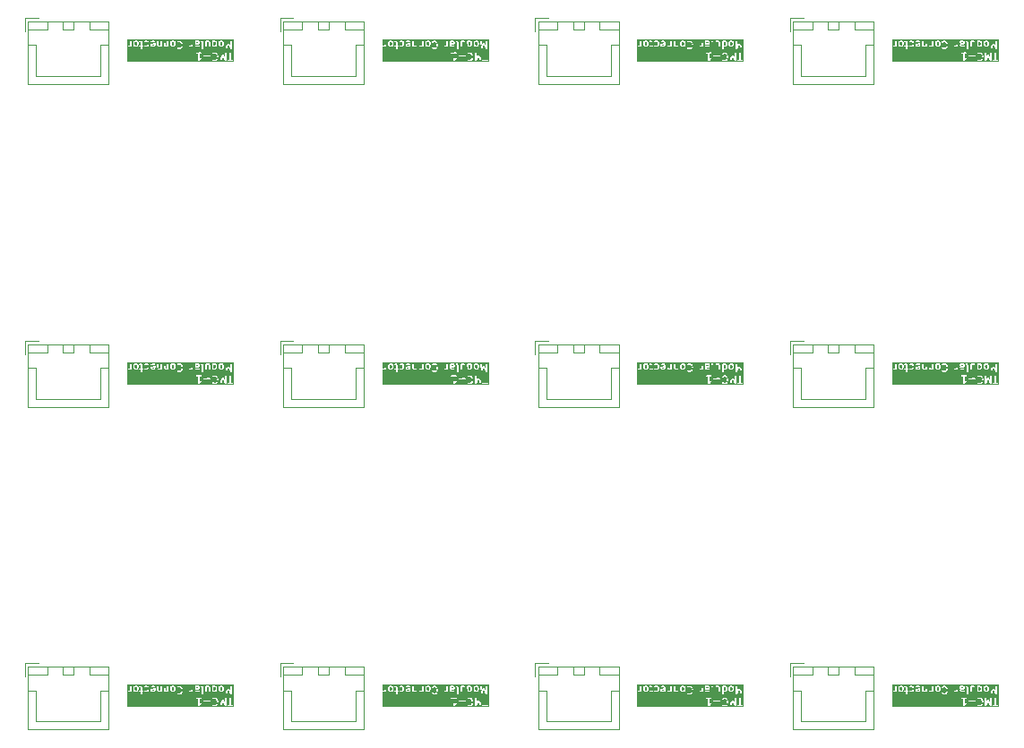
<source format=gbr>
%TF.GenerationSoftware,KiCad,Pcbnew,8.0.3*%
%TF.CreationDate,2025-04-01T21:14:06+03:00*%
%TF.ProjectId,TMC-1,544d432d-312e-46b6-9963-61645f706362,rev?*%
%TF.SameCoordinates,Original*%
%TF.FileFunction,Legend,Top*%
%TF.FilePolarity,Positive*%
%FSLAX46Y46*%
G04 Gerber Fmt 4.6, Leading zero omitted, Abs format (unit mm)*
G04 Created by KiCad (PCBNEW 8.0.3) date 2025-04-01 21:14:06*
%MOMM*%
%LPD*%
G01*
G04 APERTURE LIST*
%ADD10C,0.140000*%
%ADD11C,0.120000*%
G04 APERTURE END LIST*
D10*
G36*
X133827187Y-119004734D02*
G01*
X133847918Y-119022677D01*
X133871481Y-119064200D01*
X133875366Y-119229553D01*
X133856561Y-119272689D01*
X133838614Y-119293424D01*
X133796897Y-119317098D01*
X133697352Y-119320411D01*
X133675628Y-119310940D01*
X133673324Y-118996643D01*
X133685559Y-118989700D01*
X133785103Y-118986387D01*
X133827187Y-119004734D01*
G37*
G36*
X126393856Y-119004734D02*
G01*
X126414587Y-119022677D01*
X126438150Y-119064200D01*
X126442035Y-119229553D01*
X126423230Y-119272689D01*
X126405283Y-119293424D01*
X126363383Y-119317202D01*
X126296447Y-119320015D01*
X126255272Y-119302065D01*
X126234540Y-119284120D01*
X126210977Y-119242600D01*
X126207092Y-119077246D01*
X126225899Y-119034106D01*
X126243842Y-119013376D01*
X126285744Y-118989596D01*
X126352680Y-118986783D01*
X126393856Y-119004734D01*
G37*
G36*
X128042294Y-119262291D02*
G01*
X128025470Y-119300885D01*
X127996899Y-119317098D01*
X127897354Y-119320411D01*
X127860411Y-119304306D01*
X127844674Y-119276576D01*
X128041784Y-119234167D01*
X128042294Y-119262291D01*
G37*
G36*
X129893855Y-119004734D02*
G01*
X129914586Y-119022677D01*
X129938149Y-119064200D01*
X129942034Y-119229553D01*
X129923229Y-119272689D01*
X129905282Y-119293424D01*
X129863382Y-119317202D01*
X129796446Y-119320015D01*
X129755271Y-119302065D01*
X129734539Y-119284120D01*
X129710976Y-119242600D01*
X129707091Y-119077246D01*
X129725898Y-119034106D01*
X129743841Y-119013376D01*
X129785743Y-118989596D01*
X129852679Y-118986783D01*
X129893855Y-119004734D01*
G37*
G36*
X132222047Y-119002493D02*
G01*
X132238551Y-119031574D01*
X132240532Y-119066329D01*
X132225468Y-119100885D01*
X132197014Y-119117032D01*
X132048877Y-119121112D01*
X132042289Y-119118916D01*
X132040628Y-118996282D01*
X132052109Y-118989766D01*
X132184490Y-118986120D01*
X132222047Y-119002493D01*
G37*
G36*
X134460520Y-119004734D02*
G01*
X134481251Y-119022677D01*
X134504814Y-119064200D01*
X134508699Y-119229553D01*
X134489894Y-119272689D01*
X134471947Y-119293424D01*
X134430047Y-119317202D01*
X134363111Y-119320015D01*
X134321936Y-119302065D01*
X134301204Y-119284120D01*
X134277641Y-119242600D01*
X134273756Y-119077246D01*
X134292563Y-119034106D01*
X134310506Y-119013376D01*
X134352408Y-118989596D01*
X134419344Y-118986783D01*
X134460520Y-119004734D01*
G37*
G36*
X135583678Y-120894804D02*
G01*
X125498781Y-120894804D01*
X125498781Y-120020238D01*
X132009889Y-120020238D01*
X132009889Y-120073814D01*
X132047773Y-120111698D01*
X132074561Y-120117026D01*
X132205062Y-120115396D01*
X132209549Y-120727497D01*
X132205891Y-120733441D01*
X132209733Y-120752655D01*
X132209889Y-120773814D01*
X132214984Y-120778909D01*
X132216398Y-120785977D01*
X132233360Y-120797285D01*
X132247773Y-120811698D01*
X132254979Y-120811698D01*
X132260976Y-120815696D01*
X132280966Y-120811698D01*
X132301349Y-120811698D01*
X132306444Y-120806602D01*
X132313512Y-120805189D01*
X132332804Y-120785855D01*
X132385742Y-120699853D01*
X132390725Y-120696524D01*
X132440374Y-120642304D01*
X132527443Y-120592890D01*
X132544385Y-120542063D01*
X132520425Y-120494143D01*
X132469598Y-120477202D01*
X132443255Y-120484417D01*
X132388153Y-120515688D01*
X132381108Y-120515688D01*
X132358398Y-120530862D01*
X132355133Y-120534427D01*
X132355012Y-120534496D01*
X132354978Y-120534596D01*
X132343098Y-120547569D01*
X132341187Y-120286905D01*
X132709890Y-120286905D01*
X132709890Y-120340481D01*
X132747774Y-120378365D01*
X132774562Y-120383693D01*
X133334683Y-120378365D01*
X133372567Y-120340481D01*
X133372567Y-120286905D01*
X133334683Y-120249021D01*
X133307895Y-120243693D01*
X132747774Y-120249021D01*
X132709890Y-120286905D01*
X132341187Y-120286905D01*
X132339918Y-120113713D01*
X132501349Y-120111698D01*
X132526142Y-120086905D01*
X133543223Y-120086905D01*
X133543223Y-120140481D01*
X133581107Y-120178365D01*
X133634683Y-120178365D01*
X133657392Y-120163190D01*
X133675626Y-120142123D01*
X133742012Y-120116981D01*
X133788801Y-120114313D01*
X133865707Y-120136551D01*
X133912619Y-120179506D01*
X133939828Y-120227452D01*
X133939985Y-120230670D01*
X133972005Y-120343119D01*
X133971228Y-120347026D01*
X133974602Y-120427329D01*
X133973318Y-120430049D01*
X133948541Y-120544858D01*
X133945285Y-120549055D01*
X133923324Y-120599428D01*
X133876181Y-120650912D01*
X133807112Y-120677070D01*
X133760321Y-120679738D01*
X133682778Y-120657317D01*
X133634683Y-120615688D01*
X133581107Y-120615688D01*
X133543223Y-120653572D01*
X133543223Y-120707148D01*
X133558398Y-120729857D01*
X133591201Y-120758250D01*
X133595364Y-120766575D01*
X133611340Y-120775682D01*
X133614440Y-120778365D01*
X133616047Y-120778365D01*
X133619092Y-120780101D01*
X133708773Y-120806031D01*
X133714440Y-120811698D01*
X133741228Y-120817026D01*
X133745881Y-120816760D01*
X133746190Y-120816850D01*
X133746431Y-120816729D01*
X133796933Y-120813850D01*
X133802933Y-120816850D01*
X133830031Y-120813434D01*
X133834602Y-120811702D01*
X133834683Y-120811698D01*
X133834724Y-120811656D01*
X133922628Y-120778365D01*
X133934683Y-120778365D01*
X133950452Y-120767827D01*
X133953759Y-120766575D01*
X133954477Y-120765137D01*
X133957392Y-120763190D01*
X134013104Y-120702348D01*
X134020426Y-120699908D01*
X134037172Y-120678331D01*
X134039056Y-120674007D01*
X134039234Y-120673814D01*
X134039234Y-120673601D01*
X134060856Y-120624002D01*
X134064139Y-120622033D01*
X134075805Y-120597337D01*
X134101515Y-120478198D01*
X134105900Y-120473814D01*
X134111228Y-120447026D01*
X134107655Y-120362013D01*
X134110466Y-120357329D01*
X134109138Y-120330048D01*
X134076032Y-120213789D01*
X134077719Y-120208731D01*
X134070505Y-120182389D01*
X134039234Y-120127284D01*
X134039234Y-120120238D01*
X134024059Y-120097528D01*
X134020495Y-120094265D01*
X134020427Y-120094144D01*
X134020326Y-120094110D01*
X133968907Y-120047026D01*
X134271228Y-120047026D01*
X134276257Y-120733058D01*
X134271295Y-120743952D01*
X134276440Y-120758103D01*
X134276556Y-120773814D01*
X134285352Y-120782610D01*
X134289604Y-120794302D01*
X134303554Y-120800812D01*
X134314440Y-120811698D01*
X134326881Y-120811698D01*
X134338154Y-120816959D01*
X134352622Y-120811698D01*
X134368016Y-120811698D01*
X134376812Y-120802901D01*
X134388504Y-120798650D01*
X134404661Y-120776628D01*
X134573227Y-120406559D01*
X134743136Y-120762071D01*
X134743223Y-120773814D01*
X134753808Y-120784399D01*
X134760619Y-120798650D01*
X134772310Y-120802901D01*
X134781107Y-120811698D01*
X134796501Y-120811698D01*
X134810969Y-120816959D01*
X134822243Y-120811698D01*
X134834683Y-120811698D01*
X134845567Y-120800813D01*
X134859519Y-120794303D01*
X134863770Y-120782610D01*
X134872567Y-120773814D01*
X134877895Y-120747026D01*
X134877699Y-120720238D01*
X134976556Y-120720238D01*
X134976556Y-120773814D01*
X135014440Y-120811698D01*
X135041228Y-120817026D01*
X135468016Y-120811698D01*
X135505900Y-120773814D01*
X135505900Y-120720238D01*
X135468016Y-120682354D01*
X135441228Y-120677026D01*
X135310726Y-120678655D01*
X135305900Y-120020238D01*
X135268016Y-119982354D01*
X135214440Y-119982354D01*
X135176556Y-120020238D01*
X135171228Y-120047026D01*
X135175870Y-120680338D01*
X135014440Y-120682354D01*
X134976556Y-120720238D01*
X134877699Y-120720238D01*
X134872567Y-120020238D01*
X134834683Y-119982354D01*
X134781107Y-119982354D01*
X134743223Y-120020238D01*
X134737895Y-120047026D01*
X134740807Y-120444328D01*
X134633407Y-120219610D01*
X134626186Y-120199750D01*
X134623264Y-120198386D01*
X134621838Y-120195402D01*
X134599332Y-120187218D01*
X134577636Y-120177093D01*
X134574562Y-120178210D01*
X134571488Y-120177093D01*
X134549791Y-120187218D01*
X134527286Y-120195402D01*
X134524698Y-120198928D01*
X134522938Y-120199750D01*
X134521800Y-120202879D01*
X134511129Y-120217424D01*
X134408989Y-120441659D01*
X134405900Y-120020238D01*
X134368016Y-119982354D01*
X134314440Y-119982354D01*
X134276556Y-120020238D01*
X134271228Y-120047026D01*
X133968907Y-120047026D01*
X133958995Y-120037950D01*
X133953759Y-120027478D01*
X133937332Y-120018114D01*
X133934683Y-120015688D01*
X133933076Y-120015688D01*
X133930031Y-120013952D01*
X133840350Y-119988021D01*
X133834683Y-119982354D01*
X133807895Y-119977026D01*
X133803241Y-119977291D01*
X133802933Y-119977202D01*
X133802691Y-119977322D01*
X133752189Y-119980201D01*
X133746189Y-119977202D01*
X133719091Y-119980618D01*
X133714519Y-119982349D01*
X133714440Y-119982354D01*
X133714398Y-119982395D01*
X133626493Y-120015688D01*
X133614440Y-120015688D01*
X133598671Y-120026224D01*
X133595363Y-120027478D01*
X133594643Y-120028916D01*
X133591731Y-120030863D01*
X133543223Y-120086905D01*
X132526142Y-120086905D01*
X132539233Y-120073814D01*
X132539233Y-120020238D01*
X132501349Y-119982354D01*
X132474561Y-119977026D01*
X132047773Y-119982354D01*
X132009889Y-120020238D01*
X125498781Y-120020238D01*
X125498781Y-119359945D01*
X125576559Y-119359945D01*
X125576559Y-119413521D01*
X125614443Y-119451405D01*
X125641231Y-119456733D01*
X125702849Y-119453220D01*
X125712860Y-119456557D01*
X125730881Y-119451621D01*
X125734686Y-119451405D01*
X125735822Y-119450268D01*
X125739203Y-119449343D01*
X125785887Y-119422849D01*
X125814443Y-119451405D01*
X125868019Y-119451405D01*
X125905903Y-119413521D01*
X125911231Y-119386733D01*
X125909874Y-119261070D01*
X125911055Y-119258362D01*
X125909804Y-119254610D01*
X125907632Y-119053400D01*
X126071231Y-119053400D01*
X126075740Y-119245360D01*
X126071407Y-119258362D01*
X126076481Y-119276892D01*
X126076559Y-119280188D01*
X126077695Y-119281324D01*
X126078621Y-119284705D01*
X126109892Y-119339806D01*
X126109892Y-119346853D01*
X126125066Y-119369563D01*
X126128432Y-119372477D01*
X126128700Y-119372948D01*
X126129149Y-119373097D01*
X126153244Y-119393954D01*
X126155015Y-119399265D01*
X126176592Y-119416010D01*
X126180890Y-119417884D01*
X126181108Y-119418072D01*
X126181321Y-119418072D01*
X126240041Y-119443670D01*
X126247776Y-119451405D01*
X126266181Y-119455065D01*
X126269602Y-119456557D01*
X126271125Y-119456049D01*
X126274564Y-119456733D01*
X126368243Y-119452796D01*
X126379526Y-119456557D01*
X126397793Y-119451554D01*
X126401352Y-119451405D01*
X126402488Y-119450268D01*
X126405869Y-119449343D01*
X126460973Y-119418072D01*
X126468020Y-119418072D01*
X126490729Y-119402897D01*
X126493640Y-119399533D01*
X126494113Y-119399265D01*
X126494263Y-119398813D01*
X126515119Y-119374717D01*
X126520428Y-119372948D01*
X126537174Y-119351371D01*
X126539048Y-119347070D01*
X126539237Y-119346853D01*
X126539236Y-119346638D01*
X126564833Y-119287923D01*
X126572569Y-119280188D01*
X126576229Y-119261782D01*
X126577721Y-119258362D01*
X126577213Y-119256838D01*
X126577897Y-119253400D01*
X126573387Y-119061439D01*
X126577721Y-119048438D01*
X126572646Y-119029908D01*
X126572569Y-119026612D01*
X126571432Y-119025475D01*
X126570507Y-119022096D01*
X126539236Y-118966991D01*
X126539236Y-118959945D01*
X126524061Y-118937236D01*
X126520698Y-118934325D01*
X126520429Y-118933851D01*
X126519975Y-118933699D01*
X126495883Y-118912846D01*
X126494113Y-118907536D01*
X126475742Y-118893278D01*
X126643225Y-118893278D01*
X126643225Y-118946854D01*
X126681109Y-118984738D01*
X126707897Y-118990066D01*
X126754160Y-118987428D01*
X126788716Y-119002493D01*
X126804653Y-119030575D01*
X126807111Y-119319773D01*
X126681109Y-119322061D01*
X126643225Y-119359945D01*
X126643225Y-119413521D01*
X126681109Y-119451405D01*
X126707897Y-119456733D01*
X126808260Y-119454910D01*
X126809892Y-119646854D01*
X126847776Y-119684738D01*
X126901352Y-119684738D01*
X126939236Y-119646854D01*
X126944564Y-119620066D01*
X126943139Y-119452461D01*
X127001352Y-119451405D01*
X127039236Y-119413521D01*
X127039236Y-119359945D01*
X127001352Y-119322061D01*
X126974564Y-119316733D01*
X126941990Y-119317324D01*
X126939545Y-119029633D01*
X126944388Y-119015104D01*
X126939262Y-118996387D01*
X126939236Y-118993278D01*
X126938099Y-118992141D01*
X126937174Y-118988761D01*
X126919923Y-118958363D01*
X127104740Y-118958363D01*
X127128700Y-119006282D01*
X127179527Y-119023224D01*
X127205869Y-119016010D01*
X127252228Y-118989700D01*
X127351772Y-118986387D01*
X127393856Y-119004734D01*
X127414587Y-119022677D01*
X127438150Y-119064200D01*
X127442035Y-119229553D01*
X127423230Y-119272689D01*
X127405283Y-119293424D01*
X127363566Y-119317098D01*
X127264021Y-119320411D01*
X127179526Y-119283576D01*
X127128699Y-119300518D01*
X127104740Y-119348438D01*
X127121682Y-119399265D01*
X127143259Y-119416010D01*
X127206708Y-119443670D01*
X127214443Y-119451405D01*
X127232848Y-119455065D01*
X127236269Y-119456557D01*
X127237792Y-119456049D01*
X127241231Y-119456733D01*
X127367453Y-119452532D01*
X127379526Y-119456557D01*
X127397922Y-119451519D01*
X127401352Y-119451405D01*
X127402488Y-119450268D01*
X127405869Y-119449343D01*
X127460973Y-119418072D01*
X127468020Y-119418072D01*
X127490729Y-119402897D01*
X127493640Y-119399533D01*
X127494113Y-119399265D01*
X127494263Y-119398813D01*
X127515119Y-119374717D01*
X127520428Y-119372948D01*
X127537174Y-119351371D01*
X127539048Y-119347070D01*
X127539237Y-119346853D01*
X127539236Y-119346638D01*
X127564833Y-119287923D01*
X127572569Y-119280188D01*
X127576229Y-119261782D01*
X127577721Y-119258362D01*
X127577213Y-119256838D01*
X127577897Y-119253400D01*
X127577114Y-119220066D01*
X127704564Y-119220066D01*
X127708076Y-119281684D01*
X127704740Y-119291695D01*
X127709675Y-119309716D01*
X127709892Y-119313521D01*
X127711028Y-119314657D01*
X127711954Y-119318038D01*
X127750694Y-119386304D01*
X127755015Y-119399265D01*
X127760438Y-119403473D01*
X127762032Y-119406282D01*
X127765581Y-119407465D01*
X127776592Y-119416010D01*
X127840041Y-119443670D01*
X127847776Y-119451405D01*
X127866181Y-119455065D01*
X127869602Y-119456557D01*
X127871125Y-119456049D01*
X127874564Y-119456733D01*
X128000786Y-119452532D01*
X128012859Y-119456557D01*
X128031255Y-119451519D01*
X128034685Y-119451405D01*
X128035821Y-119450268D01*
X128039202Y-119449343D01*
X128107468Y-119410602D01*
X128120429Y-119406282D01*
X128124637Y-119400858D01*
X128127446Y-119399265D01*
X128128629Y-119395715D01*
X128137174Y-119384705D01*
X128164834Y-119321255D01*
X128172569Y-119313521D01*
X128176229Y-119295115D01*
X128177721Y-119291695D01*
X128177213Y-119290171D01*
X128177897Y-119286733D01*
X128175745Y-119168216D01*
X128176566Y-119166985D01*
X128175638Y-119162348D01*
X128173210Y-119028634D01*
X128177721Y-119015104D01*
X128172627Y-118996504D01*
X128172569Y-118993278D01*
X128171432Y-118992141D01*
X128170507Y-118988761D01*
X128131766Y-118920496D01*
X128131623Y-118920066D01*
X128337897Y-118920066D01*
X128342739Y-119277694D01*
X128338073Y-119291695D01*
X128343182Y-119310351D01*
X128343225Y-119313521D01*
X128344361Y-119314657D01*
X128345287Y-119318038D01*
X128384027Y-119386304D01*
X128388348Y-119399265D01*
X128393771Y-119403473D01*
X128395365Y-119406282D01*
X128398914Y-119407465D01*
X128409925Y-119416010D01*
X128473374Y-119443670D01*
X128481109Y-119451405D01*
X128499514Y-119455065D01*
X128502935Y-119456557D01*
X128504458Y-119456049D01*
X128507897Y-119456733D01*
X128601576Y-119452796D01*
X128612859Y-119456557D01*
X128631126Y-119451554D01*
X128634685Y-119451405D01*
X128635821Y-119450268D01*
X128639202Y-119449343D01*
X128664621Y-119434917D01*
X128681109Y-119451405D01*
X128734685Y-119451405D01*
X128772569Y-119413521D01*
X128777897Y-119386733D01*
X128772858Y-118920066D01*
X128971230Y-118920066D01*
X128976072Y-119277694D01*
X128971406Y-119291695D01*
X128976515Y-119310351D01*
X128976558Y-119313521D01*
X128977694Y-119314657D01*
X128978620Y-119318038D01*
X129017360Y-119386304D01*
X129021681Y-119399265D01*
X129027104Y-119403473D01*
X129028698Y-119406282D01*
X129032247Y-119407465D01*
X129043258Y-119416010D01*
X129106707Y-119443670D01*
X129114442Y-119451405D01*
X129132847Y-119455065D01*
X129136268Y-119456557D01*
X129137791Y-119456049D01*
X129141230Y-119456733D01*
X129234909Y-119452796D01*
X129246192Y-119456557D01*
X129264459Y-119451554D01*
X129268018Y-119451405D01*
X129269154Y-119450268D01*
X129272535Y-119449343D01*
X129297954Y-119434917D01*
X129314442Y-119451405D01*
X129368018Y-119451405D01*
X129405902Y-119413521D01*
X129411230Y-119386733D01*
X129407631Y-119053400D01*
X129571230Y-119053400D01*
X129575739Y-119245360D01*
X129571406Y-119258362D01*
X129576480Y-119276892D01*
X129576558Y-119280188D01*
X129577694Y-119281324D01*
X129578620Y-119284705D01*
X129609891Y-119339806D01*
X129609891Y-119346853D01*
X129625065Y-119369563D01*
X129628431Y-119372477D01*
X129628699Y-119372948D01*
X129629148Y-119373097D01*
X129653243Y-119393954D01*
X129655014Y-119399265D01*
X129676591Y-119416010D01*
X129680889Y-119417884D01*
X129681107Y-119418072D01*
X129681320Y-119418072D01*
X129740040Y-119443670D01*
X129747775Y-119451405D01*
X129766180Y-119455065D01*
X129769601Y-119456557D01*
X129771124Y-119456049D01*
X129774563Y-119456733D01*
X129868242Y-119452796D01*
X129879525Y-119456557D01*
X129897792Y-119451554D01*
X129901351Y-119451405D01*
X129902487Y-119450268D01*
X129905868Y-119449343D01*
X129960972Y-119418072D01*
X129968019Y-119418072D01*
X129990728Y-119402897D01*
X129993639Y-119399533D01*
X129994112Y-119399265D01*
X129994262Y-119398813D01*
X130015118Y-119374717D01*
X130020427Y-119372948D01*
X130037173Y-119351371D01*
X130039047Y-119347070D01*
X130039236Y-119346853D01*
X130039235Y-119346638D01*
X130064832Y-119287923D01*
X130072568Y-119280188D01*
X130076228Y-119261782D01*
X130077720Y-119258362D01*
X130077212Y-119256838D01*
X130077896Y-119253400D01*
X130073386Y-119061439D01*
X130077720Y-119048438D01*
X130072645Y-119029908D01*
X130072568Y-119026612D01*
X130071431Y-119025475D01*
X130070506Y-119022096D01*
X130039235Y-118966991D01*
X130039235Y-118959945D01*
X130209891Y-118959945D01*
X130209891Y-119013521D01*
X130247775Y-119051405D01*
X130301351Y-119051405D01*
X130324060Y-119036230D01*
X130342294Y-119015163D01*
X130408680Y-118990021D01*
X130455469Y-118987353D01*
X130532375Y-119009591D01*
X130579287Y-119052546D01*
X130606496Y-119100492D01*
X130606653Y-119103710D01*
X130638673Y-119216159D01*
X130637896Y-119220066D01*
X130641270Y-119300369D01*
X130639986Y-119303089D01*
X130615209Y-119417898D01*
X130611953Y-119422095D01*
X130589992Y-119472468D01*
X130542849Y-119523952D01*
X130473780Y-119550110D01*
X130426989Y-119552778D01*
X130349446Y-119530357D01*
X130301351Y-119488728D01*
X130247775Y-119488728D01*
X130209891Y-119526612D01*
X130209891Y-119580188D01*
X130225066Y-119602897D01*
X130257869Y-119631290D01*
X130262032Y-119639615D01*
X130278008Y-119648722D01*
X130281108Y-119651405D01*
X130282715Y-119651405D01*
X130285760Y-119653141D01*
X130375441Y-119679071D01*
X130381108Y-119684738D01*
X130407896Y-119690066D01*
X130412549Y-119689800D01*
X130412858Y-119689890D01*
X130413099Y-119689769D01*
X130463601Y-119686890D01*
X130469601Y-119689890D01*
X130496699Y-119686474D01*
X130501270Y-119684742D01*
X130501351Y-119684738D01*
X130501392Y-119684696D01*
X130589296Y-119651405D01*
X130601351Y-119651405D01*
X130617120Y-119640867D01*
X130620427Y-119639615D01*
X130621145Y-119638177D01*
X130624060Y-119636230D01*
X130679772Y-119575388D01*
X130687094Y-119572948D01*
X130703840Y-119551371D01*
X130705724Y-119547047D01*
X130705902Y-119546854D01*
X130705902Y-119546641D01*
X130727524Y-119497042D01*
X130730807Y-119495073D01*
X130742473Y-119470377D01*
X130766304Y-119359945D01*
X131376557Y-119359945D01*
X131376557Y-119413521D01*
X131414441Y-119451405D01*
X131441229Y-119456733D01*
X131502847Y-119453220D01*
X131512858Y-119456557D01*
X131530879Y-119451621D01*
X131534684Y-119451405D01*
X131535820Y-119450268D01*
X131539201Y-119449343D01*
X131585885Y-119422849D01*
X131614441Y-119451405D01*
X131668017Y-119451405D01*
X131705901Y-119413521D01*
X131711229Y-119386733D01*
X131709872Y-119261070D01*
X131711053Y-119258362D01*
X131709802Y-119254610D01*
X131706190Y-118920066D01*
X131904562Y-118920066D01*
X131905067Y-118957375D01*
X131904738Y-118958363D01*
X131905090Y-118959067D01*
X131908537Y-119213629D01*
X131904738Y-119225028D01*
X131908801Y-119233155D01*
X131909404Y-119277694D01*
X131904738Y-119291695D01*
X131909847Y-119310351D01*
X131909890Y-119313521D01*
X131911026Y-119314657D01*
X131911952Y-119318038D01*
X131950692Y-119386304D01*
X131955013Y-119399265D01*
X131960436Y-119403473D01*
X131962030Y-119406282D01*
X131965579Y-119407465D01*
X131976590Y-119416010D01*
X132040039Y-119443670D01*
X132047774Y-119451405D01*
X132066179Y-119455065D01*
X132069600Y-119456557D01*
X132071123Y-119456049D01*
X132074562Y-119456733D01*
X132200784Y-119452532D01*
X132212857Y-119456557D01*
X132231253Y-119451519D01*
X132234683Y-119451405D01*
X132235819Y-119450268D01*
X132239200Y-119449343D01*
X132327444Y-119399265D01*
X132344387Y-119348438D01*
X132320427Y-119300518D01*
X132269600Y-119283576D01*
X132243258Y-119290790D01*
X132196897Y-119317098D01*
X132097352Y-119320411D01*
X132060409Y-119304306D01*
X132044418Y-119276127D01*
X132044212Y-119260915D01*
X132052110Y-119256433D01*
X132200246Y-119252353D01*
X132212857Y-119256557D01*
X132231333Y-119251497D01*
X132234683Y-119251405D01*
X132235819Y-119250268D01*
X132239200Y-119249343D01*
X132307466Y-119210602D01*
X132320427Y-119206282D01*
X132324635Y-119200858D01*
X132327444Y-119199265D01*
X132328627Y-119195715D01*
X132337172Y-119184705D01*
X132364832Y-119121255D01*
X132372567Y-119113521D01*
X132376227Y-119095115D01*
X132377719Y-119091695D01*
X132377211Y-119090171D01*
X132377895Y-119086733D01*
X132374382Y-119025114D01*
X132377719Y-119015104D01*
X132372783Y-118997082D01*
X132372567Y-118993278D01*
X132371430Y-118992141D01*
X132370505Y-118988761D01*
X132331764Y-118920496D01*
X132329966Y-118915103D01*
X132471405Y-118915103D01*
X132488347Y-118965930D01*
X132509924Y-118982676D01*
X132555381Y-119002493D01*
X132571318Y-119030575D01*
X132576557Y-119646854D01*
X132614441Y-119684738D01*
X132668017Y-119684738D01*
X132705901Y-119646854D01*
X132711229Y-119620066D01*
X132706210Y-119029633D01*
X132711053Y-119015104D01*
X132705927Y-118996387D01*
X132705901Y-118993278D01*
X132704764Y-118992141D01*
X132703839Y-118988761D01*
X132665098Y-118920496D01*
X132664955Y-118920066D01*
X132904562Y-118920066D01*
X132909890Y-119413521D01*
X132947774Y-119451405D01*
X133001350Y-119451405D01*
X133039234Y-119413521D01*
X133044562Y-119386733D01*
X133040571Y-119017152D01*
X133043840Y-119013376D01*
X133085742Y-118989596D01*
X133152678Y-118986783D01*
X133188714Y-119002493D01*
X133204705Y-119030671D01*
X133209890Y-119413521D01*
X133247774Y-119451405D01*
X133301350Y-119451405D01*
X133339234Y-119413521D01*
X133344562Y-119386733D01*
X133339719Y-119029104D01*
X133344386Y-119015104D01*
X133339276Y-118996447D01*
X133339234Y-118993278D01*
X133338097Y-118992141D01*
X133337172Y-118988761D01*
X133298431Y-118920496D01*
X133298288Y-118920066D01*
X133537895Y-118920066D01*
X133538173Y-118958055D01*
X133538071Y-118958363D01*
X133538177Y-118958575D01*
X133540992Y-119342594D01*
X133538071Y-119348438D01*
X133541102Y-119357531D01*
X133543223Y-119646854D01*
X133581107Y-119684738D01*
X133634683Y-119684738D01*
X133672567Y-119646854D01*
X133677895Y-119620066D01*
X133676697Y-119456661D01*
X133800784Y-119452532D01*
X133812857Y-119456557D01*
X133831253Y-119451519D01*
X133834683Y-119451405D01*
X133835819Y-119450268D01*
X133839200Y-119449343D01*
X133894304Y-119418072D01*
X133901351Y-119418072D01*
X133924060Y-119402897D01*
X133926971Y-119399533D01*
X133927444Y-119399265D01*
X133927594Y-119398813D01*
X133948450Y-119374717D01*
X133953759Y-119372948D01*
X133970505Y-119351371D01*
X133972379Y-119347070D01*
X133972568Y-119346853D01*
X133972567Y-119346638D01*
X133998164Y-119287923D01*
X134005900Y-119280188D01*
X134009560Y-119261782D01*
X134011052Y-119258362D01*
X134010544Y-119256838D01*
X134011228Y-119253400D01*
X134006718Y-119061439D01*
X134009398Y-119053400D01*
X134137895Y-119053400D01*
X134142404Y-119245360D01*
X134138071Y-119258362D01*
X134143145Y-119276892D01*
X134143223Y-119280188D01*
X134144359Y-119281324D01*
X134145285Y-119284705D01*
X134176556Y-119339806D01*
X134176556Y-119346853D01*
X134191730Y-119369563D01*
X134195096Y-119372477D01*
X134195364Y-119372948D01*
X134195813Y-119373097D01*
X134219908Y-119393954D01*
X134221679Y-119399265D01*
X134243256Y-119416010D01*
X134247554Y-119417884D01*
X134247772Y-119418072D01*
X134247985Y-119418072D01*
X134306705Y-119443670D01*
X134314440Y-119451405D01*
X134332845Y-119455065D01*
X134336266Y-119456557D01*
X134337789Y-119456049D01*
X134341228Y-119456733D01*
X134434907Y-119452796D01*
X134446190Y-119456557D01*
X134464457Y-119451554D01*
X134468016Y-119451405D01*
X134469152Y-119450268D01*
X134472533Y-119449343D01*
X134527637Y-119418072D01*
X134534684Y-119418072D01*
X134557393Y-119402897D01*
X134560304Y-119399533D01*
X134560777Y-119399265D01*
X134560927Y-119398813D01*
X134581783Y-119374717D01*
X134587092Y-119372948D01*
X134603838Y-119351371D01*
X134605712Y-119347070D01*
X134605901Y-119346853D01*
X134605900Y-119346638D01*
X134631497Y-119287923D01*
X134639233Y-119280188D01*
X134642893Y-119261782D01*
X134644385Y-119258362D01*
X134643877Y-119256838D01*
X134644561Y-119253400D01*
X134640051Y-119061439D01*
X134644385Y-119048438D01*
X134639310Y-119029908D01*
X134639233Y-119026612D01*
X134638096Y-119025475D01*
X134637171Y-119022096D01*
X134605900Y-118966991D01*
X134605900Y-118959945D01*
X134590725Y-118937236D01*
X134587362Y-118934325D01*
X134587093Y-118933851D01*
X134586639Y-118933699D01*
X134570888Y-118920066D01*
X134804561Y-118920066D01*
X134809590Y-119606098D01*
X134804628Y-119616992D01*
X134809773Y-119631143D01*
X134809889Y-119646854D01*
X134818685Y-119655650D01*
X134822937Y-119667342D01*
X134836887Y-119673852D01*
X134847773Y-119684738D01*
X134860214Y-119684738D01*
X134871487Y-119689999D01*
X134885955Y-119684738D01*
X134901349Y-119684738D01*
X134910145Y-119675941D01*
X134921837Y-119671690D01*
X134937994Y-119649668D01*
X135106560Y-119279599D01*
X135276469Y-119635111D01*
X135276556Y-119646854D01*
X135287141Y-119657439D01*
X135293952Y-119671690D01*
X135305643Y-119675941D01*
X135314440Y-119684738D01*
X135329834Y-119684738D01*
X135344302Y-119689999D01*
X135355576Y-119684738D01*
X135368016Y-119684738D01*
X135378900Y-119673853D01*
X135392852Y-119667343D01*
X135397103Y-119655650D01*
X135405900Y-119646854D01*
X135411228Y-119620066D01*
X135405900Y-118893278D01*
X135368016Y-118855394D01*
X135314440Y-118855394D01*
X135276556Y-118893278D01*
X135271228Y-118920066D01*
X135274140Y-119317368D01*
X135166740Y-119092650D01*
X135159519Y-119072790D01*
X135156597Y-119071426D01*
X135155171Y-119068442D01*
X135132665Y-119060258D01*
X135110969Y-119050133D01*
X135107895Y-119051250D01*
X135104821Y-119050133D01*
X135083124Y-119060258D01*
X135060619Y-119068442D01*
X135058031Y-119071968D01*
X135056271Y-119072790D01*
X135055133Y-119075919D01*
X135044462Y-119090464D01*
X134942322Y-119314699D01*
X134939233Y-118893278D01*
X134901349Y-118855394D01*
X134847773Y-118855394D01*
X134809889Y-118893278D01*
X134804561Y-118920066D01*
X134570888Y-118920066D01*
X134562547Y-118912846D01*
X134560777Y-118907536D01*
X134539200Y-118890790D01*
X134534898Y-118888914D01*
X134534683Y-118888728D01*
X134534470Y-118888728D01*
X134475750Y-118863128D01*
X134468016Y-118855394D01*
X134449612Y-118851733D01*
X134446191Y-118850242D01*
X134444666Y-118850749D01*
X134441228Y-118850066D01*
X134347547Y-118854002D01*
X134336265Y-118850242D01*
X134317997Y-118855244D01*
X134314440Y-118855394D01*
X134313304Y-118856529D01*
X134309922Y-118857456D01*
X134254819Y-118888728D01*
X134247773Y-118888728D01*
X134225064Y-118903903D01*
X134222151Y-118907267D01*
X134221679Y-118907536D01*
X134221528Y-118907987D01*
X134200674Y-118932080D01*
X134195363Y-118933851D01*
X134178618Y-118955428D01*
X134176743Y-118959728D01*
X134176556Y-118959945D01*
X134176556Y-118960157D01*
X134150957Y-119018877D01*
X134143223Y-119026612D01*
X134139562Y-119045017D01*
X134138071Y-119048438D01*
X134138578Y-119049961D01*
X134137895Y-119053400D01*
X134009398Y-119053400D01*
X134011052Y-119048438D01*
X134005977Y-119029908D01*
X134005900Y-119026612D01*
X134004763Y-119025475D01*
X134003838Y-119022096D01*
X133972567Y-118966991D01*
X133972567Y-118959945D01*
X133957392Y-118937236D01*
X133954029Y-118934325D01*
X133953760Y-118933851D01*
X133953306Y-118933699D01*
X133929214Y-118912846D01*
X133927444Y-118907536D01*
X133905867Y-118890790D01*
X133901565Y-118888914D01*
X133901350Y-118888728D01*
X133901137Y-118888728D01*
X133842417Y-118863128D01*
X133834683Y-118855394D01*
X133816279Y-118851733D01*
X133812858Y-118850242D01*
X133811333Y-118850749D01*
X133807895Y-118850066D01*
X133681671Y-118854266D01*
X133669599Y-118850242D01*
X133651202Y-118855279D01*
X133647774Y-118855394D01*
X133646638Y-118856529D01*
X133643256Y-118857456D01*
X133639102Y-118859813D01*
X133634683Y-118855394D01*
X133581107Y-118855394D01*
X133543223Y-118893278D01*
X133537895Y-118920066D01*
X133298288Y-118920066D01*
X133294111Y-118907536D01*
X133288686Y-118903326D01*
X133287093Y-118900518D01*
X133283544Y-118899335D01*
X133272534Y-118890790D01*
X133209084Y-118863128D01*
X133201350Y-118855394D01*
X133182946Y-118851733D01*
X133179525Y-118850242D01*
X133178000Y-118850749D01*
X133174562Y-118850066D01*
X133080881Y-118854002D01*
X133069599Y-118850242D01*
X133051331Y-118855244D01*
X133047774Y-118855394D01*
X133046638Y-118856529D01*
X133043256Y-118857456D01*
X133017837Y-118871881D01*
X133001350Y-118855394D01*
X132947774Y-118855394D01*
X132909890Y-118893278D01*
X132904562Y-118920066D01*
X132664955Y-118920066D01*
X132660778Y-118907536D01*
X132655353Y-118903326D01*
X132653760Y-118900518D01*
X132650211Y-118899335D01*
X132639201Y-118890790D01*
X132546192Y-118850242D01*
X132495365Y-118867184D01*
X132471405Y-118915103D01*
X132329966Y-118915103D01*
X132327444Y-118907536D01*
X132322019Y-118903326D01*
X132320426Y-118900518D01*
X132316877Y-118899335D01*
X132305867Y-118890790D01*
X132242417Y-118863128D01*
X132234683Y-118855394D01*
X132216279Y-118851733D01*
X132212858Y-118850242D01*
X132211333Y-118850749D01*
X132207895Y-118850066D01*
X132048876Y-118854445D01*
X132036266Y-118850242D01*
X132017789Y-118855301D01*
X132014441Y-118855394D01*
X132013305Y-118856529D01*
X132009923Y-118857456D01*
X132005769Y-118859813D01*
X132001350Y-118855394D01*
X131947774Y-118855394D01*
X131909890Y-118893278D01*
X131904562Y-118920066D01*
X131706190Y-118920066D01*
X131705901Y-118893278D01*
X131668017Y-118855394D01*
X131614441Y-118855394D01*
X131576557Y-118893278D01*
X131571229Y-118920066D01*
X131574589Y-119231337D01*
X131556562Y-119272689D01*
X131538616Y-119293423D01*
X131496387Y-119317389D01*
X131414441Y-119322061D01*
X131376557Y-119359945D01*
X130766304Y-119359945D01*
X130768183Y-119351238D01*
X130772568Y-119346854D01*
X130777896Y-119320066D01*
X130774323Y-119235053D01*
X130777134Y-119230369D01*
X130775806Y-119203088D01*
X130742700Y-119086829D01*
X130744387Y-119081771D01*
X130737173Y-119055429D01*
X130705902Y-119000324D01*
X130705902Y-118993278D01*
X130690727Y-118970568D01*
X130687163Y-118967305D01*
X130687095Y-118967184D01*
X130686994Y-118967150D01*
X130625663Y-118910990D01*
X130620427Y-118900518D01*
X130604000Y-118891154D01*
X130601351Y-118888728D01*
X130599744Y-118888728D01*
X130596699Y-118886992D01*
X130507018Y-118861061D01*
X130501351Y-118855394D01*
X130474563Y-118850066D01*
X130469909Y-118850331D01*
X130469601Y-118850242D01*
X130469359Y-118850362D01*
X130418857Y-118853241D01*
X130412857Y-118850242D01*
X130385759Y-118853658D01*
X130381187Y-118855389D01*
X130381108Y-118855394D01*
X130381066Y-118855435D01*
X130293161Y-118888728D01*
X130281108Y-118888728D01*
X130265339Y-118899264D01*
X130262031Y-118900518D01*
X130261311Y-118901956D01*
X130258399Y-118903903D01*
X130209891Y-118959945D01*
X130039235Y-118959945D01*
X130024060Y-118937236D01*
X130020697Y-118934325D01*
X130020428Y-118933851D01*
X130019974Y-118933699D01*
X129995882Y-118912846D01*
X129994112Y-118907536D01*
X129972535Y-118890790D01*
X129968233Y-118888914D01*
X129968018Y-118888728D01*
X129967805Y-118888728D01*
X129909085Y-118863128D01*
X129901351Y-118855394D01*
X129882947Y-118851733D01*
X129879526Y-118850242D01*
X129878001Y-118850749D01*
X129874563Y-118850066D01*
X129780882Y-118854002D01*
X129769600Y-118850242D01*
X129751332Y-118855244D01*
X129747775Y-118855394D01*
X129746639Y-118856529D01*
X129743257Y-118857456D01*
X129688154Y-118888728D01*
X129681108Y-118888728D01*
X129658399Y-118903903D01*
X129655486Y-118907267D01*
X129655014Y-118907536D01*
X129654863Y-118907987D01*
X129634009Y-118932080D01*
X129628698Y-118933851D01*
X129611953Y-118955428D01*
X129610078Y-118959728D01*
X129609891Y-118959945D01*
X129609891Y-118960157D01*
X129584292Y-119018877D01*
X129576558Y-119026612D01*
X129572897Y-119045017D01*
X129571406Y-119048438D01*
X129571913Y-119049961D01*
X129571230Y-119053400D01*
X129407631Y-119053400D01*
X129405902Y-118893278D01*
X129368018Y-118855394D01*
X129314442Y-118855394D01*
X129276558Y-118893278D01*
X129271230Y-118920066D01*
X129275220Y-119289646D01*
X129271949Y-119293424D01*
X129230049Y-119317202D01*
X129163113Y-119320015D01*
X129127077Y-119304306D01*
X129111086Y-119276127D01*
X129105902Y-118893278D01*
X129068018Y-118855394D01*
X129014442Y-118855394D01*
X128976558Y-118893278D01*
X128971230Y-118920066D01*
X128772858Y-118920066D01*
X128772569Y-118893278D01*
X128734685Y-118855394D01*
X128681109Y-118855394D01*
X128643225Y-118893278D01*
X128637897Y-118920066D01*
X128641887Y-119289646D01*
X128638616Y-119293424D01*
X128596716Y-119317202D01*
X128529780Y-119320015D01*
X128493744Y-119304306D01*
X128477753Y-119276127D01*
X128472569Y-118893278D01*
X128434685Y-118855394D01*
X128381109Y-118855394D01*
X128343225Y-118893278D01*
X128337897Y-118920066D01*
X128131623Y-118920066D01*
X128127446Y-118907536D01*
X128122021Y-118903326D01*
X128120428Y-118900518D01*
X128116879Y-118899335D01*
X128105869Y-118890790D01*
X128042419Y-118863128D01*
X128034685Y-118855394D01*
X128016281Y-118851733D01*
X128012860Y-118850242D01*
X128011335Y-118850749D01*
X128007897Y-118850066D01*
X127881673Y-118854266D01*
X127869601Y-118850242D01*
X127851204Y-118855279D01*
X127847776Y-118855394D01*
X127846640Y-118856529D01*
X127843258Y-118857456D01*
X127755015Y-118907536D01*
X127738073Y-118958363D01*
X127762033Y-119006282D01*
X127812860Y-119023224D01*
X127839202Y-119016010D01*
X127885561Y-118989700D01*
X127985105Y-118986387D01*
X128022049Y-119002493D01*
X128038091Y-119030760D01*
X128039285Y-119096567D01*
X127765866Y-119155394D01*
X127747776Y-119155394D01*
X127742816Y-119160353D01*
X127735613Y-119161903D01*
X127724304Y-119178865D01*
X127709892Y-119193278D01*
X127707849Y-119203548D01*
X127705894Y-119206481D01*
X127706581Y-119209920D01*
X127704564Y-119220066D01*
X127577114Y-119220066D01*
X127573387Y-119061439D01*
X127577721Y-119048438D01*
X127572646Y-119029908D01*
X127572569Y-119026612D01*
X127571432Y-119025475D01*
X127570507Y-119022096D01*
X127539236Y-118966991D01*
X127539236Y-118959945D01*
X127524061Y-118937236D01*
X127520698Y-118934325D01*
X127520429Y-118933851D01*
X127519975Y-118933699D01*
X127495883Y-118912846D01*
X127494113Y-118907536D01*
X127472536Y-118890790D01*
X127468234Y-118888914D01*
X127468019Y-118888728D01*
X127467806Y-118888728D01*
X127409086Y-118863128D01*
X127401352Y-118855394D01*
X127382948Y-118851733D01*
X127379527Y-118850242D01*
X127378002Y-118850749D01*
X127374564Y-118850066D01*
X127248340Y-118854266D01*
X127236268Y-118850242D01*
X127217871Y-118855279D01*
X127214443Y-118855394D01*
X127213307Y-118856529D01*
X127209925Y-118857456D01*
X127121682Y-118907536D01*
X127104740Y-118958363D01*
X126919923Y-118958363D01*
X126898433Y-118920496D01*
X126894113Y-118907536D01*
X126888688Y-118903326D01*
X126887095Y-118900518D01*
X126883546Y-118899335D01*
X126872536Y-118890790D01*
X126809086Y-118863128D01*
X126801352Y-118855394D01*
X126782948Y-118851733D01*
X126779527Y-118850242D01*
X126778002Y-118850749D01*
X126774564Y-118850066D01*
X126681109Y-118855394D01*
X126643225Y-118893278D01*
X126475742Y-118893278D01*
X126472536Y-118890790D01*
X126468234Y-118888914D01*
X126468019Y-118888728D01*
X126467806Y-118888728D01*
X126409086Y-118863128D01*
X126401352Y-118855394D01*
X126382948Y-118851733D01*
X126379527Y-118850242D01*
X126378002Y-118850749D01*
X126374564Y-118850066D01*
X126280883Y-118854002D01*
X126269601Y-118850242D01*
X126251333Y-118855244D01*
X126247776Y-118855394D01*
X126246640Y-118856529D01*
X126243258Y-118857456D01*
X126188155Y-118888728D01*
X126181109Y-118888728D01*
X126158400Y-118903903D01*
X126155487Y-118907267D01*
X126155015Y-118907536D01*
X126154864Y-118907987D01*
X126134010Y-118932080D01*
X126128699Y-118933851D01*
X126111954Y-118955428D01*
X126110079Y-118959728D01*
X126109892Y-118959945D01*
X126109892Y-118960157D01*
X126084293Y-119018877D01*
X126076559Y-119026612D01*
X126072898Y-119045017D01*
X126071407Y-119048438D01*
X126071914Y-119049961D01*
X126071231Y-119053400D01*
X125907632Y-119053400D01*
X125905903Y-118893278D01*
X125868019Y-118855394D01*
X125814443Y-118855394D01*
X125776559Y-118893278D01*
X125771231Y-118920066D01*
X125774591Y-119231337D01*
X125756564Y-119272689D01*
X125738618Y-119293423D01*
X125696389Y-119317389D01*
X125614443Y-119322061D01*
X125576559Y-119359945D01*
X125498781Y-119359945D01*
X125498781Y-118772288D01*
X135583678Y-118772288D01*
X135583678Y-120894804D01*
G37*
G36*
X157927187Y-57954734D02*
G01*
X157947918Y-57972677D01*
X157971481Y-58014200D01*
X157975366Y-58179553D01*
X157956561Y-58222689D01*
X157938614Y-58243424D01*
X157896897Y-58267098D01*
X157797352Y-58270411D01*
X157775628Y-58260940D01*
X157773324Y-57946643D01*
X157785559Y-57939700D01*
X157885103Y-57936387D01*
X157927187Y-57954734D01*
G37*
G36*
X150493856Y-57954734D02*
G01*
X150514587Y-57972677D01*
X150538150Y-58014200D01*
X150542035Y-58179553D01*
X150523230Y-58222689D01*
X150505283Y-58243424D01*
X150463383Y-58267202D01*
X150396447Y-58270015D01*
X150355272Y-58252065D01*
X150334540Y-58234120D01*
X150310977Y-58192600D01*
X150307092Y-58027246D01*
X150325899Y-57984106D01*
X150343842Y-57963376D01*
X150385744Y-57939596D01*
X150452680Y-57936783D01*
X150493856Y-57954734D01*
G37*
G36*
X152142294Y-58212291D02*
G01*
X152125470Y-58250885D01*
X152096899Y-58267098D01*
X151997354Y-58270411D01*
X151960411Y-58254306D01*
X151944674Y-58226576D01*
X152141784Y-58184167D01*
X152142294Y-58212291D01*
G37*
G36*
X153993855Y-57954734D02*
G01*
X154014586Y-57972677D01*
X154038149Y-58014200D01*
X154042034Y-58179553D01*
X154023229Y-58222689D01*
X154005282Y-58243424D01*
X153963382Y-58267202D01*
X153896446Y-58270015D01*
X153855271Y-58252065D01*
X153834539Y-58234120D01*
X153810976Y-58192600D01*
X153807091Y-58027246D01*
X153825898Y-57984106D01*
X153843841Y-57963376D01*
X153885743Y-57939596D01*
X153952679Y-57936783D01*
X153993855Y-57954734D01*
G37*
G36*
X156322047Y-57952493D02*
G01*
X156338551Y-57981574D01*
X156340532Y-58016329D01*
X156325468Y-58050885D01*
X156297014Y-58067032D01*
X156148877Y-58071112D01*
X156142289Y-58068916D01*
X156140628Y-57946282D01*
X156152109Y-57939766D01*
X156284490Y-57936120D01*
X156322047Y-57952493D01*
G37*
G36*
X158560520Y-57954734D02*
G01*
X158581251Y-57972677D01*
X158604814Y-58014200D01*
X158608699Y-58179553D01*
X158589894Y-58222689D01*
X158571947Y-58243424D01*
X158530047Y-58267202D01*
X158463111Y-58270015D01*
X158421936Y-58252065D01*
X158401204Y-58234120D01*
X158377641Y-58192600D01*
X158373756Y-58027246D01*
X158392563Y-57984106D01*
X158410506Y-57963376D01*
X158452408Y-57939596D01*
X158519344Y-57936783D01*
X158560520Y-57954734D01*
G37*
G36*
X159683678Y-59844804D02*
G01*
X149598781Y-59844804D01*
X149598781Y-58970238D01*
X156109889Y-58970238D01*
X156109889Y-59023814D01*
X156147773Y-59061698D01*
X156174561Y-59067026D01*
X156305062Y-59065396D01*
X156309549Y-59677497D01*
X156305891Y-59683441D01*
X156309733Y-59702655D01*
X156309889Y-59723814D01*
X156314984Y-59728909D01*
X156316398Y-59735977D01*
X156333360Y-59747285D01*
X156347773Y-59761698D01*
X156354979Y-59761698D01*
X156360976Y-59765696D01*
X156380966Y-59761698D01*
X156401349Y-59761698D01*
X156406444Y-59756602D01*
X156413512Y-59755189D01*
X156432804Y-59735855D01*
X156485742Y-59649853D01*
X156490725Y-59646524D01*
X156540374Y-59592304D01*
X156627443Y-59542890D01*
X156644385Y-59492063D01*
X156620425Y-59444143D01*
X156569598Y-59427202D01*
X156543255Y-59434417D01*
X156488153Y-59465688D01*
X156481108Y-59465688D01*
X156458398Y-59480862D01*
X156455133Y-59484427D01*
X156455012Y-59484496D01*
X156454978Y-59484596D01*
X156443098Y-59497569D01*
X156441187Y-59236905D01*
X156809890Y-59236905D01*
X156809890Y-59290481D01*
X156847774Y-59328365D01*
X156874562Y-59333693D01*
X157434683Y-59328365D01*
X157472567Y-59290481D01*
X157472567Y-59236905D01*
X157434683Y-59199021D01*
X157407895Y-59193693D01*
X156847774Y-59199021D01*
X156809890Y-59236905D01*
X156441187Y-59236905D01*
X156439918Y-59063713D01*
X156601349Y-59061698D01*
X156626142Y-59036905D01*
X157643223Y-59036905D01*
X157643223Y-59090481D01*
X157681107Y-59128365D01*
X157734683Y-59128365D01*
X157757392Y-59113190D01*
X157775626Y-59092123D01*
X157842012Y-59066981D01*
X157888801Y-59064313D01*
X157965707Y-59086551D01*
X158012619Y-59129506D01*
X158039828Y-59177452D01*
X158039985Y-59180670D01*
X158072005Y-59293119D01*
X158071228Y-59297026D01*
X158074602Y-59377329D01*
X158073318Y-59380049D01*
X158048541Y-59494858D01*
X158045285Y-59499055D01*
X158023324Y-59549428D01*
X157976181Y-59600912D01*
X157907112Y-59627070D01*
X157860321Y-59629738D01*
X157782778Y-59607317D01*
X157734683Y-59565688D01*
X157681107Y-59565688D01*
X157643223Y-59603572D01*
X157643223Y-59657148D01*
X157658398Y-59679857D01*
X157691201Y-59708250D01*
X157695364Y-59716575D01*
X157711340Y-59725682D01*
X157714440Y-59728365D01*
X157716047Y-59728365D01*
X157719092Y-59730101D01*
X157808773Y-59756031D01*
X157814440Y-59761698D01*
X157841228Y-59767026D01*
X157845881Y-59766760D01*
X157846190Y-59766850D01*
X157846431Y-59766729D01*
X157896933Y-59763850D01*
X157902933Y-59766850D01*
X157930031Y-59763434D01*
X157934602Y-59761702D01*
X157934683Y-59761698D01*
X157934724Y-59761656D01*
X158022628Y-59728365D01*
X158034683Y-59728365D01*
X158050452Y-59717827D01*
X158053759Y-59716575D01*
X158054477Y-59715137D01*
X158057392Y-59713190D01*
X158113104Y-59652348D01*
X158120426Y-59649908D01*
X158137172Y-59628331D01*
X158139056Y-59624007D01*
X158139234Y-59623814D01*
X158139234Y-59623601D01*
X158160856Y-59574002D01*
X158164139Y-59572033D01*
X158175805Y-59547337D01*
X158201515Y-59428198D01*
X158205900Y-59423814D01*
X158211228Y-59397026D01*
X158207655Y-59312013D01*
X158210466Y-59307329D01*
X158209138Y-59280048D01*
X158176032Y-59163789D01*
X158177719Y-59158731D01*
X158170505Y-59132389D01*
X158139234Y-59077284D01*
X158139234Y-59070238D01*
X158124059Y-59047528D01*
X158120495Y-59044265D01*
X158120427Y-59044144D01*
X158120326Y-59044110D01*
X158068907Y-58997026D01*
X158371228Y-58997026D01*
X158376257Y-59683058D01*
X158371295Y-59693952D01*
X158376440Y-59708103D01*
X158376556Y-59723814D01*
X158385352Y-59732610D01*
X158389604Y-59744302D01*
X158403554Y-59750812D01*
X158414440Y-59761698D01*
X158426881Y-59761698D01*
X158438154Y-59766959D01*
X158452622Y-59761698D01*
X158468016Y-59761698D01*
X158476812Y-59752901D01*
X158488504Y-59748650D01*
X158504661Y-59726628D01*
X158673227Y-59356559D01*
X158843136Y-59712071D01*
X158843223Y-59723814D01*
X158853808Y-59734399D01*
X158860619Y-59748650D01*
X158872310Y-59752901D01*
X158881107Y-59761698D01*
X158896501Y-59761698D01*
X158910969Y-59766959D01*
X158922243Y-59761698D01*
X158934683Y-59761698D01*
X158945567Y-59750813D01*
X158959519Y-59744303D01*
X158963770Y-59732610D01*
X158972567Y-59723814D01*
X158977895Y-59697026D01*
X158977699Y-59670238D01*
X159076556Y-59670238D01*
X159076556Y-59723814D01*
X159114440Y-59761698D01*
X159141228Y-59767026D01*
X159568016Y-59761698D01*
X159605900Y-59723814D01*
X159605900Y-59670238D01*
X159568016Y-59632354D01*
X159541228Y-59627026D01*
X159410726Y-59628655D01*
X159405900Y-58970238D01*
X159368016Y-58932354D01*
X159314440Y-58932354D01*
X159276556Y-58970238D01*
X159271228Y-58997026D01*
X159275870Y-59630338D01*
X159114440Y-59632354D01*
X159076556Y-59670238D01*
X158977699Y-59670238D01*
X158972567Y-58970238D01*
X158934683Y-58932354D01*
X158881107Y-58932354D01*
X158843223Y-58970238D01*
X158837895Y-58997026D01*
X158840807Y-59394328D01*
X158733407Y-59169610D01*
X158726186Y-59149750D01*
X158723264Y-59148386D01*
X158721838Y-59145402D01*
X158699332Y-59137218D01*
X158677636Y-59127093D01*
X158674562Y-59128210D01*
X158671488Y-59127093D01*
X158649791Y-59137218D01*
X158627286Y-59145402D01*
X158624698Y-59148928D01*
X158622938Y-59149750D01*
X158621800Y-59152879D01*
X158611129Y-59167424D01*
X158508989Y-59391659D01*
X158505900Y-58970238D01*
X158468016Y-58932354D01*
X158414440Y-58932354D01*
X158376556Y-58970238D01*
X158371228Y-58997026D01*
X158068907Y-58997026D01*
X158058995Y-58987950D01*
X158053759Y-58977478D01*
X158037332Y-58968114D01*
X158034683Y-58965688D01*
X158033076Y-58965688D01*
X158030031Y-58963952D01*
X157940350Y-58938021D01*
X157934683Y-58932354D01*
X157907895Y-58927026D01*
X157903241Y-58927291D01*
X157902933Y-58927202D01*
X157902691Y-58927322D01*
X157852189Y-58930201D01*
X157846189Y-58927202D01*
X157819091Y-58930618D01*
X157814519Y-58932349D01*
X157814440Y-58932354D01*
X157814398Y-58932395D01*
X157726493Y-58965688D01*
X157714440Y-58965688D01*
X157698671Y-58976224D01*
X157695363Y-58977478D01*
X157694643Y-58978916D01*
X157691731Y-58980863D01*
X157643223Y-59036905D01*
X156626142Y-59036905D01*
X156639233Y-59023814D01*
X156639233Y-58970238D01*
X156601349Y-58932354D01*
X156574561Y-58927026D01*
X156147773Y-58932354D01*
X156109889Y-58970238D01*
X149598781Y-58970238D01*
X149598781Y-58309945D01*
X149676559Y-58309945D01*
X149676559Y-58363521D01*
X149714443Y-58401405D01*
X149741231Y-58406733D01*
X149802849Y-58403220D01*
X149812860Y-58406557D01*
X149830881Y-58401621D01*
X149834686Y-58401405D01*
X149835822Y-58400268D01*
X149839203Y-58399343D01*
X149885887Y-58372849D01*
X149914443Y-58401405D01*
X149968019Y-58401405D01*
X150005903Y-58363521D01*
X150011231Y-58336733D01*
X150009874Y-58211070D01*
X150011055Y-58208362D01*
X150009804Y-58204610D01*
X150007632Y-58003400D01*
X150171231Y-58003400D01*
X150175740Y-58195360D01*
X150171407Y-58208362D01*
X150176481Y-58226892D01*
X150176559Y-58230188D01*
X150177695Y-58231324D01*
X150178621Y-58234705D01*
X150209892Y-58289806D01*
X150209892Y-58296853D01*
X150225066Y-58319563D01*
X150228432Y-58322477D01*
X150228700Y-58322948D01*
X150229149Y-58323097D01*
X150253244Y-58343954D01*
X150255015Y-58349265D01*
X150276592Y-58366010D01*
X150280890Y-58367884D01*
X150281108Y-58368072D01*
X150281321Y-58368072D01*
X150340041Y-58393670D01*
X150347776Y-58401405D01*
X150366181Y-58405065D01*
X150369602Y-58406557D01*
X150371125Y-58406049D01*
X150374564Y-58406733D01*
X150468243Y-58402796D01*
X150479526Y-58406557D01*
X150497793Y-58401554D01*
X150501352Y-58401405D01*
X150502488Y-58400268D01*
X150505869Y-58399343D01*
X150560973Y-58368072D01*
X150568020Y-58368072D01*
X150590729Y-58352897D01*
X150593640Y-58349533D01*
X150594113Y-58349265D01*
X150594263Y-58348813D01*
X150615119Y-58324717D01*
X150620428Y-58322948D01*
X150637174Y-58301371D01*
X150639048Y-58297070D01*
X150639237Y-58296853D01*
X150639236Y-58296638D01*
X150664833Y-58237923D01*
X150672569Y-58230188D01*
X150676229Y-58211782D01*
X150677721Y-58208362D01*
X150677213Y-58206838D01*
X150677897Y-58203400D01*
X150673387Y-58011439D01*
X150677721Y-57998438D01*
X150672646Y-57979908D01*
X150672569Y-57976612D01*
X150671432Y-57975475D01*
X150670507Y-57972096D01*
X150639236Y-57916991D01*
X150639236Y-57909945D01*
X150624061Y-57887236D01*
X150620698Y-57884325D01*
X150620429Y-57883851D01*
X150619975Y-57883699D01*
X150595883Y-57862846D01*
X150594113Y-57857536D01*
X150575742Y-57843278D01*
X150743225Y-57843278D01*
X150743225Y-57896854D01*
X150781109Y-57934738D01*
X150807897Y-57940066D01*
X150854160Y-57937428D01*
X150888716Y-57952493D01*
X150904653Y-57980575D01*
X150907111Y-58269773D01*
X150781109Y-58272061D01*
X150743225Y-58309945D01*
X150743225Y-58363521D01*
X150781109Y-58401405D01*
X150807897Y-58406733D01*
X150908260Y-58404910D01*
X150909892Y-58596854D01*
X150947776Y-58634738D01*
X151001352Y-58634738D01*
X151039236Y-58596854D01*
X151044564Y-58570066D01*
X151043139Y-58402461D01*
X151101352Y-58401405D01*
X151139236Y-58363521D01*
X151139236Y-58309945D01*
X151101352Y-58272061D01*
X151074564Y-58266733D01*
X151041990Y-58267324D01*
X151039545Y-57979633D01*
X151044388Y-57965104D01*
X151039262Y-57946387D01*
X151039236Y-57943278D01*
X151038099Y-57942141D01*
X151037174Y-57938761D01*
X151019923Y-57908363D01*
X151204740Y-57908363D01*
X151228700Y-57956282D01*
X151279527Y-57973224D01*
X151305869Y-57966010D01*
X151352228Y-57939700D01*
X151451772Y-57936387D01*
X151493856Y-57954734D01*
X151514587Y-57972677D01*
X151538150Y-58014200D01*
X151542035Y-58179553D01*
X151523230Y-58222689D01*
X151505283Y-58243424D01*
X151463566Y-58267098D01*
X151364021Y-58270411D01*
X151279526Y-58233576D01*
X151228699Y-58250518D01*
X151204740Y-58298438D01*
X151221682Y-58349265D01*
X151243259Y-58366010D01*
X151306708Y-58393670D01*
X151314443Y-58401405D01*
X151332848Y-58405065D01*
X151336269Y-58406557D01*
X151337792Y-58406049D01*
X151341231Y-58406733D01*
X151467453Y-58402532D01*
X151479526Y-58406557D01*
X151497922Y-58401519D01*
X151501352Y-58401405D01*
X151502488Y-58400268D01*
X151505869Y-58399343D01*
X151560973Y-58368072D01*
X151568020Y-58368072D01*
X151590729Y-58352897D01*
X151593640Y-58349533D01*
X151594113Y-58349265D01*
X151594263Y-58348813D01*
X151615119Y-58324717D01*
X151620428Y-58322948D01*
X151637174Y-58301371D01*
X151639048Y-58297070D01*
X151639237Y-58296853D01*
X151639236Y-58296638D01*
X151664833Y-58237923D01*
X151672569Y-58230188D01*
X151676229Y-58211782D01*
X151677721Y-58208362D01*
X151677213Y-58206838D01*
X151677897Y-58203400D01*
X151677114Y-58170066D01*
X151804564Y-58170066D01*
X151808076Y-58231684D01*
X151804740Y-58241695D01*
X151809675Y-58259716D01*
X151809892Y-58263521D01*
X151811028Y-58264657D01*
X151811954Y-58268038D01*
X151850694Y-58336304D01*
X151855015Y-58349265D01*
X151860438Y-58353473D01*
X151862032Y-58356282D01*
X151865581Y-58357465D01*
X151876592Y-58366010D01*
X151940041Y-58393670D01*
X151947776Y-58401405D01*
X151966181Y-58405065D01*
X151969602Y-58406557D01*
X151971125Y-58406049D01*
X151974564Y-58406733D01*
X152100786Y-58402532D01*
X152112859Y-58406557D01*
X152131255Y-58401519D01*
X152134685Y-58401405D01*
X152135821Y-58400268D01*
X152139202Y-58399343D01*
X152207468Y-58360602D01*
X152220429Y-58356282D01*
X152224637Y-58350858D01*
X152227446Y-58349265D01*
X152228629Y-58345715D01*
X152237174Y-58334705D01*
X152264834Y-58271255D01*
X152272569Y-58263521D01*
X152276229Y-58245115D01*
X152277721Y-58241695D01*
X152277213Y-58240171D01*
X152277897Y-58236733D01*
X152275745Y-58118216D01*
X152276566Y-58116985D01*
X152275638Y-58112348D01*
X152273210Y-57978634D01*
X152277721Y-57965104D01*
X152272627Y-57946504D01*
X152272569Y-57943278D01*
X152271432Y-57942141D01*
X152270507Y-57938761D01*
X152231766Y-57870496D01*
X152231623Y-57870066D01*
X152437897Y-57870066D01*
X152442739Y-58227694D01*
X152438073Y-58241695D01*
X152443182Y-58260351D01*
X152443225Y-58263521D01*
X152444361Y-58264657D01*
X152445287Y-58268038D01*
X152484027Y-58336304D01*
X152488348Y-58349265D01*
X152493771Y-58353473D01*
X152495365Y-58356282D01*
X152498914Y-58357465D01*
X152509925Y-58366010D01*
X152573374Y-58393670D01*
X152581109Y-58401405D01*
X152599514Y-58405065D01*
X152602935Y-58406557D01*
X152604458Y-58406049D01*
X152607897Y-58406733D01*
X152701576Y-58402796D01*
X152712859Y-58406557D01*
X152731126Y-58401554D01*
X152734685Y-58401405D01*
X152735821Y-58400268D01*
X152739202Y-58399343D01*
X152764621Y-58384917D01*
X152781109Y-58401405D01*
X152834685Y-58401405D01*
X152872569Y-58363521D01*
X152877897Y-58336733D01*
X152872858Y-57870066D01*
X153071230Y-57870066D01*
X153076072Y-58227694D01*
X153071406Y-58241695D01*
X153076515Y-58260351D01*
X153076558Y-58263521D01*
X153077694Y-58264657D01*
X153078620Y-58268038D01*
X153117360Y-58336304D01*
X153121681Y-58349265D01*
X153127104Y-58353473D01*
X153128698Y-58356282D01*
X153132247Y-58357465D01*
X153143258Y-58366010D01*
X153206707Y-58393670D01*
X153214442Y-58401405D01*
X153232847Y-58405065D01*
X153236268Y-58406557D01*
X153237791Y-58406049D01*
X153241230Y-58406733D01*
X153334909Y-58402796D01*
X153346192Y-58406557D01*
X153364459Y-58401554D01*
X153368018Y-58401405D01*
X153369154Y-58400268D01*
X153372535Y-58399343D01*
X153397954Y-58384917D01*
X153414442Y-58401405D01*
X153468018Y-58401405D01*
X153505902Y-58363521D01*
X153511230Y-58336733D01*
X153507631Y-58003400D01*
X153671230Y-58003400D01*
X153675739Y-58195360D01*
X153671406Y-58208362D01*
X153676480Y-58226892D01*
X153676558Y-58230188D01*
X153677694Y-58231324D01*
X153678620Y-58234705D01*
X153709891Y-58289806D01*
X153709891Y-58296853D01*
X153725065Y-58319563D01*
X153728431Y-58322477D01*
X153728699Y-58322948D01*
X153729148Y-58323097D01*
X153753243Y-58343954D01*
X153755014Y-58349265D01*
X153776591Y-58366010D01*
X153780889Y-58367884D01*
X153781107Y-58368072D01*
X153781320Y-58368072D01*
X153840040Y-58393670D01*
X153847775Y-58401405D01*
X153866180Y-58405065D01*
X153869601Y-58406557D01*
X153871124Y-58406049D01*
X153874563Y-58406733D01*
X153968242Y-58402796D01*
X153979525Y-58406557D01*
X153997792Y-58401554D01*
X154001351Y-58401405D01*
X154002487Y-58400268D01*
X154005868Y-58399343D01*
X154060972Y-58368072D01*
X154068019Y-58368072D01*
X154090728Y-58352897D01*
X154093639Y-58349533D01*
X154094112Y-58349265D01*
X154094262Y-58348813D01*
X154115118Y-58324717D01*
X154120427Y-58322948D01*
X154137173Y-58301371D01*
X154139047Y-58297070D01*
X154139236Y-58296853D01*
X154139235Y-58296638D01*
X154164832Y-58237923D01*
X154172568Y-58230188D01*
X154176228Y-58211782D01*
X154177720Y-58208362D01*
X154177212Y-58206838D01*
X154177896Y-58203400D01*
X154173386Y-58011439D01*
X154177720Y-57998438D01*
X154172645Y-57979908D01*
X154172568Y-57976612D01*
X154171431Y-57975475D01*
X154170506Y-57972096D01*
X154139235Y-57916991D01*
X154139235Y-57909945D01*
X154309891Y-57909945D01*
X154309891Y-57963521D01*
X154347775Y-58001405D01*
X154401351Y-58001405D01*
X154424060Y-57986230D01*
X154442294Y-57965163D01*
X154508680Y-57940021D01*
X154555469Y-57937353D01*
X154632375Y-57959591D01*
X154679287Y-58002546D01*
X154706496Y-58050492D01*
X154706653Y-58053710D01*
X154738673Y-58166159D01*
X154737896Y-58170066D01*
X154741270Y-58250369D01*
X154739986Y-58253089D01*
X154715209Y-58367898D01*
X154711953Y-58372095D01*
X154689992Y-58422468D01*
X154642849Y-58473952D01*
X154573780Y-58500110D01*
X154526989Y-58502778D01*
X154449446Y-58480357D01*
X154401351Y-58438728D01*
X154347775Y-58438728D01*
X154309891Y-58476612D01*
X154309891Y-58530188D01*
X154325066Y-58552897D01*
X154357869Y-58581290D01*
X154362032Y-58589615D01*
X154378008Y-58598722D01*
X154381108Y-58601405D01*
X154382715Y-58601405D01*
X154385760Y-58603141D01*
X154475441Y-58629071D01*
X154481108Y-58634738D01*
X154507896Y-58640066D01*
X154512549Y-58639800D01*
X154512858Y-58639890D01*
X154513099Y-58639769D01*
X154563601Y-58636890D01*
X154569601Y-58639890D01*
X154596699Y-58636474D01*
X154601270Y-58634742D01*
X154601351Y-58634738D01*
X154601392Y-58634696D01*
X154689296Y-58601405D01*
X154701351Y-58601405D01*
X154717120Y-58590867D01*
X154720427Y-58589615D01*
X154721145Y-58588177D01*
X154724060Y-58586230D01*
X154779772Y-58525388D01*
X154787094Y-58522948D01*
X154803840Y-58501371D01*
X154805724Y-58497047D01*
X154805902Y-58496854D01*
X154805902Y-58496641D01*
X154827524Y-58447042D01*
X154830807Y-58445073D01*
X154842473Y-58420377D01*
X154866304Y-58309945D01*
X155476557Y-58309945D01*
X155476557Y-58363521D01*
X155514441Y-58401405D01*
X155541229Y-58406733D01*
X155602847Y-58403220D01*
X155612858Y-58406557D01*
X155630879Y-58401621D01*
X155634684Y-58401405D01*
X155635820Y-58400268D01*
X155639201Y-58399343D01*
X155685885Y-58372849D01*
X155714441Y-58401405D01*
X155768017Y-58401405D01*
X155805901Y-58363521D01*
X155811229Y-58336733D01*
X155809872Y-58211070D01*
X155811053Y-58208362D01*
X155809802Y-58204610D01*
X155806190Y-57870066D01*
X156004562Y-57870066D01*
X156005067Y-57907375D01*
X156004738Y-57908363D01*
X156005090Y-57909067D01*
X156008537Y-58163629D01*
X156004738Y-58175028D01*
X156008801Y-58183155D01*
X156009404Y-58227694D01*
X156004738Y-58241695D01*
X156009847Y-58260351D01*
X156009890Y-58263521D01*
X156011026Y-58264657D01*
X156011952Y-58268038D01*
X156050692Y-58336304D01*
X156055013Y-58349265D01*
X156060436Y-58353473D01*
X156062030Y-58356282D01*
X156065579Y-58357465D01*
X156076590Y-58366010D01*
X156140039Y-58393670D01*
X156147774Y-58401405D01*
X156166179Y-58405065D01*
X156169600Y-58406557D01*
X156171123Y-58406049D01*
X156174562Y-58406733D01*
X156300784Y-58402532D01*
X156312857Y-58406557D01*
X156331253Y-58401519D01*
X156334683Y-58401405D01*
X156335819Y-58400268D01*
X156339200Y-58399343D01*
X156427444Y-58349265D01*
X156444387Y-58298438D01*
X156420427Y-58250518D01*
X156369600Y-58233576D01*
X156343258Y-58240790D01*
X156296897Y-58267098D01*
X156197352Y-58270411D01*
X156160409Y-58254306D01*
X156144418Y-58226127D01*
X156144212Y-58210915D01*
X156152110Y-58206433D01*
X156300246Y-58202353D01*
X156312857Y-58206557D01*
X156331333Y-58201497D01*
X156334683Y-58201405D01*
X156335819Y-58200268D01*
X156339200Y-58199343D01*
X156407466Y-58160602D01*
X156420427Y-58156282D01*
X156424635Y-58150858D01*
X156427444Y-58149265D01*
X156428627Y-58145715D01*
X156437172Y-58134705D01*
X156464832Y-58071255D01*
X156472567Y-58063521D01*
X156476227Y-58045115D01*
X156477719Y-58041695D01*
X156477211Y-58040171D01*
X156477895Y-58036733D01*
X156474382Y-57975114D01*
X156477719Y-57965104D01*
X156472783Y-57947082D01*
X156472567Y-57943278D01*
X156471430Y-57942141D01*
X156470505Y-57938761D01*
X156431764Y-57870496D01*
X156429966Y-57865103D01*
X156571405Y-57865103D01*
X156588347Y-57915930D01*
X156609924Y-57932676D01*
X156655381Y-57952493D01*
X156671318Y-57980575D01*
X156676557Y-58596854D01*
X156714441Y-58634738D01*
X156768017Y-58634738D01*
X156805901Y-58596854D01*
X156811229Y-58570066D01*
X156806210Y-57979633D01*
X156811053Y-57965104D01*
X156805927Y-57946387D01*
X156805901Y-57943278D01*
X156804764Y-57942141D01*
X156803839Y-57938761D01*
X156765098Y-57870496D01*
X156764955Y-57870066D01*
X157004562Y-57870066D01*
X157009890Y-58363521D01*
X157047774Y-58401405D01*
X157101350Y-58401405D01*
X157139234Y-58363521D01*
X157144562Y-58336733D01*
X157140571Y-57967152D01*
X157143840Y-57963376D01*
X157185742Y-57939596D01*
X157252678Y-57936783D01*
X157288714Y-57952493D01*
X157304705Y-57980671D01*
X157309890Y-58363521D01*
X157347774Y-58401405D01*
X157401350Y-58401405D01*
X157439234Y-58363521D01*
X157444562Y-58336733D01*
X157439719Y-57979104D01*
X157444386Y-57965104D01*
X157439276Y-57946447D01*
X157439234Y-57943278D01*
X157438097Y-57942141D01*
X157437172Y-57938761D01*
X157398431Y-57870496D01*
X157398288Y-57870066D01*
X157637895Y-57870066D01*
X157638173Y-57908055D01*
X157638071Y-57908363D01*
X157638177Y-57908575D01*
X157640992Y-58292594D01*
X157638071Y-58298438D01*
X157641102Y-58307531D01*
X157643223Y-58596854D01*
X157681107Y-58634738D01*
X157734683Y-58634738D01*
X157772567Y-58596854D01*
X157777895Y-58570066D01*
X157776697Y-58406661D01*
X157900784Y-58402532D01*
X157912857Y-58406557D01*
X157931253Y-58401519D01*
X157934683Y-58401405D01*
X157935819Y-58400268D01*
X157939200Y-58399343D01*
X157994304Y-58368072D01*
X158001351Y-58368072D01*
X158024060Y-58352897D01*
X158026971Y-58349533D01*
X158027444Y-58349265D01*
X158027594Y-58348813D01*
X158048450Y-58324717D01*
X158053759Y-58322948D01*
X158070505Y-58301371D01*
X158072379Y-58297070D01*
X158072568Y-58296853D01*
X158072567Y-58296638D01*
X158098164Y-58237923D01*
X158105900Y-58230188D01*
X158109560Y-58211782D01*
X158111052Y-58208362D01*
X158110544Y-58206838D01*
X158111228Y-58203400D01*
X158106718Y-58011439D01*
X158109398Y-58003400D01*
X158237895Y-58003400D01*
X158242404Y-58195360D01*
X158238071Y-58208362D01*
X158243145Y-58226892D01*
X158243223Y-58230188D01*
X158244359Y-58231324D01*
X158245285Y-58234705D01*
X158276556Y-58289806D01*
X158276556Y-58296853D01*
X158291730Y-58319563D01*
X158295096Y-58322477D01*
X158295364Y-58322948D01*
X158295813Y-58323097D01*
X158319908Y-58343954D01*
X158321679Y-58349265D01*
X158343256Y-58366010D01*
X158347554Y-58367884D01*
X158347772Y-58368072D01*
X158347985Y-58368072D01*
X158406705Y-58393670D01*
X158414440Y-58401405D01*
X158432845Y-58405065D01*
X158436266Y-58406557D01*
X158437789Y-58406049D01*
X158441228Y-58406733D01*
X158534907Y-58402796D01*
X158546190Y-58406557D01*
X158564457Y-58401554D01*
X158568016Y-58401405D01*
X158569152Y-58400268D01*
X158572533Y-58399343D01*
X158627637Y-58368072D01*
X158634684Y-58368072D01*
X158657393Y-58352897D01*
X158660304Y-58349533D01*
X158660777Y-58349265D01*
X158660927Y-58348813D01*
X158681783Y-58324717D01*
X158687092Y-58322948D01*
X158703838Y-58301371D01*
X158705712Y-58297070D01*
X158705901Y-58296853D01*
X158705900Y-58296638D01*
X158731497Y-58237923D01*
X158739233Y-58230188D01*
X158742893Y-58211782D01*
X158744385Y-58208362D01*
X158743877Y-58206838D01*
X158744561Y-58203400D01*
X158740051Y-58011439D01*
X158744385Y-57998438D01*
X158739310Y-57979908D01*
X158739233Y-57976612D01*
X158738096Y-57975475D01*
X158737171Y-57972096D01*
X158705900Y-57916991D01*
X158705900Y-57909945D01*
X158690725Y-57887236D01*
X158687362Y-57884325D01*
X158687093Y-57883851D01*
X158686639Y-57883699D01*
X158670888Y-57870066D01*
X158904561Y-57870066D01*
X158909590Y-58556098D01*
X158904628Y-58566992D01*
X158909773Y-58581143D01*
X158909889Y-58596854D01*
X158918685Y-58605650D01*
X158922937Y-58617342D01*
X158936887Y-58623852D01*
X158947773Y-58634738D01*
X158960214Y-58634738D01*
X158971487Y-58639999D01*
X158985955Y-58634738D01*
X159001349Y-58634738D01*
X159010145Y-58625941D01*
X159021837Y-58621690D01*
X159037994Y-58599668D01*
X159206560Y-58229599D01*
X159376469Y-58585111D01*
X159376556Y-58596854D01*
X159387141Y-58607439D01*
X159393952Y-58621690D01*
X159405643Y-58625941D01*
X159414440Y-58634738D01*
X159429834Y-58634738D01*
X159444302Y-58639999D01*
X159455576Y-58634738D01*
X159468016Y-58634738D01*
X159478900Y-58623853D01*
X159492852Y-58617343D01*
X159497103Y-58605650D01*
X159505900Y-58596854D01*
X159511228Y-58570066D01*
X159505900Y-57843278D01*
X159468016Y-57805394D01*
X159414440Y-57805394D01*
X159376556Y-57843278D01*
X159371228Y-57870066D01*
X159374140Y-58267368D01*
X159266740Y-58042650D01*
X159259519Y-58022790D01*
X159256597Y-58021426D01*
X159255171Y-58018442D01*
X159232665Y-58010258D01*
X159210969Y-58000133D01*
X159207895Y-58001250D01*
X159204821Y-58000133D01*
X159183124Y-58010258D01*
X159160619Y-58018442D01*
X159158031Y-58021968D01*
X159156271Y-58022790D01*
X159155133Y-58025919D01*
X159144462Y-58040464D01*
X159042322Y-58264699D01*
X159039233Y-57843278D01*
X159001349Y-57805394D01*
X158947773Y-57805394D01*
X158909889Y-57843278D01*
X158904561Y-57870066D01*
X158670888Y-57870066D01*
X158662547Y-57862846D01*
X158660777Y-57857536D01*
X158639200Y-57840790D01*
X158634898Y-57838914D01*
X158634683Y-57838728D01*
X158634470Y-57838728D01*
X158575750Y-57813128D01*
X158568016Y-57805394D01*
X158549612Y-57801733D01*
X158546191Y-57800242D01*
X158544666Y-57800749D01*
X158541228Y-57800066D01*
X158447547Y-57804002D01*
X158436265Y-57800242D01*
X158417997Y-57805244D01*
X158414440Y-57805394D01*
X158413304Y-57806529D01*
X158409922Y-57807456D01*
X158354819Y-57838728D01*
X158347773Y-57838728D01*
X158325064Y-57853903D01*
X158322151Y-57857267D01*
X158321679Y-57857536D01*
X158321528Y-57857987D01*
X158300674Y-57882080D01*
X158295363Y-57883851D01*
X158278618Y-57905428D01*
X158276743Y-57909728D01*
X158276556Y-57909945D01*
X158276556Y-57910157D01*
X158250957Y-57968877D01*
X158243223Y-57976612D01*
X158239562Y-57995017D01*
X158238071Y-57998438D01*
X158238578Y-57999961D01*
X158237895Y-58003400D01*
X158109398Y-58003400D01*
X158111052Y-57998438D01*
X158105977Y-57979908D01*
X158105900Y-57976612D01*
X158104763Y-57975475D01*
X158103838Y-57972096D01*
X158072567Y-57916991D01*
X158072567Y-57909945D01*
X158057392Y-57887236D01*
X158054029Y-57884325D01*
X158053760Y-57883851D01*
X158053306Y-57883699D01*
X158029214Y-57862846D01*
X158027444Y-57857536D01*
X158005867Y-57840790D01*
X158001565Y-57838914D01*
X158001350Y-57838728D01*
X158001137Y-57838728D01*
X157942417Y-57813128D01*
X157934683Y-57805394D01*
X157916279Y-57801733D01*
X157912858Y-57800242D01*
X157911333Y-57800749D01*
X157907895Y-57800066D01*
X157781671Y-57804266D01*
X157769599Y-57800242D01*
X157751202Y-57805279D01*
X157747774Y-57805394D01*
X157746638Y-57806529D01*
X157743256Y-57807456D01*
X157739102Y-57809813D01*
X157734683Y-57805394D01*
X157681107Y-57805394D01*
X157643223Y-57843278D01*
X157637895Y-57870066D01*
X157398288Y-57870066D01*
X157394111Y-57857536D01*
X157388686Y-57853326D01*
X157387093Y-57850518D01*
X157383544Y-57849335D01*
X157372534Y-57840790D01*
X157309084Y-57813128D01*
X157301350Y-57805394D01*
X157282946Y-57801733D01*
X157279525Y-57800242D01*
X157278000Y-57800749D01*
X157274562Y-57800066D01*
X157180881Y-57804002D01*
X157169599Y-57800242D01*
X157151331Y-57805244D01*
X157147774Y-57805394D01*
X157146638Y-57806529D01*
X157143256Y-57807456D01*
X157117837Y-57821881D01*
X157101350Y-57805394D01*
X157047774Y-57805394D01*
X157009890Y-57843278D01*
X157004562Y-57870066D01*
X156764955Y-57870066D01*
X156760778Y-57857536D01*
X156755353Y-57853326D01*
X156753760Y-57850518D01*
X156750211Y-57849335D01*
X156739201Y-57840790D01*
X156646192Y-57800242D01*
X156595365Y-57817184D01*
X156571405Y-57865103D01*
X156429966Y-57865103D01*
X156427444Y-57857536D01*
X156422019Y-57853326D01*
X156420426Y-57850518D01*
X156416877Y-57849335D01*
X156405867Y-57840790D01*
X156342417Y-57813128D01*
X156334683Y-57805394D01*
X156316279Y-57801733D01*
X156312858Y-57800242D01*
X156311333Y-57800749D01*
X156307895Y-57800066D01*
X156148876Y-57804445D01*
X156136266Y-57800242D01*
X156117789Y-57805301D01*
X156114441Y-57805394D01*
X156113305Y-57806529D01*
X156109923Y-57807456D01*
X156105769Y-57809813D01*
X156101350Y-57805394D01*
X156047774Y-57805394D01*
X156009890Y-57843278D01*
X156004562Y-57870066D01*
X155806190Y-57870066D01*
X155805901Y-57843278D01*
X155768017Y-57805394D01*
X155714441Y-57805394D01*
X155676557Y-57843278D01*
X155671229Y-57870066D01*
X155674589Y-58181337D01*
X155656562Y-58222689D01*
X155638616Y-58243423D01*
X155596387Y-58267389D01*
X155514441Y-58272061D01*
X155476557Y-58309945D01*
X154866304Y-58309945D01*
X154868183Y-58301238D01*
X154872568Y-58296854D01*
X154877896Y-58270066D01*
X154874323Y-58185053D01*
X154877134Y-58180369D01*
X154875806Y-58153088D01*
X154842700Y-58036829D01*
X154844387Y-58031771D01*
X154837173Y-58005429D01*
X154805902Y-57950324D01*
X154805902Y-57943278D01*
X154790727Y-57920568D01*
X154787163Y-57917305D01*
X154787095Y-57917184D01*
X154786994Y-57917150D01*
X154725663Y-57860990D01*
X154720427Y-57850518D01*
X154704000Y-57841154D01*
X154701351Y-57838728D01*
X154699744Y-57838728D01*
X154696699Y-57836992D01*
X154607018Y-57811061D01*
X154601351Y-57805394D01*
X154574563Y-57800066D01*
X154569909Y-57800331D01*
X154569601Y-57800242D01*
X154569359Y-57800362D01*
X154518857Y-57803241D01*
X154512857Y-57800242D01*
X154485759Y-57803658D01*
X154481187Y-57805389D01*
X154481108Y-57805394D01*
X154481066Y-57805435D01*
X154393161Y-57838728D01*
X154381108Y-57838728D01*
X154365339Y-57849264D01*
X154362031Y-57850518D01*
X154361311Y-57851956D01*
X154358399Y-57853903D01*
X154309891Y-57909945D01*
X154139235Y-57909945D01*
X154124060Y-57887236D01*
X154120697Y-57884325D01*
X154120428Y-57883851D01*
X154119974Y-57883699D01*
X154095882Y-57862846D01*
X154094112Y-57857536D01*
X154072535Y-57840790D01*
X154068233Y-57838914D01*
X154068018Y-57838728D01*
X154067805Y-57838728D01*
X154009085Y-57813128D01*
X154001351Y-57805394D01*
X153982947Y-57801733D01*
X153979526Y-57800242D01*
X153978001Y-57800749D01*
X153974563Y-57800066D01*
X153880882Y-57804002D01*
X153869600Y-57800242D01*
X153851332Y-57805244D01*
X153847775Y-57805394D01*
X153846639Y-57806529D01*
X153843257Y-57807456D01*
X153788154Y-57838728D01*
X153781108Y-57838728D01*
X153758399Y-57853903D01*
X153755486Y-57857267D01*
X153755014Y-57857536D01*
X153754863Y-57857987D01*
X153734009Y-57882080D01*
X153728698Y-57883851D01*
X153711953Y-57905428D01*
X153710078Y-57909728D01*
X153709891Y-57909945D01*
X153709891Y-57910157D01*
X153684292Y-57968877D01*
X153676558Y-57976612D01*
X153672897Y-57995017D01*
X153671406Y-57998438D01*
X153671913Y-57999961D01*
X153671230Y-58003400D01*
X153507631Y-58003400D01*
X153505902Y-57843278D01*
X153468018Y-57805394D01*
X153414442Y-57805394D01*
X153376558Y-57843278D01*
X153371230Y-57870066D01*
X153375220Y-58239646D01*
X153371949Y-58243424D01*
X153330049Y-58267202D01*
X153263113Y-58270015D01*
X153227077Y-58254306D01*
X153211086Y-58226127D01*
X153205902Y-57843278D01*
X153168018Y-57805394D01*
X153114442Y-57805394D01*
X153076558Y-57843278D01*
X153071230Y-57870066D01*
X152872858Y-57870066D01*
X152872569Y-57843278D01*
X152834685Y-57805394D01*
X152781109Y-57805394D01*
X152743225Y-57843278D01*
X152737897Y-57870066D01*
X152741887Y-58239646D01*
X152738616Y-58243424D01*
X152696716Y-58267202D01*
X152629780Y-58270015D01*
X152593744Y-58254306D01*
X152577753Y-58226127D01*
X152572569Y-57843278D01*
X152534685Y-57805394D01*
X152481109Y-57805394D01*
X152443225Y-57843278D01*
X152437897Y-57870066D01*
X152231623Y-57870066D01*
X152227446Y-57857536D01*
X152222021Y-57853326D01*
X152220428Y-57850518D01*
X152216879Y-57849335D01*
X152205869Y-57840790D01*
X152142419Y-57813128D01*
X152134685Y-57805394D01*
X152116281Y-57801733D01*
X152112860Y-57800242D01*
X152111335Y-57800749D01*
X152107897Y-57800066D01*
X151981673Y-57804266D01*
X151969601Y-57800242D01*
X151951204Y-57805279D01*
X151947776Y-57805394D01*
X151946640Y-57806529D01*
X151943258Y-57807456D01*
X151855015Y-57857536D01*
X151838073Y-57908363D01*
X151862033Y-57956282D01*
X151912860Y-57973224D01*
X151939202Y-57966010D01*
X151985561Y-57939700D01*
X152085105Y-57936387D01*
X152122049Y-57952493D01*
X152138091Y-57980760D01*
X152139285Y-58046567D01*
X151865866Y-58105394D01*
X151847776Y-58105394D01*
X151842816Y-58110353D01*
X151835613Y-58111903D01*
X151824304Y-58128865D01*
X151809892Y-58143278D01*
X151807849Y-58153548D01*
X151805894Y-58156481D01*
X151806581Y-58159920D01*
X151804564Y-58170066D01*
X151677114Y-58170066D01*
X151673387Y-58011439D01*
X151677721Y-57998438D01*
X151672646Y-57979908D01*
X151672569Y-57976612D01*
X151671432Y-57975475D01*
X151670507Y-57972096D01*
X151639236Y-57916991D01*
X151639236Y-57909945D01*
X151624061Y-57887236D01*
X151620698Y-57884325D01*
X151620429Y-57883851D01*
X151619975Y-57883699D01*
X151595883Y-57862846D01*
X151594113Y-57857536D01*
X151572536Y-57840790D01*
X151568234Y-57838914D01*
X151568019Y-57838728D01*
X151567806Y-57838728D01*
X151509086Y-57813128D01*
X151501352Y-57805394D01*
X151482948Y-57801733D01*
X151479527Y-57800242D01*
X151478002Y-57800749D01*
X151474564Y-57800066D01*
X151348340Y-57804266D01*
X151336268Y-57800242D01*
X151317871Y-57805279D01*
X151314443Y-57805394D01*
X151313307Y-57806529D01*
X151309925Y-57807456D01*
X151221682Y-57857536D01*
X151204740Y-57908363D01*
X151019923Y-57908363D01*
X150998433Y-57870496D01*
X150994113Y-57857536D01*
X150988688Y-57853326D01*
X150987095Y-57850518D01*
X150983546Y-57849335D01*
X150972536Y-57840790D01*
X150909086Y-57813128D01*
X150901352Y-57805394D01*
X150882948Y-57801733D01*
X150879527Y-57800242D01*
X150878002Y-57800749D01*
X150874564Y-57800066D01*
X150781109Y-57805394D01*
X150743225Y-57843278D01*
X150575742Y-57843278D01*
X150572536Y-57840790D01*
X150568234Y-57838914D01*
X150568019Y-57838728D01*
X150567806Y-57838728D01*
X150509086Y-57813128D01*
X150501352Y-57805394D01*
X150482948Y-57801733D01*
X150479527Y-57800242D01*
X150478002Y-57800749D01*
X150474564Y-57800066D01*
X150380883Y-57804002D01*
X150369601Y-57800242D01*
X150351333Y-57805244D01*
X150347776Y-57805394D01*
X150346640Y-57806529D01*
X150343258Y-57807456D01*
X150288155Y-57838728D01*
X150281109Y-57838728D01*
X150258400Y-57853903D01*
X150255487Y-57857267D01*
X150255015Y-57857536D01*
X150254864Y-57857987D01*
X150234010Y-57882080D01*
X150228699Y-57883851D01*
X150211954Y-57905428D01*
X150210079Y-57909728D01*
X150209892Y-57909945D01*
X150209892Y-57910157D01*
X150184293Y-57968877D01*
X150176559Y-57976612D01*
X150172898Y-57995017D01*
X150171407Y-57998438D01*
X150171914Y-57999961D01*
X150171231Y-58003400D01*
X150007632Y-58003400D01*
X150005903Y-57843278D01*
X149968019Y-57805394D01*
X149914443Y-57805394D01*
X149876559Y-57843278D01*
X149871231Y-57870066D01*
X149874591Y-58181337D01*
X149856564Y-58222689D01*
X149838618Y-58243423D01*
X149796389Y-58267389D01*
X149714443Y-58272061D01*
X149676559Y-58309945D01*
X149598781Y-58309945D01*
X149598781Y-57722288D01*
X159683678Y-57722288D01*
X159683678Y-59844804D01*
G37*
G36*
X109727187Y-57954734D02*
G01*
X109747918Y-57972677D01*
X109771481Y-58014200D01*
X109775366Y-58179553D01*
X109756561Y-58222689D01*
X109738614Y-58243424D01*
X109696897Y-58267098D01*
X109597352Y-58270411D01*
X109575628Y-58260940D01*
X109573324Y-57946643D01*
X109585559Y-57939700D01*
X109685103Y-57936387D01*
X109727187Y-57954734D01*
G37*
G36*
X102293856Y-57954734D02*
G01*
X102314587Y-57972677D01*
X102338150Y-58014200D01*
X102342035Y-58179553D01*
X102323230Y-58222689D01*
X102305283Y-58243424D01*
X102263383Y-58267202D01*
X102196447Y-58270015D01*
X102155272Y-58252065D01*
X102134540Y-58234120D01*
X102110977Y-58192600D01*
X102107092Y-58027246D01*
X102125899Y-57984106D01*
X102143842Y-57963376D01*
X102185744Y-57939596D01*
X102252680Y-57936783D01*
X102293856Y-57954734D01*
G37*
G36*
X103942294Y-58212291D02*
G01*
X103925470Y-58250885D01*
X103896899Y-58267098D01*
X103797354Y-58270411D01*
X103760411Y-58254306D01*
X103744674Y-58226576D01*
X103941784Y-58184167D01*
X103942294Y-58212291D01*
G37*
G36*
X105793855Y-57954734D02*
G01*
X105814586Y-57972677D01*
X105838149Y-58014200D01*
X105842034Y-58179553D01*
X105823229Y-58222689D01*
X105805282Y-58243424D01*
X105763382Y-58267202D01*
X105696446Y-58270015D01*
X105655271Y-58252065D01*
X105634539Y-58234120D01*
X105610976Y-58192600D01*
X105607091Y-58027246D01*
X105625898Y-57984106D01*
X105643841Y-57963376D01*
X105685743Y-57939596D01*
X105752679Y-57936783D01*
X105793855Y-57954734D01*
G37*
G36*
X108122047Y-57952493D02*
G01*
X108138551Y-57981574D01*
X108140532Y-58016329D01*
X108125468Y-58050885D01*
X108097014Y-58067032D01*
X107948877Y-58071112D01*
X107942289Y-58068916D01*
X107940628Y-57946282D01*
X107952109Y-57939766D01*
X108084490Y-57936120D01*
X108122047Y-57952493D01*
G37*
G36*
X110360520Y-57954734D02*
G01*
X110381251Y-57972677D01*
X110404814Y-58014200D01*
X110408699Y-58179553D01*
X110389894Y-58222689D01*
X110371947Y-58243424D01*
X110330047Y-58267202D01*
X110263111Y-58270015D01*
X110221936Y-58252065D01*
X110201204Y-58234120D01*
X110177641Y-58192600D01*
X110173756Y-58027246D01*
X110192563Y-57984106D01*
X110210506Y-57963376D01*
X110252408Y-57939596D01*
X110319344Y-57936783D01*
X110360520Y-57954734D01*
G37*
G36*
X111483678Y-59844804D02*
G01*
X101398781Y-59844804D01*
X101398781Y-58970238D01*
X107909889Y-58970238D01*
X107909889Y-59023814D01*
X107947773Y-59061698D01*
X107974561Y-59067026D01*
X108105062Y-59065396D01*
X108109549Y-59677497D01*
X108105891Y-59683441D01*
X108109733Y-59702655D01*
X108109889Y-59723814D01*
X108114984Y-59728909D01*
X108116398Y-59735977D01*
X108133360Y-59747285D01*
X108147773Y-59761698D01*
X108154979Y-59761698D01*
X108160976Y-59765696D01*
X108180966Y-59761698D01*
X108201349Y-59761698D01*
X108206444Y-59756602D01*
X108213512Y-59755189D01*
X108232804Y-59735855D01*
X108285742Y-59649853D01*
X108290725Y-59646524D01*
X108340374Y-59592304D01*
X108427443Y-59542890D01*
X108444385Y-59492063D01*
X108420425Y-59444143D01*
X108369598Y-59427202D01*
X108343255Y-59434417D01*
X108288153Y-59465688D01*
X108281108Y-59465688D01*
X108258398Y-59480862D01*
X108255133Y-59484427D01*
X108255012Y-59484496D01*
X108254978Y-59484596D01*
X108243098Y-59497569D01*
X108241187Y-59236905D01*
X108609890Y-59236905D01*
X108609890Y-59290481D01*
X108647774Y-59328365D01*
X108674562Y-59333693D01*
X109234683Y-59328365D01*
X109272567Y-59290481D01*
X109272567Y-59236905D01*
X109234683Y-59199021D01*
X109207895Y-59193693D01*
X108647774Y-59199021D01*
X108609890Y-59236905D01*
X108241187Y-59236905D01*
X108239918Y-59063713D01*
X108401349Y-59061698D01*
X108426142Y-59036905D01*
X109443223Y-59036905D01*
X109443223Y-59090481D01*
X109481107Y-59128365D01*
X109534683Y-59128365D01*
X109557392Y-59113190D01*
X109575626Y-59092123D01*
X109642012Y-59066981D01*
X109688801Y-59064313D01*
X109765707Y-59086551D01*
X109812619Y-59129506D01*
X109839828Y-59177452D01*
X109839985Y-59180670D01*
X109872005Y-59293119D01*
X109871228Y-59297026D01*
X109874602Y-59377329D01*
X109873318Y-59380049D01*
X109848541Y-59494858D01*
X109845285Y-59499055D01*
X109823324Y-59549428D01*
X109776181Y-59600912D01*
X109707112Y-59627070D01*
X109660321Y-59629738D01*
X109582778Y-59607317D01*
X109534683Y-59565688D01*
X109481107Y-59565688D01*
X109443223Y-59603572D01*
X109443223Y-59657148D01*
X109458398Y-59679857D01*
X109491201Y-59708250D01*
X109495364Y-59716575D01*
X109511340Y-59725682D01*
X109514440Y-59728365D01*
X109516047Y-59728365D01*
X109519092Y-59730101D01*
X109608773Y-59756031D01*
X109614440Y-59761698D01*
X109641228Y-59767026D01*
X109645881Y-59766760D01*
X109646190Y-59766850D01*
X109646431Y-59766729D01*
X109696933Y-59763850D01*
X109702933Y-59766850D01*
X109730031Y-59763434D01*
X109734602Y-59761702D01*
X109734683Y-59761698D01*
X109734724Y-59761656D01*
X109822628Y-59728365D01*
X109834683Y-59728365D01*
X109850452Y-59717827D01*
X109853759Y-59716575D01*
X109854477Y-59715137D01*
X109857392Y-59713190D01*
X109913104Y-59652348D01*
X109920426Y-59649908D01*
X109937172Y-59628331D01*
X109939056Y-59624007D01*
X109939234Y-59623814D01*
X109939234Y-59623601D01*
X109960856Y-59574002D01*
X109964139Y-59572033D01*
X109975805Y-59547337D01*
X110001515Y-59428198D01*
X110005900Y-59423814D01*
X110011228Y-59397026D01*
X110007655Y-59312013D01*
X110010466Y-59307329D01*
X110009138Y-59280048D01*
X109976032Y-59163789D01*
X109977719Y-59158731D01*
X109970505Y-59132389D01*
X109939234Y-59077284D01*
X109939234Y-59070238D01*
X109924059Y-59047528D01*
X109920495Y-59044265D01*
X109920427Y-59044144D01*
X109920326Y-59044110D01*
X109868907Y-58997026D01*
X110171228Y-58997026D01*
X110176257Y-59683058D01*
X110171295Y-59693952D01*
X110176440Y-59708103D01*
X110176556Y-59723814D01*
X110185352Y-59732610D01*
X110189604Y-59744302D01*
X110203554Y-59750812D01*
X110214440Y-59761698D01*
X110226881Y-59761698D01*
X110238154Y-59766959D01*
X110252622Y-59761698D01*
X110268016Y-59761698D01*
X110276812Y-59752901D01*
X110288504Y-59748650D01*
X110304661Y-59726628D01*
X110473227Y-59356559D01*
X110643136Y-59712071D01*
X110643223Y-59723814D01*
X110653808Y-59734399D01*
X110660619Y-59748650D01*
X110672310Y-59752901D01*
X110681107Y-59761698D01*
X110696501Y-59761698D01*
X110710969Y-59766959D01*
X110722243Y-59761698D01*
X110734683Y-59761698D01*
X110745567Y-59750813D01*
X110759519Y-59744303D01*
X110763770Y-59732610D01*
X110772567Y-59723814D01*
X110777895Y-59697026D01*
X110777699Y-59670238D01*
X110876556Y-59670238D01*
X110876556Y-59723814D01*
X110914440Y-59761698D01*
X110941228Y-59767026D01*
X111368016Y-59761698D01*
X111405900Y-59723814D01*
X111405900Y-59670238D01*
X111368016Y-59632354D01*
X111341228Y-59627026D01*
X111210726Y-59628655D01*
X111205900Y-58970238D01*
X111168016Y-58932354D01*
X111114440Y-58932354D01*
X111076556Y-58970238D01*
X111071228Y-58997026D01*
X111075870Y-59630338D01*
X110914440Y-59632354D01*
X110876556Y-59670238D01*
X110777699Y-59670238D01*
X110772567Y-58970238D01*
X110734683Y-58932354D01*
X110681107Y-58932354D01*
X110643223Y-58970238D01*
X110637895Y-58997026D01*
X110640807Y-59394328D01*
X110533407Y-59169610D01*
X110526186Y-59149750D01*
X110523264Y-59148386D01*
X110521838Y-59145402D01*
X110499332Y-59137218D01*
X110477636Y-59127093D01*
X110474562Y-59128210D01*
X110471488Y-59127093D01*
X110449791Y-59137218D01*
X110427286Y-59145402D01*
X110424698Y-59148928D01*
X110422938Y-59149750D01*
X110421800Y-59152879D01*
X110411129Y-59167424D01*
X110308989Y-59391659D01*
X110305900Y-58970238D01*
X110268016Y-58932354D01*
X110214440Y-58932354D01*
X110176556Y-58970238D01*
X110171228Y-58997026D01*
X109868907Y-58997026D01*
X109858995Y-58987950D01*
X109853759Y-58977478D01*
X109837332Y-58968114D01*
X109834683Y-58965688D01*
X109833076Y-58965688D01*
X109830031Y-58963952D01*
X109740350Y-58938021D01*
X109734683Y-58932354D01*
X109707895Y-58927026D01*
X109703241Y-58927291D01*
X109702933Y-58927202D01*
X109702691Y-58927322D01*
X109652189Y-58930201D01*
X109646189Y-58927202D01*
X109619091Y-58930618D01*
X109614519Y-58932349D01*
X109614440Y-58932354D01*
X109614398Y-58932395D01*
X109526493Y-58965688D01*
X109514440Y-58965688D01*
X109498671Y-58976224D01*
X109495363Y-58977478D01*
X109494643Y-58978916D01*
X109491731Y-58980863D01*
X109443223Y-59036905D01*
X108426142Y-59036905D01*
X108439233Y-59023814D01*
X108439233Y-58970238D01*
X108401349Y-58932354D01*
X108374561Y-58927026D01*
X107947773Y-58932354D01*
X107909889Y-58970238D01*
X101398781Y-58970238D01*
X101398781Y-58309945D01*
X101476559Y-58309945D01*
X101476559Y-58363521D01*
X101514443Y-58401405D01*
X101541231Y-58406733D01*
X101602849Y-58403220D01*
X101612860Y-58406557D01*
X101630881Y-58401621D01*
X101634686Y-58401405D01*
X101635822Y-58400268D01*
X101639203Y-58399343D01*
X101685887Y-58372849D01*
X101714443Y-58401405D01*
X101768019Y-58401405D01*
X101805903Y-58363521D01*
X101811231Y-58336733D01*
X101809874Y-58211070D01*
X101811055Y-58208362D01*
X101809804Y-58204610D01*
X101807632Y-58003400D01*
X101971231Y-58003400D01*
X101975740Y-58195360D01*
X101971407Y-58208362D01*
X101976481Y-58226892D01*
X101976559Y-58230188D01*
X101977695Y-58231324D01*
X101978621Y-58234705D01*
X102009892Y-58289806D01*
X102009892Y-58296853D01*
X102025066Y-58319563D01*
X102028432Y-58322477D01*
X102028700Y-58322948D01*
X102029149Y-58323097D01*
X102053244Y-58343954D01*
X102055015Y-58349265D01*
X102076592Y-58366010D01*
X102080890Y-58367884D01*
X102081108Y-58368072D01*
X102081321Y-58368072D01*
X102140041Y-58393670D01*
X102147776Y-58401405D01*
X102166181Y-58405065D01*
X102169602Y-58406557D01*
X102171125Y-58406049D01*
X102174564Y-58406733D01*
X102268243Y-58402796D01*
X102279526Y-58406557D01*
X102297793Y-58401554D01*
X102301352Y-58401405D01*
X102302488Y-58400268D01*
X102305869Y-58399343D01*
X102360973Y-58368072D01*
X102368020Y-58368072D01*
X102390729Y-58352897D01*
X102393640Y-58349533D01*
X102394113Y-58349265D01*
X102394263Y-58348813D01*
X102415119Y-58324717D01*
X102420428Y-58322948D01*
X102437174Y-58301371D01*
X102439048Y-58297070D01*
X102439237Y-58296853D01*
X102439236Y-58296638D01*
X102464833Y-58237923D01*
X102472569Y-58230188D01*
X102476229Y-58211782D01*
X102477721Y-58208362D01*
X102477213Y-58206838D01*
X102477897Y-58203400D01*
X102473387Y-58011439D01*
X102477721Y-57998438D01*
X102472646Y-57979908D01*
X102472569Y-57976612D01*
X102471432Y-57975475D01*
X102470507Y-57972096D01*
X102439236Y-57916991D01*
X102439236Y-57909945D01*
X102424061Y-57887236D01*
X102420698Y-57884325D01*
X102420429Y-57883851D01*
X102419975Y-57883699D01*
X102395883Y-57862846D01*
X102394113Y-57857536D01*
X102375742Y-57843278D01*
X102543225Y-57843278D01*
X102543225Y-57896854D01*
X102581109Y-57934738D01*
X102607897Y-57940066D01*
X102654160Y-57937428D01*
X102688716Y-57952493D01*
X102704653Y-57980575D01*
X102707111Y-58269773D01*
X102581109Y-58272061D01*
X102543225Y-58309945D01*
X102543225Y-58363521D01*
X102581109Y-58401405D01*
X102607897Y-58406733D01*
X102708260Y-58404910D01*
X102709892Y-58596854D01*
X102747776Y-58634738D01*
X102801352Y-58634738D01*
X102839236Y-58596854D01*
X102844564Y-58570066D01*
X102843139Y-58402461D01*
X102901352Y-58401405D01*
X102939236Y-58363521D01*
X102939236Y-58309945D01*
X102901352Y-58272061D01*
X102874564Y-58266733D01*
X102841990Y-58267324D01*
X102839545Y-57979633D01*
X102844388Y-57965104D01*
X102839262Y-57946387D01*
X102839236Y-57943278D01*
X102838099Y-57942141D01*
X102837174Y-57938761D01*
X102819923Y-57908363D01*
X103004740Y-57908363D01*
X103028700Y-57956282D01*
X103079527Y-57973224D01*
X103105869Y-57966010D01*
X103152228Y-57939700D01*
X103251772Y-57936387D01*
X103293856Y-57954734D01*
X103314587Y-57972677D01*
X103338150Y-58014200D01*
X103342035Y-58179553D01*
X103323230Y-58222689D01*
X103305283Y-58243424D01*
X103263566Y-58267098D01*
X103164021Y-58270411D01*
X103079526Y-58233576D01*
X103028699Y-58250518D01*
X103004740Y-58298438D01*
X103021682Y-58349265D01*
X103043259Y-58366010D01*
X103106708Y-58393670D01*
X103114443Y-58401405D01*
X103132848Y-58405065D01*
X103136269Y-58406557D01*
X103137792Y-58406049D01*
X103141231Y-58406733D01*
X103267453Y-58402532D01*
X103279526Y-58406557D01*
X103297922Y-58401519D01*
X103301352Y-58401405D01*
X103302488Y-58400268D01*
X103305869Y-58399343D01*
X103360973Y-58368072D01*
X103368020Y-58368072D01*
X103390729Y-58352897D01*
X103393640Y-58349533D01*
X103394113Y-58349265D01*
X103394263Y-58348813D01*
X103415119Y-58324717D01*
X103420428Y-58322948D01*
X103437174Y-58301371D01*
X103439048Y-58297070D01*
X103439237Y-58296853D01*
X103439236Y-58296638D01*
X103464833Y-58237923D01*
X103472569Y-58230188D01*
X103476229Y-58211782D01*
X103477721Y-58208362D01*
X103477213Y-58206838D01*
X103477897Y-58203400D01*
X103477114Y-58170066D01*
X103604564Y-58170066D01*
X103608076Y-58231684D01*
X103604740Y-58241695D01*
X103609675Y-58259716D01*
X103609892Y-58263521D01*
X103611028Y-58264657D01*
X103611954Y-58268038D01*
X103650694Y-58336304D01*
X103655015Y-58349265D01*
X103660438Y-58353473D01*
X103662032Y-58356282D01*
X103665581Y-58357465D01*
X103676592Y-58366010D01*
X103740041Y-58393670D01*
X103747776Y-58401405D01*
X103766181Y-58405065D01*
X103769602Y-58406557D01*
X103771125Y-58406049D01*
X103774564Y-58406733D01*
X103900786Y-58402532D01*
X103912859Y-58406557D01*
X103931255Y-58401519D01*
X103934685Y-58401405D01*
X103935821Y-58400268D01*
X103939202Y-58399343D01*
X104007468Y-58360602D01*
X104020429Y-58356282D01*
X104024637Y-58350858D01*
X104027446Y-58349265D01*
X104028629Y-58345715D01*
X104037174Y-58334705D01*
X104064834Y-58271255D01*
X104072569Y-58263521D01*
X104076229Y-58245115D01*
X104077721Y-58241695D01*
X104077213Y-58240171D01*
X104077897Y-58236733D01*
X104075745Y-58118216D01*
X104076566Y-58116985D01*
X104075638Y-58112348D01*
X104073210Y-57978634D01*
X104077721Y-57965104D01*
X104072627Y-57946504D01*
X104072569Y-57943278D01*
X104071432Y-57942141D01*
X104070507Y-57938761D01*
X104031766Y-57870496D01*
X104031623Y-57870066D01*
X104237897Y-57870066D01*
X104242739Y-58227694D01*
X104238073Y-58241695D01*
X104243182Y-58260351D01*
X104243225Y-58263521D01*
X104244361Y-58264657D01*
X104245287Y-58268038D01*
X104284027Y-58336304D01*
X104288348Y-58349265D01*
X104293771Y-58353473D01*
X104295365Y-58356282D01*
X104298914Y-58357465D01*
X104309925Y-58366010D01*
X104373374Y-58393670D01*
X104381109Y-58401405D01*
X104399514Y-58405065D01*
X104402935Y-58406557D01*
X104404458Y-58406049D01*
X104407897Y-58406733D01*
X104501576Y-58402796D01*
X104512859Y-58406557D01*
X104531126Y-58401554D01*
X104534685Y-58401405D01*
X104535821Y-58400268D01*
X104539202Y-58399343D01*
X104564621Y-58384917D01*
X104581109Y-58401405D01*
X104634685Y-58401405D01*
X104672569Y-58363521D01*
X104677897Y-58336733D01*
X104672858Y-57870066D01*
X104871230Y-57870066D01*
X104876072Y-58227694D01*
X104871406Y-58241695D01*
X104876515Y-58260351D01*
X104876558Y-58263521D01*
X104877694Y-58264657D01*
X104878620Y-58268038D01*
X104917360Y-58336304D01*
X104921681Y-58349265D01*
X104927104Y-58353473D01*
X104928698Y-58356282D01*
X104932247Y-58357465D01*
X104943258Y-58366010D01*
X105006707Y-58393670D01*
X105014442Y-58401405D01*
X105032847Y-58405065D01*
X105036268Y-58406557D01*
X105037791Y-58406049D01*
X105041230Y-58406733D01*
X105134909Y-58402796D01*
X105146192Y-58406557D01*
X105164459Y-58401554D01*
X105168018Y-58401405D01*
X105169154Y-58400268D01*
X105172535Y-58399343D01*
X105197954Y-58384917D01*
X105214442Y-58401405D01*
X105268018Y-58401405D01*
X105305902Y-58363521D01*
X105311230Y-58336733D01*
X105307631Y-58003400D01*
X105471230Y-58003400D01*
X105475739Y-58195360D01*
X105471406Y-58208362D01*
X105476480Y-58226892D01*
X105476558Y-58230188D01*
X105477694Y-58231324D01*
X105478620Y-58234705D01*
X105509891Y-58289806D01*
X105509891Y-58296853D01*
X105525065Y-58319563D01*
X105528431Y-58322477D01*
X105528699Y-58322948D01*
X105529148Y-58323097D01*
X105553243Y-58343954D01*
X105555014Y-58349265D01*
X105576591Y-58366010D01*
X105580889Y-58367884D01*
X105581107Y-58368072D01*
X105581320Y-58368072D01*
X105640040Y-58393670D01*
X105647775Y-58401405D01*
X105666180Y-58405065D01*
X105669601Y-58406557D01*
X105671124Y-58406049D01*
X105674563Y-58406733D01*
X105768242Y-58402796D01*
X105779525Y-58406557D01*
X105797792Y-58401554D01*
X105801351Y-58401405D01*
X105802487Y-58400268D01*
X105805868Y-58399343D01*
X105860972Y-58368072D01*
X105868019Y-58368072D01*
X105890728Y-58352897D01*
X105893639Y-58349533D01*
X105894112Y-58349265D01*
X105894262Y-58348813D01*
X105915118Y-58324717D01*
X105920427Y-58322948D01*
X105937173Y-58301371D01*
X105939047Y-58297070D01*
X105939236Y-58296853D01*
X105939235Y-58296638D01*
X105964832Y-58237923D01*
X105972568Y-58230188D01*
X105976228Y-58211782D01*
X105977720Y-58208362D01*
X105977212Y-58206838D01*
X105977896Y-58203400D01*
X105973386Y-58011439D01*
X105977720Y-57998438D01*
X105972645Y-57979908D01*
X105972568Y-57976612D01*
X105971431Y-57975475D01*
X105970506Y-57972096D01*
X105939235Y-57916991D01*
X105939235Y-57909945D01*
X106109891Y-57909945D01*
X106109891Y-57963521D01*
X106147775Y-58001405D01*
X106201351Y-58001405D01*
X106224060Y-57986230D01*
X106242294Y-57965163D01*
X106308680Y-57940021D01*
X106355469Y-57937353D01*
X106432375Y-57959591D01*
X106479287Y-58002546D01*
X106506496Y-58050492D01*
X106506653Y-58053710D01*
X106538673Y-58166159D01*
X106537896Y-58170066D01*
X106541270Y-58250369D01*
X106539986Y-58253089D01*
X106515209Y-58367898D01*
X106511953Y-58372095D01*
X106489992Y-58422468D01*
X106442849Y-58473952D01*
X106373780Y-58500110D01*
X106326989Y-58502778D01*
X106249446Y-58480357D01*
X106201351Y-58438728D01*
X106147775Y-58438728D01*
X106109891Y-58476612D01*
X106109891Y-58530188D01*
X106125066Y-58552897D01*
X106157869Y-58581290D01*
X106162032Y-58589615D01*
X106178008Y-58598722D01*
X106181108Y-58601405D01*
X106182715Y-58601405D01*
X106185760Y-58603141D01*
X106275441Y-58629071D01*
X106281108Y-58634738D01*
X106307896Y-58640066D01*
X106312549Y-58639800D01*
X106312858Y-58639890D01*
X106313099Y-58639769D01*
X106363601Y-58636890D01*
X106369601Y-58639890D01*
X106396699Y-58636474D01*
X106401270Y-58634742D01*
X106401351Y-58634738D01*
X106401392Y-58634696D01*
X106489296Y-58601405D01*
X106501351Y-58601405D01*
X106517120Y-58590867D01*
X106520427Y-58589615D01*
X106521145Y-58588177D01*
X106524060Y-58586230D01*
X106579772Y-58525388D01*
X106587094Y-58522948D01*
X106603840Y-58501371D01*
X106605724Y-58497047D01*
X106605902Y-58496854D01*
X106605902Y-58496641D01*
X106627524Y-58447042D01*
X106630807Y-58445073D01*
X106642473Y-58420377D01*
X106666304Y-58309945D01*
X107276557Y-58309945D01*
X107276557Y-58363521D01*
X107314441Y-58401405D01*
X107341229Y-58406733D01*
X107402847Y-58403220D01*
X107412858Y-58406557D01*
X107430879Y-58401621D01*
X107434684Y-58401405D01*
X107435820Y-58400268D01*
X107439201Y-58399343D01*
X107485885Y-58372849D01*
X107514441Y-58401405D01*
X107568017Y-58401405D01*
X107605901Y-58363521D01*
X107611229Y-58336733D01*
X107609872Y-58211070D01*
X107611053Y-58208362D01*
X107609802Y-58204610D01*
X107606190Y-57870066D01*
X107804562Y-57870066D01*
X107805067Y-57907375D01*
X107804738Y-57908363D01*
X107805090Y-57909067D01*
X107808537Y-58163629D01*
X107804738Y-58175028D01*
X107808801Y-58183155D01*
X107809404Y-58227694D01*
X107804738Y-58241695D01*
X107809847Y-58260351D01*
X107809890Y-58263521D01*
X107811026Y-58264657D01*
X107811952Y-58268038D01*
X107850692Y-58336304D01*
X107855013Y-58349265D01*
X107860436Y-58353473D01*
X107862030Y-58356282D01*
X107865579Y-58357465D01*
X107876590Y-58366010D01*
X107940039Y-58393670D01*
X107947774Y-58401405D01*
X107966179Y-58405065D01*
X107969600Y-58406557D01*
X107971123Y-58406049D01*
X107974562Y-58406733D01*
X108100784Y-58402532D01*
X108112857Y-58406557D01*
X108131253Y-58401519D01*
X108134683Y-58401405D01*
X108135819Y-58400268D01*
X108139200Y-58399343D01*
X108227444Y-58349265D01*
X108244387Y-58298438D01*
X108220427Y-58250518D01*
X108169600Y-58233576D01*
X108143258Y-58240790D01*
X108096897Y-58267098D01*
X107997352Y-58270411D01*
X107960409Y-58254306D01*
X107944418Y-58226127D01*
X107944212Y-58210915D01*
X107952110Y-58206433D01*
X108100246Y-58202353D01*
X108112857Y-58206557D01*
X108131333Y-58201497D01*
X108134683Y-58201405D01*
X108135819Y-58200268D01*
X108139200Y-58199343D01*
X108207466Y-58160602D01*
X108220427Y-58156282D01*
X108224635Y-58150858D01*
X108227444Y-58149265D01*
X108228627Y-58145715D01*
X108237172Y-58134705D01*
X108264832Y-58071255D01*
X108272567Y-58063521D01*
X108276227Y-58045115D01*
X108277719Y-58041695D01*
X108277211Y-58040171D01*
X108277895Y-58036733D01*
X108274382Y-57975114D01*
X108277719Y-57965104D01*
X108272783Y-57947082D01*
X108272567Y-57943278D01*
X108271430Y-57942141D01*
X108270505Y-57938761D01*
X108231764Y-57870496D01*
X108229966Y-57865103D01*
X108371405Y-57865103D01*
X108388347Y-57915930D01*
X108409924Y-57932676D01*
X108455381Y-57952493D01*
X108471318Y-57980575D01*
X108476557Y-58596854D01*
X108514441Y-58634738D01*
X108568017Y-58634738D01*
X108605901Y-58596854D01*
X108611229Y-58570066D01*
X108606210Y-57979633D01*
X108611053Y-57965104D01*
X108605927Y-57946387D01*
X108605901Y-57943278D01*
X108604764Y-57942141D01*
X108603839Y-57938761D01*
X108565098Y-57870496D01*
X108564955Y-57870066D01*
X108804562Y-57870066D01*
X108809890Y-58363521D01*
X108847774Y-58401405D01*
X108901350Y-58401405D01*
X108939234Y-58363521D01*
X108944562Y-58336733D01*
X108940571Y-57967152D01*
X108943840Y-57963376D01*
X108985742Y-57939596D01*
X109052678Y-57936783D01*
X109088714Y-57952493D01*
X109104705Y-57980671D01*
X109109890Y-58363521D01*
X109147774Y-58401405D01*
X109201350Y-58401405D01*
X109239234Y-58363521D01*
X109244562Y-58336733D01*
X109239719Y-57979104D01*
X109244386Y-57965104D01*
X109239276Y-57946447D01*
X109239234Y-57943278D01*
X109238097Y-57942141D01*
X109237172Y-57938761D01*
X109198431Y-57870496D01*
X109198288Y-57870066D01*
X109437895Y-57870066D01*
X109438173Y-57908055D01*
X109438071Y-57908363D01*
X109438177Y-57908575D01*
X109440992Y-58292594D01*
X109438071Y-58298438D01*
X109441102Y-58307531D01*
X109443223Y-58596854D01*
X109481107Y-58634738D01*
X109534683Y-58634738D01*
X109572567Y-58596854D01*
X109577895Y-58570066D01*
X109576697Y-58406661D01*
X109700784Y-58402532D01*
X109712857Y-58406557D01*
X109731253Y-58401519D01*
X109734683Y-58401405D01*
X109735819Y-58400268D01*
X109739200Y-58399343D01*
X109794304Y-58368072D01*
X109801351Y-58368072D01*
X109824060Y-58352897D01*
X109826971Y-58349533D01*
X109827444Y-58349265D01*
X109827594Y-58348813D01*
X109848450Y-58324717D01*
X109853759Y-58322948D01*
X109870505Y-58301371D01*
X109872379Y-58297070D01*
X109872568Y-58296853D01*
X109872567Y-58296638D01*
X109898164Y-58237923D01*
X109905900Y-58230188D01*
X109909560Y-58211782D01*
X109911052Y-58208362D01*
X109910544Y-58206838D01*
X109911228Y-58203400D01*
X109906718Y-58011439D01*
X109909398Y-58003400D01*
X110037895Y-58003400D01*
X110042404Y-58195360D01*
X110038071Y-58208362D01*
X110043145Y-58226892D01*
X110043223Y-58230188D01*
X110044359Y-58231324D01*
X110045285Y-58234705D01*
X110076556Y-58289806D01*
X110076556Y-58296853D01*
X110091730Y-58319563D01*
X110095096Y-58322477D01*
X110095364Y-58322948D01*
X110095813Y-58323097D01*
X110119908Y-58343954D01*
X110121679Y-58349265D01*
X110143256Y-58366010D01*
X110147554Y-58367884D01*
X110147772Y-58368072D01*
X110147985Y-58368072D01*
X110206705Y-58393670D01*
X110214440Y-58401405D01*
X110232845Y-58405065D01*
X110236266Y-58406557D01*
X110237789Y-58406049D01*
X110241228Y-58406733D01*
X110334907Y-58402796D01*
X110346190Y-58406557D01*
X110364457Y-58401554D01*
X110368016Y-58401405D01*
X110369152Y-58400268D01*
X110372533Y-58399343D01*
X110427637Y-58368072D01*
X110434684Y-58368072D01*
X110457393Y-58352897D01*
X110460304Y-58349533D01*
X110460777Y-58349265D01*
X110460927Y-58348813D01*
X110481783Y-58324717D01*
X110487092Y-58322948D01*
X110503838Y-58301371D01*
X110505712Y-58297070D01*
X110505901Y-58296853D01*
X110505900Y-58296638D01*
X110531497Y-58237923D01*
X110539233Y-58230188D01*
X110542893Y-58211782D01*
X110544385Y-58208362D01*
X110543877Y-58206838D01*
X110544561Y-58203400D01*
X110540051Y-58011439D01*
X110544385Y-57998438D01*
X110539310Y-57979908D01*
X110539233Y-57976612D01*
X110538096Y-57975475D01*
X110537171Y-57972096D01*
X110505900Y-57916991D01*
X110505900Y-57909945D01*
X110490725Y-57887236D01*
X110487362Y-57884325D01*
X110487093Y-57883851D01*
X110486639Y-57883699D01*
X110470888Y-57870066D01*
X110704561Y-57870066D01*
X110709590Y-58556098D01*
X110704628Y-58566992D01*
X110709773Y-58581143D01*
X110709889Y-58596854D01*
X110718685Y-58605650D01*
X110722937Y-58617342D01*
X110736887Y-58623852D01*
X110747773Y-58634738D01*
X110760214Y-58634738D01*
X110771487Y-58639999D01*
X110785955Y-58634738D01*
X110801349Y-58634738D01*
X110810145Y-58625941D01*
X110821837Y-58621690D01*
X110837994Y-58599668D01*
X111006560Y-58229599D01*
X111176469Y-58585111D01*
X111176556Y-58596854D01*
X111187141Y-58607439D01*
X111193952Y-58621690D01*
X111205643Y-58625941D01*
X111214440Y-58634738D01*
X111229834Y-58634738D01*
X111244302Y-58639999D01*
X111255576Y-58634738D01*
X111268016Y-58634738D01*
X111278900Y-58623853D01*
X111292852Y-58617343D01*
X111297103Y-58605650D01*
X111305900Y-58596854D01*
X111311228Y-58570066D01*
X111305900Y-57843278D01*
X111268016Y-57805394D01*
X111214440Y-57805394D01*
X111176556Y-57843278D01*
X111171228Y-57870066D01*
X111174140Y-58267368D01*
X111066740Y-58042650D01*
X111059519Y-58022790D01*
X111056597Y-58021426D01*
X111055171Y-58018442D01*
X111032665Y-58010258D01*
X111010969Y-58000133D01*
X111007895Y-58001250D01*
X111004821Y-58000133D01*
X110983124Y-58010258D01*
X110960619Y-58018442D01*
X110958031Y-58021968D01*
X110956271Y-58022790D01*
X110955133Y-58025919D01*
X110944462Y-58040464D01*
X110842322Y-58264699D01*
X110839233Y-57843278D01*
X110801349Y-57805394D01*
X110747773Y-57805394D01*
X110709889Y-57843278D01*
X110704561Y-57870066D01*
X110470888Y-57870066D01*
X110462547Y-57862846D01*
X110460777Y-57857536D01*
X110439200Y-57840790D01*
X110434898Y-57838914D01*
X110434683Y-57838728D01*
X110434470Y-57838728D01*
X110375750Y-57813128D01*
X110368016Y-57805394D01*
X110349612Y-57801733D01*
X110346191Y-57800242D01*
X110344666Y-57800749D01*
X110341228Y-57800066D01*
X110247547Y-57804002D01*
X110236265Y-57800242D01*
X110217997Y-57805244D01*
X110214440Y-57805394D01*
X110213304Y-57806529D01*
X110209922Y-57807456D01*
X110154819Y-57838728D01*
X110147773Y-57838728D01*
X110125064Y-57853903D01*
X110122151Y-57857267D01*
X110121679Y-57857536D01*
X110121528Y-57857987D01*
X110100674Y-57882080D01*
X110095363Y-57883851D01*
X110078618Y-57905428D01*
X110076743Y-57909728D01*
X110076556Y-57909945D01*
X110076556Y-57910157D01*
X110050957Y-57968877D01*
X110043223Y-57976612D01*
X110039562Y-57995017D01*
X110038071Y-57998438D01*
X110038578Y-57999961D01*
X110037895Y-58003400D01*
X109909398Y-58003400D01*
X109911052Y-57998438D01*
X109905977Y-57979908D01*
X109905900Y-57976612D01*
X109904763Y-57975475D01*
X109903838Y-57972096D01*
X109872567Y-57916991D01*
X109872567Y-57909945D01*
X109857392Y-57887236D01*
X109854029Y-57884325D01*
X109853760Y-57883851D01*
X109853306Y-57883699D01*
X109829214Y-57862846D01*
X109827444Y-57857536D01*
X109805867Y-57840790D01*
X109801565Y-57838914D01*
X109801350Y-57838728D01*
X109801137Y-57838728D01*
X109742417Y-57813128D01*
X109734683Y-57805394D01*
X109716279Y-57801733D01*
X109712858Y-57800242D01*
X109711333Y-57800749D01*
X109707895Y-57800066D01*
X109581671Y-57804266D01*
X109569599Y-57800242D01*
X109551202Y-57805279D01*
X109547774Y-57805394D01*
X109546638Y-57806529D01*
X109543256Y-57807456D01*
X109539102Y-57809813D01*
X109534683Y-57805394D01*
X109481107Y-57805394D01*
X109443223Y-57843278D01*
X109437895Y-57870066D01*
X109198288Y-57870066D01*
X109194111Y-57857536D01*
X109188686Y-57853326D01*
X109187093Y-57850518D01*
X109183544Y-57849335D01*
X109172534Y-57840790D01*
X109109084Y-57813128D01*
X109101350Y-57805394D01*
X109082946Y-57801733D01*
X109079525Y-57800242D01*
X109078000Y-57800749D01*
X109074562Y-57800066D01*
X108980881Y-57804002D01*
X108969599Y-57800242D01*
X108951331Y-57805244D01*
X108947774Y-57805394D01*
X108946638Y-57806529D01*
X108943256Y-57807456D01*
X108917837Y-57821881D01*
X108901350Y-57805394D01*
X108847774Y-57805394D01*
X108809890Y-57843278D01*
X108804562Y-57870066D01*
X108564955Y-57870066D01*
X108560778Y-57857536D01*
X108555353Y-57853326D01*
X108553760Y-57850518D01*
X108550211Y-57849335D01*
X108539201Y-57840790D01*
X108446192Y-57800242D01*
X108395365Y-57817184D01*
X108371405Y-57865103D01*
X108229966Y-57865103D01*
X108227444Y-57857536D01*
X108222019Y-57853326D01*
X108220426Y-57850518D01*
X108216877Y-57849335D01*
X108205867Y-57840790D01*
X108142417Y-57813128D01*
X108134683Y-57805394D01*
X108116279Y-57801733D01*
X108112858Y-57800242D01*
X108111333Y-57800749D01*
X108107895Y-57800066D01*
X107948876Y-57804445D01*
X107936266Y-57800242D01*
X107917789Y-57805301D01*
X107914441Y-57805394D01*
X107913305Y-57806529D01*
X107909923Y-57807456D01*
X107905769Y-57809813D01*
X107901350Y-57805394D01*
X107847774Y-57805394D01*
X107809890Y-57843278D01*
X107804562Y-57870066D01*
X107606190Y-57870066D01*
X107605901Y-57843278D01*
X107568017Y-57805394D01*
X107514441Y-57805394D01*
X107476557Y-57843278D01*
X107471229Y-57870066D01*
X107474589Y-58181337D01*
X107456562Y-58222689D01*
X107438616Y-58243423D01*
X107396387Y-58267389D01*
X107314441Y-58272061D01*
X107276557Y-58309945D01*
X106666304Y-58309945D01*
X106668183Y-58301238D01*
X106672568Y-58296854D01*
X106677896Y-58270066D01*
X106674323Y-58185053D01*
X106677134Y-58180369D01*
X106675806Y-58153088D01*
X106642700Y-58036829D01*
X106644387Y-58031771D01*
X106637173Y-58005429D01*
X106605902Y-57950324D01*
X106605902Y-57943278D01*
X106590727Y-57920568D01*
X106587163Y-57917305D01*
X106587095Y-57917184D01*
X106586994Y-57917150D01*
X106525663Y-57860990D01*
X106520427Y-57850518D01*
X106504000Y-57841154D01*
X106501351Y-57838728D01*
X106499744Y-57838728D01*
X106496699Y-57836992D01*
X106407018Y-57811061D01*
X106401351Y-57805394D01*
X106374563Y-57800066D01*
X106369909Y-57800331D01*
X106369601Y-57800242D01*
X106369359Y-57800362D01*
X106318857Y-57803241D01*
X106312857Y-57800242D01*
X106285759Y-57803658D01*
X106281187Y-57805389D01*
X106281108Y-57805394D01*
X106281066Y-57805435D01*
X106193161Y-57838728D01*
X106181108Y-57838728D01*
X106165339Y-57849264D01*
X106162031Y-57850518D01*
X106161311Y-57851956D01*
X106158399Y-57853903D01*
X106109891Y-57909945D01*
X105939235Y-57909945D01*
X105924060Y-57887236D01*
X105920697Y-57884325D01*
X105920428Y-57883851D01*
X105919974Y-57883699D01*
X105895882Y-57862846D01*
X105894112Y-57857536D01*
X105872535Y-57840790D01*
X105868233Y-57838914D01*
X105868018Y-57838728D01*
X105867805Y-57838728D01*
X105809085Y-57813128D01*
X105801351Y-57805394D01*
X105782947Y-57801733D01*
X105779526Y-57800242D01*
X105778001Y-57800749D01*
X105774563Y-57800066D01*
X105680882Y-57804002D01*
X105669600Y-57800242D01*
X105651332Y-57805244D01*
X105647775Y-57805394D01*
X105646639Y-57806529D01*
X105643257Y-57807456D01*
X105588154Y-57838728D01*
X105581108Y-57838728D01*
X105558399Y-57853903D01*
X105555486Y-57857267D01*
X105555014Y-57857536D01*
X105554863Y-57857987D01*
X105534009Y-57882080D01*
X105528698Y-57883851D01*
X105511953Y-57905428D01*
X105510078Y-57909728D01*
X105509891Y-57909945D01*
X105509891Y-57910157D01*
X105484292Y-57968877D01*
X105476558Y-57976612D01*
X105472897Y-57995017D01*
X105471406Y-57998438D01*
X105471913Y-57999961D01*
X105471230Y-58003400D01*
X105307631Y-58003400D01*
X105305902Y-57843278D01*
X105268018Y-57805394D01*
X105214442Y-57805394D01*
X105176558Y-57843278D01*
X105171230Y-57870066D01*
X105175220Y-58239646D01*
X105171949Y-58243424D01*
X105130049Y-58267202D01*
X105063113Y-58270015D01*
X105027077Y-58254306D01*
X105011086Y-58226127D01*
X105005902Y-57843278D01*
X104968018Y-57805394D01*
X104914442Y-57805394D01*
X104876558Y-57843278D01*
X104871230Y-57870066D01*
X104672858Y-57870066D01*
X104672569Y-57843278D01*
X104634685Y-57805394D01*
X104581109Y-57805394D01*
X104543225Y-57843278D01*
X104537897Y-57870066D01*
X104541887Y-58239646D01*
X104538616Y-58243424D01*
X104496716Y-58267202D01*
X104429780Y-58270015D01*
X104393744Y-58254306D01*
X104377753Y-58226127D01*
X104372569Y-57843278D01*
X104334685Y-57805394D01*
X104281109Y-57805394D01*
X104243225Y-57843278D01*
X104237897Y-57870066D01*
X104031623Y-57870066D01*
X104027446Y-57857536D01*
X104022021Y-57853326D01*
X104020428Y-57850518D01*
X104016879Y-57849335D01*
X104005869Y-57840790D01*
X103942419Y-57813128D01*
X103934685Y-57805394D01*
X103916281Y-57801733D01*
X103912860Y-57800242D01*
X103911335Y-57800749D01*
X103907897Y-57800066D01*
X103781673Y-57804266D01*
X103769601Y-57800242D01*
X103751204Y-57805279D01*
X103747776Y-57805394D01*
X103746640Y-57806529D01*
X103743258Y-57807456D01*
X103655015Y-57857536D01*
X103638073Y-57908363D01*
X103662033Y-57956282D01*
X103712860Y-57973224D01*
X103739202Y-57966010D01*
X103785561Y-57939700D01*
X103885105Y-57936387D01*
X103922049Y-57952493D01*
X103938091Y-57980760D01*
X103939285Y-58046567D01*
X103665866Y-58105394D01*
X103647776Y-58105394D01*
X103642816Y-58110353D01*
X103635613Y-58111903D01*
X103624304Y-58128865D01*
X103609892Y-58143278D01*
X103607849Y-58153548D01*
X103605894Y-58156481D01*
X103606581Y-58159920D01*
X103604564Y-58170066D01*
X103477114Y-58170066D01*
X103473387Y-58011439D01*
X103477721Y-57998438D01*
X103472646Y-57979908D01*
X103472569Y-57976612D01*
X103471432Y-57975475D01*
X103470507Y-57972096D01*
X103439236Y-57916991D01*
X103439236Y-57909945D01*
X103424061Y-57887236D01*
X103420698Y-57884325D01*
X103420429Y-57883851D01*
X103419975Y-57883699D01*
X103395883Y-57862846D01*
X103394113Y-57857536D01*
X103372536Y-57840790D01*
X103368234Y-57838914D01*
X103368019Y-57838728D01*
X103367806Y-57838728D01*
X103309086Y-57813128D01*
X103301352Y-57805394D01*
X103282948Y-57801733D01*
X103279527Y-57800242D01*
X103278002Y-57800749D01*
X103274564Y-57800066D01*
X103148340Y-57804266D01*
X103136268Y-57800242D01*
X103117871Y-57805279D01*
X103114443Y-57805394D01*
X103113307Y-57806529D01*
X103109925Y-57807456D01*
X103021682Y-57857536D01*
X103004740Y-57908363D01*
X102819923Y-57908363D01*
X102798433Y-57870496D01*
X102794113Y-57857536D01*
X102788688Y-57853326D01*
X102787095Y-57850518D01*
X102783546Y-57849335D01*
X102772536Y-57840790D01*
X102709086Y-57813128D01*
X102701352Y-57805394D01*
X102682948Y-57801733D01*
X102679527Y-57800242D01*
X102678002Y-57800749D01*
X102674564Y-57800066D01*
X102581109Y-57805394D01*
X102543225Y-57843278D01*
X102375742Y-57843278D01*
X102372536Y-57840790D01*
X102368234Y-57838914D01*
X102368019Y-57838728D01*
X102367806Y-57838728D01*
X102309086Y-57813128D01*
X102301352Y-57805394D01*
X102282948Y-57801733D01*
X102279527Y-57800242D01*
X102278002Y-57800749D01*
X102274564Y-57800066D01*
X102180883Y-57804002D01*
X102169601Y-57800242D01*
X102151333Y-57805244D01*
X102147776Y-57805394D01*
X102146640Y-57806529D01*
X102143258Y-57807456D01*
X102088155Y-57838728D01*
X102081109Y-57838728D01*
X102058400Y-57853903D01*
X102055487Y-57857267D01*
X102055015Y-57857536D01*
X102054864Y-57857987D01*
X102034010Y-57882080D01*
X102028699Y-57883851D01*
X102011954Y-57905428D01*
X102010079Y-57909728D01*
X102009892Y-57909945D01*
X102009892Y-57910157D01*
X101984293Y-57968877D01*
X101976559Y-57976612D01*
X101972898Y-57995017D01*
X101971407Y-57998438D01*
X101971914Y-57999961D01*
X101971231Y-58003400D01*
X101807632Y-58003400D01*
X101805903Y-57843278D01*
X101768019Y-57805394D01*
X101714443Y-57805394D01*
X101676559Y-57843278D01*
X101671231Y-57870066D01*
X101674591Y-58181337D01*
X101656564Y-58222689D01*
X101638618Y-58243423D01*
X101596389Y-58267389D01*
X101514443Y-58272061D01*
X101476559Y-58309945D01*
X101398781Y-58309945D01*
X101398781Y-57722288D01*
X111483678Y-57722288D01*
X111483678Y-59844804D01*
G37*
G36*
X157927187Y-88504734D02*
G01*
X157947918Y-88522677D01*
X157971481Y-88564200D01*
X157975366Y-88729553D01*
X157956561Y-88772689D01*
X157938614Y-88793424D01*
X157896897Y-88817098D01*
X157797352Y-88820411D01*
X157775628Y-88810940D01*
X157773324Y-88496643D01*
X157785559Y-88489700D01*
X157885103Y-88486387D01*
X157927187Y-88504734D01*
G37*
G36*
X150493856Y-88504734D02*
G01*
X150514587Y-88522677D01*
X150538150Y-88564200D01*
X150542035Y-88729553D01*
X150523230Y-88772689D01*
X150505283Y-88793424D01*
X150463383Y-88817202D01*
X150396447Y-88820015D01*
X150355272Y-88802065D01*
X150334540Y-88784120D01*
X150310977Y-88742600D01*
X150307092Y-88577246D01*
X150325899Y-88534106D01*
X150343842Y-88513376D01*
X150385744Y-88489596D01*
X150452680Y-88486783D01*
X150493856Y-88504734D01*
G37*
G36*
X152142294Y-88762291D02*
G01*
X152125470Y-88800885D01*
X152096899Y-88817098D01*
X151997354Y-88820411D01*
X151960411Y-88804306D01*
X151944674Y-88776576D01*
X152141784Y-88734167D01*
X152142294Y-88762291D01*
G37*
G36*
X153993855Y-88504734D02*
G01*
X154014586Y-88522677D01*
X154038149Y-88564200D01*
X154042034Y-88729553D01*
X154023229Y-88772689D01*
X154005282Y-88793424D01*
X153963382Y-88817202D01*
X153896446Y-88820015D01*
X153855271Y-88802065D01*
X153834539Y-88784120D01*
X153810976Y-88742600D01*
X153807091Y-88577246D01*
X153825898Y-88534106D01*
X153843841Y-88513376D01*
X153885743Y-88489596D01*
X153952679Y-88486783D01*
X153993855Y-88504734D01*
G37*
G36*
X156322047Y-88502493D02*
G01*
X156338551Y-88531574D01*
X156340532Y-88566329D01*
X156325468Y-88600885D01*
X156297014Y-88617032D01*
X156148877Y-88621112D01*
X156142289Y-88618916D01*
X156140628Y-88496282D01*
X156152109Y-88489766D01*
X156284490Y-88486120D01*
X156322047Y-88502493D01*
G37*
G36*
X158560520Y-88504734D02*
G01*
X158581251Y-88522677D01*
X158604814Y-88564200D01*
X158608699Y-88729553D01*
X158589894Y-88772689D01*
X158571947Y-88793424D01*
X158530047Y-88817202D01*
X158463111Y-88820015D01*
X158421936Y-88802065D01*
X158401204Y-88784120D01*
X158377641Y-88742600D01*
X158373756Y-88577246D01*
X158392563Y-88534106D01*
X158410506Y-88513376D01*
X158452408Y-88489596D01*
X158519344Y-88486783D01*
X158560520Y-88504734D01*
G37*
G36*
X159683678Y-90394804D02*
G01*
X149598781Y-90394804D01*
X149598781Y-89520238D01*
X156109889Y-89520238D01*
X156109889Y-89573814D01*
X156147773Y-89611698D01*
X156174561Y-89617026D01*
X156305062Y-89615396D01*
X156309549Y-90227497D01*
X156305891Y-90233441D01*
X156309733Y-90252655D01*
X156309889Y-90273814D01*
X156314984Y-90278909D01*
X156316398Y-90285977D01*
X156333360Y-90297285D01*
X156347773Y-90311698D01*
X156354979Y-90311698D01*
X156360976Y-90315696D01*
X156380966Y-90311698D01*
X156401349Y-90311698D01*
X156406444Y-90306602D01*
X156413512Y-90305189D01*
X156432804Y-90285855D01*
X156485742Y-90199853D01*
X156490725Y-90196524D01*
X156540374Y-90142304D01*
X156627443Y-90092890D01*
X156644385Y-90042063D01*
X156620425Y-89994143D01*
X156569598Y-89977202D01*
X156543255Y-89984417D01*
X156488153Y-90015688D01*
X156481108Y-90015688D01*
X156458398Y-90030862D01*
X156455133Y-90034427D01*
X156455012Y-90034496D01*
X156454978Y-90034596D01*
X156443098Y-90047569D01*
X156441187Y-89786905D01*
X156809890Y-89786905D01*
X156809890Y-89840481D01*
X156847774Y-89878365D01*
X156874562Y-89883693D01*
X157434683Y-89878365D01*
X157472567Y-89840481D01*
X157472567Y-89786905D01*
X157434683Y-89749021D01*
X157407895Y-89743693D01*
X156847774Y-89749021D01*
X156809890Y-89786905D01*
X156441187Y-89786905D01*
X156439918Y-89613713D01*
X156601349Y-89611698D01*
X156626142Y-89586905D01*
X157643223Y-89586905D01*
X157643223Y-89640481D01*
X157681107Y-89678365D01*
X157734683Y-89678365D01*
X157757392Y-89663190D01*
X157775626Y-89642123D01*
X157842012Y-89616981D01*
X157888801Y-89614313D01*
X157965707Y-89636551D01*
X158012619Y-89679506D01*
X158039828Y-89727452D01*
X158039985Y-89730670D01*
X158072005Y-89843119D01*
X158071228Y-89847026D01*
X158074602Y-89927329D01*
X158073318Y-89930049D01*
X158048541Y-90044858D01*
X158045285Y-90049055D01*
X158023324Y-90099428D01*
X157976181Y-90150912D01*
X157907112Y-90177070D01*
X157860321Y-90179738D01*
X157782778Y-90157317D01*
X157734683Y-90115688D01*
X157681107Y-90115688D01*
X157643223Y-90153572D01*
X157643223Y-90207148D01*
X157658398Y-90229857D01*
X157691201Y-90258250D01*
X157695364Y-90266575D01*
X157711340Y-90275682D01*
X157714440Y-90278365D01*
X157716047Y-90278365D01*
X157719092Y-90280101D01*
X157808773Y-90306031D01*
X157814440Y-90311698D01*
X157841228Y-90317026D01*
X157845881Y-90316760D01*
X157846190Y-90316850D01*
X157846431Y-90316729D01*
X157896933Y-90313850D01*
X157902933Y-90316850D01*
X157930031Y-90313434D01*
X157934602Y-90311702D01*
X157934683Y-90311698D01*
X157934724Y-90311656D01*
X158022628Y-90278365D01*
X158034683Y-90278365D01*
X158050452Y-90267827D01*
X158053759Y-90266575D01*
X158054477Y-90265137D01*
X158057392Y-90263190D01*
X158113104Y-90202348D01*
X158120426Y-90199908D01*
X158137172Y-90178331D01*
X158139056Y-90174007D01*
X158139234Y-90173814D01*
X158139234Y-90173601D01*
X158160856Y-90124002D01*
X158164139Y-90122033D01*
X158175805Y-90097337D01*
X158201515Y-89978198D01*
X158205900Y-89973814D01*
X158211228Y-89947026D01*
X158207655Y-89862013D01*
X158210466Y-89857329D01*
X158209138Y-89830048D01*
X158176032Y-89713789D01*
X158177719Y-89708731D01*
X158170505Y-89682389D01*
X158139234Y-89627284D01*
X158139234Y-89620238D01*
X158124059Y-89597528D01*
X158120495Y-89594265D01*
X158120427Y-89594144D01*
X158120326Y-89594110D01*
X158068907Y-89547026D01*
X158371228Y-89547026D01*
X158376257Y-90233058D01*
X158371295Y-90243952D01*
X158376440Y-90258103D01*
X158376556Y-90273814D01*
X158385352Y-90282610D01*
X158389604Y-90294302D01*
X158403554Y-90300812D01*
X158414440Y-90311698D01*
X158426881Y-90311698D01*
X158438154Y-90316959D01*
X158452622Y-90311698D01*
X158468016Y-90311698D01*
X158476812Y-90302901D01*
X158488504Y-90298650D01*
X158504661Y-90276628D01*
X158673227Y-89906559D01*
X158843136Y-90262071D01*
X158843223Y-90273814D01*
X158853808Y-90284399D01*
X158860619Y-90298650D01*
X158872310Y-90302901D01*
X158881107Y-90311698D01*
X158896501Y-90311698D01*
X158910969Y-90316959D01*
X158922243Y-90311698D01*
X158934683Y-90311698D01*
X158945567Y-90300813D01*
X158959519Y-90294303D01*
X158963770Y-90282610D01*
X158972567Y-90273814D01*
X158977895Y-90247026D01*
X158977699Y-90220238D01*
X159076556Y-90220238D01*
X159076556Y-90273814D01*
X159114440Y-90311698D01*
X159141228Y-90317026D01*
X159568016Y-90311698D01*
X159605900Y-90273814D01*
X159605900Y-90220238D01*
X159568016Y-90182354D01*
X159541228Y-90177026D01*
X159410726Y-90178655D01*
X159405900Y-89520238D01*
X159368016Y-89482354D01*
X159314440Y-89482354D01*
X159276556Y-89520238D01*
X159271228Y-89547026D01*
X159275870Y-90180338D01*
X159114440Y-90182354D01*
X159076556Y-90220238D01*
X158977699Y-90220238D01*
X158972567Y-89520238D01*
X158934683Y-89482354D01*
X158881107Y-89482354D01*
X158843223Y-89520238D01*
X158837895Y-89547026D01*
X158840807Y-89944328D01*
X158733407Y-89719610D01*
X158726186Y-89699750D01*
X158723264Y-89698386D01*
X158721838Y-89695402D01*
X158699332Y-89687218D01*
X158677636Y-89677093D01*
X158674562Y-89678210D01*
X158671488Y-89677093D01*
X158649791Y-89687218D01*
X158627286Y-89695402D01*
X158624698Y-89698928D01*
X158622938Y-89699750D01*
X158621800Y-89702879D01*
X158611129Y-89717424D01*
X158508989Y-89941659D01*
X158505900Y-89520238D01*
X158468016Y-89482354D01*
X158414440Y-89482354D01*
X158376556Y-89520238D01*
X158371228Y-89547026D01*
X158068907Y-89547026D01*
X158058995Y-89537950D01*
X158053759Y-89527478D01*
X158037332Y-89518114D01*
X158034683Y-89515688D01*
X158033076Y-89515688D01*
X158030031Y-89513952D01*
X157940350Y-89488021D01*
X157934683Y-89482354D01*
X157907895Y-89477026D01*
X157903241Y-89477291D01*
X157902933Y-89477202D01*
X157902691Y-89477322D01*
X157852189Y-89480201D01*
X157846189Y-89477202D01*
X157819091Y-89480618D01*
X157814519Y-89482349D01*
X157814440Y-89482354D01*
X157814398Y-89482395D01*
X157726493Y-89515688D01*
X157714440Y-89515688D01*
X157698671Y-89526224D01*
X157695363Y-89527478D01*
X157694643Y-89528916D01*
X157691731Y-89530863D01*
X157643223Y-89586905D01*
X156626142Y-89586905D01*
X156639233Y-89573814D01*
X156639233Y-89520238D01*
X156601349Y-89482354D01*
X156574561Y-89477026D01*
X156147773Y-89482354D01*
X156109889Y-89520238D01*
X149598781Y-89520238D01*
X149598781Y-88859945D01*
X149676559Y-88859945D01*
X149676559Y-88913521D01*
X149714443Y-88951405D01*
X149741231Y-88956733D01*
X149802849Y-88953220D01*
X149812860Y-88956557D01*
X149830881Y-88951621D01*
X149834686Y-88951405D01*
X149835822Y-88950268D01*
X149839203Y-88949343D01*
X149885887Y-88922849D01*
X149914443Y-88951405D01*
X149968019Y-88951405D01*
X150005903Y-88913521D01*
X150011231Y-88886733D01*
X150009874Y-88761070D01*
X150011055Y-88758362D01*
X150009804Y-88754610D01*
X150007632Y-88553400D01*
X150171231Y-88553400D01*
X150175740Y-88745360D01*
X150171407Y-88758362D01*
X150176481Y-88776892D01*
X150176559Y-88780188D01*
X150177695Y-88781324D01*
X150178621Y-88784705D01*
X150209892Y-88839806D01*
X150209892Y-88846853D01*
X150225066Y-88869563D01*
X150228432Y-88872477D01*
X150228700Y-88872948D01*
X150229149Y-88873097D01*
X150253244Y-88893954D01*
X150255015Y-88899265D01*
X150276592Y-88916010D01*
X150280890Y-88917884D01*
X150281108Y-88918072D01*
X150281321Y-88918072D01*
X150340041Y-88943670D01*
X150347776Y-88951405D01*
X150366181Y-88955065D01*
X150369602Y-88956557D01*
X150371125Y-88956049D01*
X150374564Y-88956733D01*
X150468243Y-88952796D01*
X150479526Y-88956557D01*
X150497793Y-88951554D01*
X150501352Y-88951405D01*
X150502488Y-88950268D01*
X150505869Y-88949343D01*
X150560973Y-88918072D01*
X150568020Y-88918072D01*
X150590729Y-88902897D01*
X150593640Y-88899533D01*
X150594113Y-88899265D01*
X150594263Y-88898813D01*
X150615119Y-88874717D01*
X150620428Y-88872948D01*
X150637174Y-88851371D01*
X150639048Y-88847070D01*
X150639237Y-88846853D01*
X150639236Y-88846638D01*
X150664833Y-88787923D01*
X150672569Y-88780188D01*
X150676229Y-88761782D01*
X150677721Y-88758362D01*
X150677213Y-88756838D01*
X150677897Y-88753400D01*
X150673387Y-88561439D01*
X150677721Y-88548438D01*
X150672646Y-88529908D01*
X150672569Y-88526612D01*
X150671432Y-88525475D01*
X150670507Y-88522096D01*
X150639236Y-88466991D01*
X150639236Y-88459945D01*
X150624061Y-88437236D01*
X150620698Y-88434325D01*
X150620429Y-88433851D01*
X150619975Y-88433699D01*
X150595883Y-88412846D01*
X150594113Y-88407536D01*
X150575742Y-88393278D01*
X150743225Y-88393278D01*
X150743225Y-88446854D01*
X150781109Y-88484738D01*
X150807897Y-88490066D01*
X150854160Y-88487428D01*
X150888716Y-88502493D01*
X150904653Y-88530575D01*
X150907111Y-88819773D01*
X150781109Y-88822061D01*
X150743225Y-88859945D01*
X150743225Y-88913521D01*
X150781109Y-88951405D01*
X150807897Y-88956733D01*
X150908260Y-88954910D01*
X150909892Y-89146854D01*
X150947776Y-89184738D01*
X151001352Y-89184738D01*
X151039236Y-89146854D01*
X151044564Y-89120066D01*
X151043139Y-88952461D01*
X151101352Y-88951405D01*
X151139236Y-88913521D01*
X151139236Y-88859945D01*
X151101352Y-88822061D01*
X151074564Y-88816733D01*
X151041990Y-88817324D01*
X151039545Y-88529633D01*
X151044388Y-88515104D01*
X151039262Y-88496387D01*
X151039236Y-88493278D01*
X151038099Y-88492141D01*
X151037174Y-88488761D01*
X151019923Y-88458363D01*
X151204740Y-88458363D01*
X151228700Y-88506282D01*
X151279527Y-88523224D01*
X151305869Y-88516010D01*
X151352228Y-88489700D01*
X151451772Y-88486387D01*
X151493856Y-88504734D01*
X151514587Y-88522677D01*
X151538150Y-88564200D01*
X151542035Y-88729553D01*
X151523230Y-88772689D01*
X151505283Y-88793424D01*
X151463566Y-88817098D01*
X151364021Y-88820411D01*
X151279526Y-88783576D01*
X151228699Y-88800518D01*
X151204740Y-88848438D01*
X151221682Y-88899265D01*
X151243259Y-88916010D01*
X151306708Y-88943670D01*
X151314443Y-88951405D01*
X151332848Y-88955065D01*
X151336269Y-88956557D01*
X151337792Y-88956049D01*
X151341231Y-88956733D01*
X151467453Y-88952532D01*
X151479526Y-88956557D01*
X151497922Y-88951519D01*
X151501352Y-88951405D01*
X151502488Y-88950268D01*
X151505869Y-88949343D01*
X151560973Y-88918072D01*
X151568020Y-88918072D01*
X151590729Y-88902897D01*
X151593640Y-88899533D01*
X151594113Y-88899265D01*
X151594263Y-88898813D01*
X151615119Y-88874717D01*
X151620428Y-88872948D01*
X151637174Y-88851371D01*
X151639048Y-88847070D01*
X151639237Y-88846853D01*
X151639236Y-88846638D01*
X151664833Y-88787923D01*
X151672569Y-88780188D01*
X151676229Y-88761782D01*
X151677721Y-88758362D01*
X151677213Y-88756838D01*
X151677897Y-88753400D01*
X151677114Y-88720066D01*
X151804564Y-88720066D01*
X151808076Y-88781684D01*
X151804740Y-88791695D01*
X151809675Y-88809716D01*
X151809892Y-88813521D01*
X151811028Y-88814657D01*
X151811954Y-88818038D01*
X151850694Y-88886304D01*
X151855015Y-88899265D01*
X151860438Y-88903473D01*
X151862032Y-88906282D01*
X151865581Y-88907465D01*
X151876592Y-88916010D01*
X151940041Y-88943670D01*
X151947776Y-88951405D01*
X151966181Y-88955065D01*
X151969602Y-88956557D01*
X151971125Y-88956049D01*
X151974564Y-88956733D01*
X152100786Y-88952532D01*
X152112859Y-88956557D01*
X152131255Y-88951519D01*
X152134685Y-88951405D01*
X152135821Y-88950268D01*
X152139202Y-88949343D01*
X152207468Y-88910602D01*
X152220429Y-88906282D01*
X152224637Y-88900858D01*
X152227446Y-88899265D01*
X152228629Y-88895715D01*
X152237174Y-88884705D01*
X152264834Y-88821255D01*
X152272569Y-88813521D01*
X152276229Y-88795115D01*
X152277721Y-88791695D01*
X152277213Y-88790171D01*
X152277897Y-88786733D01*
X152275745Y-88668216D01*
X152276566Y-88666985D01*
X152275638Y-88662348D01*
X152273210Y-88528634D01*
X152277721Y-88515104D01*
X152272627Y-88496504D01*
X152272569Y-88493278D01*
X152271432Y-88492141D01*
X152270507Y-88488761D01*
X152231766Y-88420496D01*
X152231623Y-88420066D01*
X152437897Y-88420066D01*
X152442739Y-88777694D01*
X152438073Y-88791695D01*
X152443182Y-88810351D01*
X152443225Y-88813521D01*
X152444361Y-88814657D01*
X152445287Y-88818038D01*
X152484027Y-88886304D01*
X152488348Y-88899265D01*
X152493771Y-88903473D01*
X152495365Y-88906282D01*
X152498914Y-88907465D01*
X152509925Y-88916010D01*
X152573374Y-88943670D01*
X152581109Y-88951405D01*
X152599514Y-88955065D01*
X152602935Y-88956557D01*
X152604458Y-88956049D01*
X152607897Y-88956733D01*
X152701576Y-88952796D01*
X152712859Y-88956557D01*
X152731126Y-88951554D01*
X152734685Y-88951405D01*
X152735821Y-88950268D01*
X152739202Y-88949343D01*
X152764621Y-88934917D01*
X152781109Y-88951405D01*
X152834685Y-88951405D01*
X152872569Y-88913521D01*
X152877897Y-88886733D01*
X152872858Y-88420066D01*
X153071230Y-88420066D01*
X153076072Y-88777694D01*
X153071406Y-88791695D01*
X153076515Y-88810351D01*
X153076558Y-88813521D01*
X153077694Y-88814657D01*
X153078620Y-88818038D01*
X153117360Y-88886304D01*
X153121681Y-88899265D01*
X153127104Y-88903473D01*
X153128698Y-88906282D01*
X153132247Y-88907465D01*
X153143258Y-88916010D01*
X153206707Y-88943670D01*
X153214442Y-88951405D01*
X153232847Y-88955065D01*
X153236268Y-88956557D01*
X153237791Y-88956049D01*
X153241230Y-88956733D01*
X153334909Y-88952796D01*
X153346192Y-88956557D01*
X153364459Y-88951554D01*
X153368018Y-88951405D01*
X153369154Y-88950268D01*
X153372535Y-88949343D01*
X153397954Y-88934917D01*
X153414442Y-88951405D01*
X153468018Y-88951405D01*
X153505902Y-88913521D01*
X153511230Y-88886733D01*
X153507631Y-88553400D01*
X153671230Y-88553400D01*
X153675739Y-88745360D01*
X153671406Y-88758362D01*
X153676480Y-88776892D01*
X153676558Y-88780188D01*
X153677694Y-88781324D01*
X153678620Y-88784705D01*
X153709891Y-88839806D01*
X153709891Y-88846853D01*
X153725065Y-88869563D01*
X153728431Y-88872477D01*
X153728699Y-88872948D01*
X153729148Y-88873097D01*
X153753243Y-88893954D01*
X153755014Y-88899265D01*
X153776591Y-88916010D01*
X153780889Y-88917884D01*
X153781107Y-88918072D01*
X153781320Y-88918072D01*
X153840040Y-88943670D01*
X153847775Y-88951405D01*
X153866180Y-88955065D01*
X153869601Y-88956557D01*
X153871124Y-88956049D01*
X153874563Y-88956733D01*
X153968242Y-88952796D01*
X153979525Y-88956557D01*
X153997792Y-88951554D01*
X154001351Y-88951405D01*
X154002487Y-88950268D01*
X154005868Y-88949343D01*
X154060972Y-88918072D01*
X154068019Y-88918072D01*
X154090728Y-88902897D01*
X154093639Y-88899533D01*
X154094112Y-88899265D01*
X154094262Y-88898813D01*
X154115118Y-88874717D01*
X154120427Y-88872948D01*
X154137173Y-88851371D01*
X154139047Y-88847070D01*
X154139236Y-88846853D01*
X154139235Y-88846638D01*
X154164832Y-88787923D01*
X154172568Y-88780188D01*
X154176228Y-88761782D01*
X154177720Y-88758362D01*
X154177212Y-88756838D01*
X154177896Y-88753400D01*
X154173386Y-88561439D01*
X154177720Y-88548438D01*
X154172645Y-88529908D01*
X154172568Y-88526612D01*
X154171431Y-88525475D01*
X154170506Y-88522096D01*
X154139235Y-88466991D01*
X154139235Y-88459945D01*
X154309891Y-88459945D01*
X154309891Y-88513521D01*
X154347775Y-88551405D01*
X154401351Y-88551405D01*
X154424060Y-88536230D01*
X154442294Y-88515163D01*
X154508680Y-88490021D01*
X154555469Y-88487353D01*
X154632375Y-88509591D01*
X154679287Y-88552546D01*
X154706496Y-88600492D01*
X154706653Y-88603710D01*
X154738673Y-88716159D01*
X154737896Y-88720066D01*
X154741270Y-88800369D01*
X154739986Y-88803089D01*
X154715209Y-88917898D01*
X154711953Y-88922095D01*
X154689992Y-88972468D01*
X154642849Y-89023952D01*
X154573780Y-89050110D01*
X154526989Y-89052778D01*
X154449446Y-89030357D01*
X154401351Y-88988728D01*
X154347775Y-88988728D01*
X154309891Y-89026612D01*
X154309891Y-89080188D01*
X154325066Y-89102897D01*
X154357869Y-89131290D01*
X154362032Y-89139615D01*
X154378008Y-89148722D01*
X154381108Y-89151405D01*
X154382715Y-89151405D01*
X154385760Y-89153141D01*
X154475441Y-89179071D01*
X154481108Y-89184738D01*
X154507896Y-89190066D01*
X154512549Y-89189800D01*
X154512858Y-89189890D01*
X154513099Y-89189769D01*
X154563601Y-89186890D01*
X154569601Y-89189890D01*
X154596699Y-89186474D01*
X154601270Y-89184742D01*
X154601351Y-89184738D01*
X154601392Y-89184696D01*
X154689296Y-89151405D01*
X154701351Y-89151405D01*
X154717120Y-89140867D01*
X154720427Y-89139615D01*
X154721145Y-89138177D01*
X154724060Y-89136230D01*
X154779772Y-89075388D01*
X154787094Y-89072948D01*
X154803840Y-89051371D01*
X154805724Y-89047047D01*
X154805902Y-89046854D01*
X154805902Y-89046641D01*
X154827524Y-88997042D01*
X154830807Y-88995073D01*
X154842473Y-88970377D01*
X154866304Y-88859945D01*
X155476557Y-88859945D01*
X155476557Y-88913521D01*
X155514441Y-88951405D01*
X155541229Y-88956733D01*
X155602847Y-88953220D01*
X155612858Y-88956557D01*
X155630879Y-88951621D01*
X155634684Y-88951405D01*
X155635820Y-88950268D01*
X155639201Y-88949343D01*
X155685885Y-88922849D01*
X155714441Y-88951405D01*
X155768017Y-88951405D01*
X155805901Y-88913521D01*
X155811229Y-88886733D01*
X155809872Y-88761070D01*
X155811053Y-88758362D01*
X155809802Y-88754610D01*
X155806190Y-88420066D01*
X156004562Y-88420066D01*
X156005067Y-88457375D01*
X156004738Y-88458363D01*
X156005090Y-88459067D01*
X156008537Y-88713629D01*
X156004738Y-88725028D01*
X156008801Y-88733155D01*
X156009404Y-88777694D01*
X156004738Y-88791695D01*
X156009847Y-88810351D01*
X156009890Y-88813521D01*
X156011026Y-88814657D01*
X156011952Y-88818038D01*
X156050692Y-88886304D01*
X156055013Y-88899265D01*
X156060436Y-88903473D01*
X156062030Y-88906282D01*
X156065579Y-88907465D01*
X156076590Y-88916010D01*
X156140039Y-88943670D01*
X156147774Y-88951405D01*
X156166179Y-88955065D01*
X156169600Y-88956557D01*
X156171123Y-88956049D01*
X156174562Y-88956733D01*
X156300784Y-88952532D01*
X156312857Y-88956557D01*
X156331253Y-88951519D01*
X156334683Y-88951405D01*
X156335819Y-88950268D01*
X156339200Y-88949343D01*
X156427444Y-88899265D01*
X156444387Y-88848438D01*
X156420427Y-88800518D01*
X156369600Y-88783576D01*
X156343258Y-88790790D01*
X156296897Y-88817098D01*
X156197352Y-88820411D01*
X156160409Y-88804306D01*
X156144418Y-88776127D01*
X156144212Y-88760915D01*
X156152110Y-88756433D01*
X156300246Y-88752353D01*
X156312857Y-88756557D01*
X156331333Y-88751497D01*
X156334683Y-88751405D01*
X156335819Y-88750268D01*
X156339200Y-88749343D01*
X156407466Y-88710602D01*
X156420427Y-88706282D01*
X156424635Y-88700858D01*
X156427444Y-88699265D01*
X156428627Y-88695715D01*
X156437172Y-88684705D01*
X156464832Y-88621255D01*
X156472567Y-88613521D01*
X156476227Y-88595115D01*
X156477719Y-88591695D01*
X156477211Y-88590171D01*
X156477895Y-88586733D01*
X156474382Y-88525114D01*
X156477719Y-88515104D01*
X156472783Y-88497082D01*
X156472567Y-88493278D01*
X156471430Y-88492141D01*
X156470505Y-88488761D01*
X156431764Y-88420496D01*
X156429966Y-88415103D01*
X156571405Y-88415103D01*
X156588347Y-88465930D01*
X156609924Y-88482676D01*
X156655381Y-88502493D01*
X156671318Y-88530575D01*
X156676557Y-89146854D01*
X156714441Y-89184738D01*
X156768017Y-89184738D01*
X156805901Y-89146854D01*
X156811229Y-89120066D01*
X156806210Y-88529633D01*
X156811053Y-88515104D01*
X156805927Y-88496387D01*
X156805901Y-88493278D01*
X156804764Y-88492141D01*
X156803839Y-88488761D01*
X156765098Y-88420496D01*
X156764955Y-88420066D01*
X157004562Y-88420066D01*
X157009890Y-88913521D01*
X157047774Y-88951405D01*
X157101350Y-88951405D01*
X157139234Y-88913521D01*
X157144562Y-88886733D01*
X157140571Y-88517152D01*
X157143840Y-88513376D01*
X157185742Y-88489596D01*
X157252678Y-88486783D01*
X157288714Y-88502493D01*
X157304705Y-88530671D01*
X157309890Y-88913521D01*
X157347774Y-88951405D01*
X157401350Y-88951405D01*
X157439234Y-88913521D01*
X157444562Y-88886733D01*
X157439719Y-88529104D01*
X157444386Y-88515104D01*
X157439276Y-88496447D01*
X157439234Y-88493278D01*
X157438097Y-88492141D01*
X157437172Y-88488761D01*
X157398431Y-88420496D01*
X157398288Y-88420066D01*
X157637895Y-88420066D01*
X157638173Y-88458055D01*
X157638071Y-88458363D01*
X157638177Y-88458575D01*
X157640992Y-88842594D01*
X157638071Y-88848438D01*
X157641102Y-88857531D01*
X157643223Y-89146854D01*
X157681107Y-89184738D01*
X157734683Y-89184738D01*
X157772567Y-89146854D01*
X157777895Y-89120066D01*
X157776697Y-88956661D01*
X157900784Y-88952532D01*
X157912857Y-88956557D01*
X157931253Y-88951519D01*
X157934683Y-88951405D01*
X157935819Y-88950268D01*
X157939200Y-88949343D01*
X157994304Y-88918072D01*
X158001351Y-88918072D01*
X158024060Y-88902897D01*
X158026971Y-88899533D01*
X158027444Y-88899265D01*
X158027594Y-88898813D01*
X158048450Y-88874717D01*
X158053759Y-88872948D01*
X158070505Y-88851371D01*
X158072379Y-88847070D01*
X158072568Y-88846853D01*
X158072567Y-88846638D01*
X158098164Y-88787923D01*
X158105900Y-88780188D01*
X158109560Y-88761782D01*
X158111052Y-88758362D01*
X158110544Y-88756838D01*
X158111228Y-88753400D01*
X158106718Y-88561439D01*
X158109398Y-88553400D01*
X158237895Y-88553400D01*
X158242404Y-88745360D01*
X158238071Y-88758362D01*
X158243145Y-88776892D01*
X158243223Y-88780188D01*
X158244359Y-88781324D01*
X158245285Y-88784705D01*
X158276556Y-88839806D01*
X158276556Y-88846853D01*
X158291730Y-88869563D01*
X158295096Y-88872477D01*
X158295364Y-88872948D01*
X158295813Y-88873097D01*
X158319908Y-88893954D01*
X158321679Y-88899265D01*
X158343256Y-88916010D01*
X158347554Y-88917884D01*
X158347772Y-88918072D01*
X158347985Y-88918072D01*
X158406705Y-88943670D01*
X158414440Y-88951405D01*
X158432845Y-88955065D01*
X158436266Y-88956557D01*
X158437789Y-88956049D01*
X158441228Y-88956733D01*
X158534907Y-88952796D01*
X158546190Y-88956557D01*
X158564457Y-88951554D01*
X158568016Y-88951405D01*
X158569152Y-88950268D01*
X158572533Y-88949343D01*
X158627637Y-88918072D01*
X158634684Y-88918072D01*
X158657393Y-88902897D01*
X158660304Y-88899533D01*
X158660777Y-88899265D01*
X158660927Y-88898813D01*
X158681783Y-88874717D01*
X158687092Y-88872948D01*
X158703838Y-88851371D01*
X158705712Y-88847070D01*
X158705901Y-88846853D01*
X158705900Y-88846638D01*
X158731497Y-88787923D01*
X158739233Y-88780188D01*
X158742893Y-88761782D01*
X158744385Y-88758362D01*
X158743877Y-88756838D01*
X158744561Y-88753400D01*
X158740051Y-88561439D01*
X158744385Y-88548438D01*
X158739310Y-88529908D01*
X158739233Y-88526612D01*
X158738096Y-88525475D01*
X158737171Y-88522096D01*
X158705900Y-88466991D01*
X158705900Y-88459945D01*
X158690725Y-88437236D01*
X158687362Y-88434325D01*
X158687093Y-88433851D01*
X158686639Y-88433699D01*
X158670888Y-88420066D01*
X158904561Y-88420066D01*
X158909590Y-89106098D01*
X158904628Y-89116992D01*
X158909773Y-89131143D01*
X158909889Y-89146854D01*
X158918685Y-89155650D01*
X158922937Y-89167342D01*
X158936887Y-89173852D01*
X158947773Y-89184738D01*
X158960214Y-89184738D01*
X158971487Y-89189999D01*
X158985955Y-89184738D01*
X159001349Y-89184738D01*
X159010145Y-89175941D01*
X159021837Y-89171690D01*
X159037994Y-89149668D01*
X159206560Y-88779599D01*
X159376469Y-89135111D01*
X159376556Y-89146854D01*
X159387141Y-89157439D01*
X159393952Y-89171690D01*
X159405643Y-89175941D01*
X159414440Y-89184738D01*
X159429834Y-89184738D01*
X159444302Y-89189999D01*
X159455576Y-89184738D01*
X159468016Y-89184738D01*
X159478900Y-89173853D01*
X159492852Y-89167343D01*
X159497103Y-89155650D01*
X159505900Y-89146854D01*
X159511228Y-89120066D01*
X159505900Y-88393278D01*
X159468016Y-88355394D01*
X159414440Y-88355394D01*
X159376556Y-88393278D01*
X159371228Y-88420066D01*
X159374140Y-88817368D01*
X159266740Y-88592650D01*
X159259519Y-88572790D01*
X159256597Y-88571426D01*
X159255171Y-88568442D01*
X159232665Y-88560258D01*
X159210969Y-88550133D01*
X159207895Y-88551250D01*
X159204821Y-88550133D01*
X159183124Y-88560258D01*
X159160619Y-88568442D01*
X159158031Y-88571968D01*
X159156271Y-88572790D01*
X159155133Y-88575919D01*
X159144462Y-88590464D01*
X159042322Y-88814699D01*
X159039233Y-88393278D01*
X159001349Y-88355394D01*
X158947773Y-88355394D01*
X158909889Y-88393278D01*
X158904561Y-88420066D01*
X158670888Y-88420066D01*
X158662547Y-88412846D01*
X158660777Y-88407536D01*
X158639200Y-88390790D01*
X158634898Y-88388914D01*
X158634683Y-88388728D01*
X158634470Y-88388728D01*
X158575750Y-88363128D01*
X158568016Y-88355394D01*
X158549612Y-88351733D01*
X158546191Y-88350242D01*
X158544666Y-88350749D01*
X158541228Y-88350066D01*
X158447547Y-88354002D01*
X158436265Y-88350242D01*
X158417997Y-88355244D01*
X158414440Y-88355394D01*
X158413304Y-88356529D01*
X158409922Y-88357456D01*
X158354819Y-88388728D01*
X158347773Y-88388728D01*
X158325064Y-88403903D01*
X158322151Y-88407267D01*
X158321679Y-88407536D01*
X158321528Y-88407987D01*
X158300674Y-88432080D01*
X158295363Y-88433851D01*
X158278618Y-88455428D01*
X158276743Y-88459728D01*
X158276556Y-88459945D01*
X158276556Y-88460157D01*
X158250957Y-88518877D01*
X158243223Y-88526612D01*
X158239562Y-88545017D01*
X158238071Y-88548438D01*
X158238578Y-88549961D01*
X158237895Y-88553400D01*
X158109398Y-88553400D01*
X158111052Y-88548438D01*
X158105977Y-88529908D01*
X158105900Y-88526612D01*
X158104763Y-88525475D01*
X158103838Y-88522096D01*
X158072567Y-88466991D01*
X158072567Y-88459945D01*
X158057392Y-88437236D01*
X158054029Y-88434325D01*
X158053760Y-88433851D01*
X158053306Y-88433699D01*
X158029214Y-88412846D01*
X158027444Y-88407536D01*
X158005867Y-88390790D01*
X158001565Y-88388914D01*
X158001350Y-88388728D01*
X158001137Y-88388728D01*
X157942417Y-88363128D01*
X157934683Y-88355394D01*
X157916279Y-88351733D01*
X157912858Y-88350242D01*
X157911333Y-88350749D01*
X157907895Y-88350066D01*
X157781671Y-88354266D01*
X157769599Y-88350242D01*
X157751202Y-88355279D01*
X157747774Y-88355394D01*
X157746638Y-88356529D01*
X157743256Y-88357456D01*
X157739102Y-88359813D01*
X157734683Y-88355394D01*
X157681107Y-88355394D01*
X157643223Y-88393278D01*
X157637895Y-88420066D01*
X157398288Y-88420066D01*
X157394111Y-88407536D01*
X157388686Y-88403326D01*
X157387093Y-88400518D01*
X157383544Y-88399335D01*
X157372534Y-88390790D01*
X157309084Y-88363128D01*
X157301350Y-88355394D01*
X157282946Y-88351733D01*
X157279525Y-88350242D01*
X157278000Y-88350749D01*
X157274562Y-88350066D01*
X157180881Y-88354002D01*
X157169599Y-88350242D01*
X157151331Y-88355244D01*
X157147774Y-88355394D01*
X157146638Y-88356529D01*
X157143256Y-88357456D01*
X157117837Y-88371881D01*
X157101350Y-88355394D01*
X157047774Y-88355394D01*
X157009890Y-88393278D01*
X157004562Y-88420066D01*
X156764955Y-88420066D01*
X156760778Y-88407536D01*
X156755353Y-88403326D01*
X156753760Y-88400518D01*
X156750211Y-88399335D01*
X156739201Y-88390790D01*
X156646192Y-88350242D01*
X156595365Y-88367184D01*
X156571405Y-88415103D01*
X156429966Y-88415103D01*
X156427444Y-88407536D01*
X156422019Y-88403326D01*
X156420426Y-88400518D01*
X156416877Y-88399335D01*
X156405867Y-88390790D01*
X156342417Y-88363128D01*
X156334683Y-88355394D01*
X156316279Y-88351733D01*
X156312858Y-88350242D01*
X156311333Y-88350749D01*
X156307895Y-88350066D01*
X156148876Y-88354445D01*
X156136266Y-88350242D01*
X156117789Y-88355301D01*
X156114441Y-88355394D01*
X156113305Y-88356529D01*
X156109923Y-88357456D01*
X156105769Y-88359813D01*
X156101350Y-88355394D01*
X156047774Y-88355394D01*
X156009890Y-88393278D01*
X156004562Y-88420066D01*
X155806190Y-88420066D01*
X155805901Y-88393278D01*
X155768017Y-88355394D01*
X155714441Y-88355394D01*
X155676557Y-88393278D01*
X155671229Y-88420066D01*
X155674589Y-88731337D01*
X155656562Y-88772689D01*
X155638616Y-88793423D01*
X155596387Y-88817389D01*
X155514441Y-88822061D01*
X155476557Y-88859945D01*
X154866304Y-88859945D01*
X154868183Y-88851238D01*
X154872568Y-88846854D01*
X154877896Y-88820066D01*
X154874323Y-88735053D01*
X154877134Y-88730369D01*
X154875806Y-88703088D01*
X154842700Y-88586829D01*
X154844387Y-88581771D01*
X154837173Y-88555429D01*
X154805902Y-88500324D01*
X154805902Y-88493278D01*
X154790727Y-88470568D01*
X154787163Y-88467305D01*
X154787095Y-88467184D01*
X154786994Y-88467150D01*
X154725663Y-88410990D01*
X154720427Y-88400518D01*
X154704000Y-88391154D01*
X154701351Y-88388728D01*
X154699744Y-88388728D01*
X154696699Y-88386992D01*
X154607018Y-88361061D01*
X154601351Y-88355394D01*
X154574563Y-88350066D01*
X154569909Y-88350331D01*
X154569601Y-88350242D01*
X154569359Y-88350362D01*
X154518857Y-88353241D01*
X154512857Y-88350242D01*
X154485759Y-88353658D01*
X154481187Y-88355389D01*
X154481108Y-88355394D01*
X154481066Y-88355435D01*
X154393161Y-88388728D01*
X154381108Y-88388728D01*
X154365339Y-88399264D01*
X154362031Y-88400518D01*
X154361311Y-88401956D01*
X154358399Y-88403903D01*
X154309891Y-88459945D01*
X154139235Y-88459945D01*
X154124060Y-88437236D01*
X154120697Y-88434325D01*
X154120428Y-88433851D01*
X154119974Y-88433699D01*
X154095882Y-88412846D01*
X154094112Y-88407536D01*
X154072535Y-88390790D01*
X154068233Y-88388914D01*
X154068018Y-88388728D01*
X154067805Y-88388728D01*
X154009085Y-88363128D01*
X154001351Y-88355394D01*
X153982947Y-88351733D01*
X153979526Y-88350242D01*
X153978001Y-88350749D01*
X153974563Y-88350066D01*
X153880882Y-88354002D01*
X153869600Y-88350242D01*
X153851332Y-88355244D01*
X153847775Y-88355394D01*
X153846639Y-88356529D01*
X153843257Y-88357456D01*
X153788154Y-88388728D01*
X153781108Y-88388728D01*
X153758399Y-88403903D01*
X153755486Y-88407267D01*
X153755014Y-88407536D01*
X153754863Y-88407987D01*
X153734009Y-88432080D01*
X153728698Y-88433851D01*
X153711953Y-88455428D01*
X153710078Y-88459728D01*
X153709891Y-88459945D01*
X153709891Y-88460157D01*
X153684292Y-88518877D01*
X153676558Y-88526612D01*
X153672897Y-88545017D01*
X153671406Y-88548438D01*
X153671913Y-88549961D01*
X153671230Y-88553400D01*
X153507631Y-88553400D01*
X153505902Y-88393278D01*
X153468018Y-88355394D01*
X153414442Y-88355394D01*
X153376558Y-88393278D01*
X153371230Y-88420066D01*
X153375220Y-88789646D01*
X153371949Y-88793424D01*
X153330049Y-88817202D01*
X153263113Y-88820015D01*
X153227077Y-88804306D01*
X153211086Y-88776127D01*
X153205902Y-88393278D01*
X153168018Y-88355394D01*
X153114442Y-88355394D01*
X153076558Y-88393278D01*
X153071230Y-88420066D01*
X152872858Y-88420066D01*
X152872569Y-88393278D01*
X152834685Y-88355394D01*
X152781109Y-88355394D01*
X152743225Y-88393278D01*
X152737897Y-88420066D01*
X152741887Y-88789646D01*
X152738616Y-88793424D01*
X152696716Y-88817202D01*
X152629780Y-88820015D01*
X152593744Y-88804306D01*
X152577753Y-88776127D01*
X152572569Y-88393278D01*
X152534685Y-88355394D01*
X152481109Y-88355394D01*
X152443225Y-88393278D01*
X152437897Y-88420066D01*
X152231623Y-88420066D01*
X152227446Y-88407536D01*
X152222021Y-88403326D01*
X152220428Y-88400518D01*
X152216879Y-88399335D01*
X152205869Y-88390790D01*
X152142419Y-88363128D01*
X152134685Y-88355394D01*
X152116281Y-88351733D01*
X152112860Y-88350242D01*
X152111335Y-88350749D01*
X152107897Y-88350066D01*
X151981673Y-88354266D01*
X151969601Y-88350242D01*
X151951204Y-88355279D01*
X151947776Y-88355394D01*
X151946640Y-88356529D01*
X151943258Y-88357456D01*
X151855015Y-88407536D01*
X151838073Y-88458363D01*
X151862033Y-88506282D01*
X151912860Y-88523224D01*
X151939202Y-88516010D01*
X151985561Y-88489700D01*
X152085105Y-88486387D01*
X152122049Y-88502493D01*
X152138091Y-88530760D01*
X152139285Y-88596567D01*
X151865866Y-88655394D01*
X151847776Y-88655394D01*
X151842816Y-88660353D01*
X151835613Y-88661903D01*
X151824304Y-88678865D01*
X151809892Y-88693278D01*
X151807849Y-88703548D01*
X151805894Y-88706481D01*
X151806581Y-88709920D01*
X151804564Y-88720066D01*
X151677114Y-88720066D01*
X151673387Y-88561439D01*
X151677721Y-88548438D01*
X151672646Y-88529908D01*
X151672569Y-88526612D01*
X151671432Y-88525475D01*
X151670507Y-88522096D01*
X151639236Y-88466991D01*
X151639236Y-88459945D01*
X151624061Y-88437236D01*
X151620698Y-88434325D01*
X151620429Y-88433851D01*
X151619975Y-88433699D01*
X151595883Y-88412846D01*
X151594113Y-88407536D01*
X151572536Y-88390790D01*
X151568234Y-88388914D01*
X151568019Y-88388728D01*
X151567806Y-88388728D01*
X151509086Y-88363128D01*
X151501352Y-88355394D01*
X151482948Y-88351733D01*
X151479527Y-88350242D01*
X151478002Y-88350749D01*
X151474564Y-88350066D01*
X151348340Y-88354266D01*
X151336268Y-88350242D01*
X151317871Y-88355279D01*
X151314443Y-88355394D01*
X151313307Y-88356529D01*
X151309925Y-88357456D01*
X151221682Y-88407536D01*
X151204740Y-88458363D01*
X151019923Y-88458363D01*
X150998433Y-88420496D01*
X150994113Y-88407536D01*
X150988688Y-88403326D01*
X150987095Y-88400518D01*
X150983546Y-88399335D01*
X150972536Y-88390790D01*
X150909086Y-88363128D01*
X150901352Y-88355394D01*
X150882948Y-88351733D01*
X150879527Y-88350242D01*
X150878002Y-88350749D01*
X150874564Y-88350066D01*
X150781109Y-88355394D01*
X150743225Y-88393278D01*
X150575742Y-88393278D01*
X150572536Y-88390790D01*
X150568234Y-88388914D01*
X150568019Y-88388728D01*
X150567806Y-88388728D01*
X150509086Y-88363128D01*
X150501352Y-88355394D01*
X150482948Y-88351733D01*
X150479527Y-88350242D01*
X150478002Y-88350749D01*
X150474564Y-88350066D01*
X150380883Y-88354002D01*
X150369601Y-88350242D01*
X150351333Y-88355244D01*
X150347776Y-88355394D01*
X150346640Y-88356529D01*
X150343258Y-88357456D01*
X150288155Y-88388728D01*
X150281109Y-88388728D01*
X150258400Y-88403903D01*
X150255487Y-88407267D01*
X150255015Y-88407536D01*
X150254864Y-88407987D01*
X150234010Y-88432080D01*
X150228699Y-88433851D01*
X150211954Y-88455428D01*
X150210079Y-88459728D01*
X150209892Y-88459945D01*
X150209892Y-88460157D01*
X150184293Y-88518877D01*
X150176559Y-88526612D01*
X150172898Y-88545017D01*
X150171407Y-88548438D01*
X150171914Y-88549961D01*
X150171231Y-88553400D01*
X150007632Y-88553400D01*
X150005903Y-88393278D01*
X149968019Y-88355394D01*
X149914443Y-88355394D01*
X149876559Y-88393278D01*
X149871231Y-88420066D01*
X149874591Y-88731337D01*
X149856564Y-88772689D01*
X149838618Y-88793423D01*
X149796389Y-88817389D01*
X149714443Y-88822061D01*
X149676559Y-88859945D01*
X149598781Y-88859945D01*
X149598781Y-88272288D01*
X159683678Y-88272288D01*
X159683678Y-90394804D01*
G37*
G36*
X109727187Y-119004734D02*
G01*
X109747918Y-119022677D01*
X109771481Y-119064200D01*
X109775366Y-119229553D01*
X109756561Y-119272689D01*
X109738614Y-119293424D01*
X109696897Y-119317098D01*
X109597352Y-119320411D01*
X109575628Y-119310940D01*
X109573324Y-118996643D01*
X109585559Y-118989700D01*
X109685103Y-118986387D01*
X109727187Y-119004734D01*
G37*
G36*
X102293856Y-119004734D02*
G01*
X102314587Y-119022677D01*
X102338150Y-119064200D01*
X102342035Y-119229553D01*
X102323230Y-119272689D01*
X102305283Y-119293424D01*
X102263383Y-119317202D01*
X102196447Y-119320015D01*
X102155272Y-119302065D01*
X102134540Y-119284120D01*
X102110977Y-119242600D01*
X102107092Y-119077246D01*
X102125899Y-119034106D01*
X102143842Y-119013376D01*
X102185744Y-118989596D01*
X102252680Y-118986783D01*
X102293856Y-119004734D01*
G37*
G36*
X103942294Y-119262291D02*
G01*
X103925470Y-119300885D01*
X103896899Y-119317098D01*
X103797354Y-119320411D01*
X103760411Y-119304306D01*
X103744674Y-119276576D01*
X103941784Y-119234167D01*
X103942294Y-119262291D01*
G37*
G36*
X105793855Y-119004734D02*
G01*
X105814586Y-119022677D01*
X105838149Y-119064200D01*
X105842034Y-119229553D01*
X105823229Y-119272689D01*
X105805282Y-119293424D01*
X105763382Y-119317202D01*
X105696446Y-119320015D01*
X105655271Y-119302065D01*
X105634539Y-119284120D01*
X105610976Y-119242600D01*
X105607091Y-119077246D01*
X105625898Y-119034106D01*
X105643841Y-119013376D01*
X105685743Y-118989596D01*
X105752679Y-118986783D01*
X105793855Y-119004734D01*
G37*
G36*
X108122047Y-119002493D02*
G01*
X108138551Y-119031574D01*
X108140532Y-119066329D01*
X108125468Y-119100885D01*
X108097014Y-119117032D01*
X107948877Y-119121112D01*
X107942289Y-119118916D01*
X107940628Y-118996282D01*
X107952109Y-118989766D01*
X108084490Y-118986120D01*
X108122047Y-119002493D01*
G37*
G36*
X110360520Y-119004734D02*
G01*
X110381251Y-119022677D01*
X110404814Y-119064200D01*
X110408699Y-119229553D01*
X110389894Y-119272689D01*
X110371947Y-119293424D01*
X110330047Y-119317202D01*
X110263111Y-119320015D01*
X110221936Y-119302065D01*
X110201204Y-119284120D01*
X110177641Y-119242600D01*
X110173756Y-119077246D01*
X110192563Y-119034106D01*
X110210506Y-119013376D01*
X110252408Y-118989596D01*
X110319344Y-118986783D01*
X110360520Y-119004734D01*
G37*
G36*
X111483678Y-120894804D02*
G01*
X101398781Y-120894804D01*
X101398781Y-120020238D01*
X107909889Y-120020238D01*
X107909889Y-120073814D01*
X107947773Y-120111698D01*
X107974561Y-120117026D01*
X108105062Y-120115396D01*
X108109549Y-120727497D01*
X108105891Y-120733441D01*
X108109733Y-120752655D01*
X108109889Y-120773814D01*
X108114984Y-120778909D01*
X108116398Y-120785977D01*
X108133360Y-120797285D01*
X108147773Y-120811698D01*
X108154979Y-120811698D01*
X108160976Y-120815696D01*
X108180966Y-120811698D01*
X108201349Y-120811698D01*
X108206444Y-120806602D01*
X108213512Y-120805189D01*
X108232804Y-120785855D01*
X108285742Y-120699853D01*
X108290725Y-120696524D01*
X108340374Y-120642304D01*
X108427443Y-120592890D01*
X108444385Y-120542063D01*
X108420425Y-120494143D01*
X108369598Y-120477202D01*
X108343255Y-120484417D01*
X108288153Y-120515688D01*
X108281108Y-120515688D01*
X108258398Y-120530862D01*
X108255133Y-120534427D01*
X108255012Y-120534496D01*
X108254978Y-120534596D01*
X108243098Y-120547569D01*
X108241187Y-120286905D01*
X108609890Y-120286905D01*
X108609890Y-120340481D01*
X108647774Y-120378365D01*
X108674562Y-120383693D01*
X109234683Y-120378365D01*
X109272567Y-120340481D01*
X109272567Y-120286905D01*
X109234683Y-120249021D01*
X109207895Y-120243693D01*
X108647774Y-120249021D01*
X108609890Y-120286905D01*
X108241187Y-120286905D01*
X108239918Y-120113713D01*
X108401349Y-120111698D01*
X108426142Y-120086905D01*
X109443223Y-120086905D01*
X109443223Y-120140481D01*
X109481107Y-120178365D01*
X109534683Y-120178365D01*
X109557392Y-120163190D01*
X109575626Y-120142123D01*
X109642012Y-120116981D01*
X109688801Y-120114313D01*
X109765707Y-120136551D01*
X109812619Y-120179506D01*
X109839828Y-120227452D01*
X109839985Y-120230670D01*
X109872005Y-120343119D01*
X109871228Y-120347026D01*
X109874602Y-120427329D01*
X109873318Y-120430049D01*
X109848541Y-120544858D01*
X109845285Y-120549055D01*
X109823324Y-120599428D01*
X109776181Y-120650912D01*
X109707112Y-120677070D01*
X109660321Y-120679738D01*
X109582778Y-120657317D01*
X109534683Y-120615688D01*
X109481107Y-120615688D01*
X109443223Y-120653572D01*
X109443223Y-120707148D01*
X109458398Y-120729857D01*
X109491201Y-120758250D01*
X109495364Y-120766575D01*
X109511340Y-120775682D01*
X109514440Y-120778365D01*
X109516047Y-120778365D01*
X109519092Y-120780101D01*
X109608773Y-120806031D01*
X109614440Y-120811698D01*
X109641228Y-120817026D01*
X109645881Y-120816760D01*
X109646190Y-120816850D01*
X109646431Y-120816729D01*
X109696933Y-120813850D01*
X109702933Y-120816850D01*
X109730031Y-120813434D01*
X109734602Y-120811702D01*
X109734683Y-120811698D01*
X109734724Y-120811656D01*
X109822628Y-120778365D01*
X109834683Y-120778365D01*
X109850452Y-120767827D01*
X109853759Y-120766575D01*
X109854477Y-120765137D01*
X109857392Y-120763190D01*
X109913104Y-120702348D01*
X109920426Y-120699908D01*
X109937172Y-120678331D01*
X109939056Y-120674007D01*
X109939234Y-120673814D01*
X109939234Y-120673601D01*
X109960856Y-120624002D01*
X109964139Y-120622033D01*
X109975805Y-120597337D01*
X110001515Y-120478198D01*
X110005900Y-120473814D01*
X110011228Y-120447026D01*
X110007655Y-120362013D01*
X110010466Y-120357329D01*
X110009138Y-120330048D01*
X109976032Y-120213789D01*
X109977719Y-120208731D01*
X109970505Y-120182389D01*
X109939234Y-120127284D01*
X109939234Y-120120238D01*
X109924059Y-120097528D01*
X109920495Y-120094265D01*
X109920427Y-120094144D01*
X109920326Y-120094110D01*
X109868907Y-120047026D01*
X110171228Y-120047026D01*
X110176257Y-120733058D01*
X110171295Y-120743952D01*
X110176440Y-120758103D01*
X110176556Y-120773814D01*
X110185352Y-120782610D01*
X110189604Y-120794302D01*
X110203554Y-120800812D01*
X110214440Y-120811698D01*
X110226881Y-120811698D01*
X110238154Y-120816959D01*
X110252622Y-120811698D01*
X110268016Y-120811698D01*
X110276812Y-120802901D01*
X110288504Y-120798650D01*
X110304661Y-120776628D01*
X110473227Y-120406559D01*
X110643136Y-120762071D01*
X110643223Y-120773814D01*
X110653808Y-120784399D01*
X110660619Y-120798650D01*
X110672310Y-120802901D01*
X110681107Y-120811698D01*
X110696501Y-120811698D01*
X110710969Y-120816959D01*
X110722243Y-120811698D01*
X110734683Y-120811698D01*
X110745567Y-120800813D01*
X110759519Y-120794303D01*
X110763770Y-120782610D01*
X110772567Y-120773814D01*
X110777895Y-120747026D01*
X110777699Y-120720238D01*
X110876556Y-120720238D01*
X110876556Y-120773814D01*
X110914440Y-120811698D01*
X110941228Y-120817026D01*
X111368016Y-120811698D01*
X111405900Y-120773814D01*
X111405900Y-120720238D01*
X111368016Y-120682354D01*
X111341228Y-120677026D01*
X111210726Y-120678655D01*
X111205900Y-120020238D01*
X111168016Y-119982354D01*
X111114440Y-119982354D01*
X111076556Y-120020238D01*
X111071228Y-120047026D01*
X111075870Y-120680338D01*
X110914440Y-120682354D01*
X110876556Y-120720238D01*
X110777699Y-120720238D01*
X110772567Y-120020238D01*
X110734683Y-119982354D01*
X110681107Y-119982354D01*
X110643223Y-120020238D01*
X110637895Y-120047026D01*
X110640807Y-120444328D01*
X110533407Y-120219610D01*
X110526186Y-120199750D01*
X110523264Y-120198386D01*
X110521838Y-120195402D01*
X110499332Y-120187218D01*
X110477636Y-120177093D01*
X110474562Y-120178210D01*
X110471488Y-120177093D01*
X110449791Y-120187218D01*
X110427286Y-120195402D01*
X110424698Y-120198928D01*
X110422938Y-120199750D01*
X110421800Y-120202879D01*
X110411129Y-120217424D01*
X110308989Y-120441659D01*
X110305900Y-120020238D01*
X110268016Y-119982354D01*
X110214440Y-119982354D01*
X110176556Y-120020238D01*
X110171228Y-120047026D01*
X109868907Y-120047026D01*
X109858995Y-120037950D01*
X109853759Y-120027478D01*
X109837332Y-120018114D01*
X109834683Y-120015688D01*
X109833076Y-120015688D01*
X109830031Y-120013952D01*
X109740350Y-119988021D01*
X109734683Y-119982354D01*
X109707895Y-119977026D01*
X109703241Y-119977291D01*
X109702933Y-119977202D01*
X109702691Y-119977322D01*
X109652189Y-119980201D01*
X109646189Y-119977202D01*
X109619091Y-119980618D01*
X109614519Y-119982349D01*
X109614440Y-119982354D01*
X109614398Y-119982395D01*
X109526493Y-120015688D01*
X109514440Y-120015688D01*
X109498671Y-120026224D01*
X109495363Y-120027478D01*
X109494643Y-120028916D01*
X109491731Y-120030863D01*
X109443223Y-120086905D01*
X108426142Y-120086905D01*
X108439233Y-120073814D01*
X108439233Y-120020238D01*
X108401349Y-119982354D01*
X108374561Y-119977026D01*
X107947773Y-119982354D01*
X107909889Y-120020238D01*
X101398781Y-120020238D01*
X101398781Y-119359945D01*
X101476559Y-119359945D01*
X101476559Y-119413521D01*
X101514443Y-119451405D01*
X101541231Y-119456733D01*
X101602849Y-119453220D01*
X101612860Y-119456557D01*
X101630881Y-119451621D01*
X101634686Y-119451405D01*
X101635822Y-119450268D01*
X101639203Y-119449343D01*
X101685887Y-119422849D01*
X101714443Y-119451405D01*
X101768019Y-119451405D01*
X101805903Y-119413521D01*
X101811231Y-119386733D01*
X101809874Y-119261070D01*
X101811055Y-119258362D01*
X101809804Y-119254610D01*
X101807632Y-119053400D01*
X101971231Y-119053400D01*
X101975740Y-119245360D01*
X101971407Y-119258362D01*
X101976481Y-119276892D01*
X101976559Y-119280188D01*
X101977695Y-119281324D01*
X101978621Y-119284705D01*
X102009892Y-119339806D01*
X102009892Y-119346853D01*
X102025066Y-119369563D01*
X102028432Y-119372477D01*
X102028700Y-119372948D01*
X102029149Y-119373097D01*
X102053244Y-119393954D01*
X102055015Y-119399265D01*
X102076592Y-119416010D01*
X102080890Y-119417884D01*
X102081108Y-119418072D01*
X102081321Y-119418072D01*
X102140041Y-119443670D01*
X102147776Y-119451405D01*
X102166181Y-119455065D01*
X102169602Y-119456557D01*
X102171125Y-119456049D01*
X102174564Y-119456733D01*
X102268243Y-119452796D01*
X102279526Y-119456557D01*
X102297793Y-119451554D01*
X102301352Y-119451405D01*
X102302488Y-119450268D01*
X102305869Y-119449343D01*
X102360973Y-119418072D01*
X102368020Y-119418072D01*
X102390729Y-119402897D01*
X102393640Y-119399533D01*
X102394113Y-119399265D01*
X102394263Y-119398813D01*
X102415119Y-119374717D01*
X102420428Y-119372948D01*
X102437174Y-119351371D01*
X102439048Y-119347070D01*
X102439237Y-119346853D01*
X102439236Y-119346638D01*
X102464833Y-119287923D01*
X102472569Y-119280188D01*
X102476229Y-119261782D01*
X102477721Y-119258362D01*
X102477213Y-119256838D01*
X102477897Y-119253400D01*
X102473387Y-119061439D01*
X102477721Y-119048438D01*
X102472646Y-119029908D01*
X102472569Y-119026612D01*
X102471432Y-119025475D01*
X102470507Y-119022096D01*
X102439236Y-118966991D01*
X102439236Y-118959945D01*
X102424061Y-118937236D01*
X102420698Y-118934325D01*
X102420429Y-118933851D01*
X102419975Y-118933699D01*
X102395883Y-118912846D01*
X102394113Y-118907536D01*
X102375742Y-118893278D01*
X102543225Y-118893278D01*
X102543225Y-118946854D01*
X102581109Y-118984738D01*
X102607897Y-118990066D01*
X102654160Y-118987428D01*
X102688716Y-119002493D01*
X102704653Y-119030575D01*
X102707111Y-119319773D01*
X102581109Y-119322061D01*
X102543225Y-119359945D01*
X102543225Y-119413521D01*
X102581109Y-119451405D01*
X102607897Y-119456733D01*
X102708260Y-119454910D01*
X102709892Y-119646854D01*
X102747776Y-119684738D01*
X102801352Y-119684738D01*
X102839236Y-119646854D01*
X102844564Y-119620066D01*
X102843139Y-119452461D01*
X102901352Y-119451405D01*
X102939236Y-119413521D01*
X102939236Y-119359945D01*
X102901352Y-119322061D01*
X102874564Y-119316733D01*
X102841990Y-119317324D01*
X102839545Y-119029633D01*
X102844388Y-119015104D01*
X102839262Y-118996387D01*
X102839236Y-118993278D01*
X102838099Y-118992141D01*
X102837174Y-118988761D01*
X102819923Y-118958363D01*
X103004740Y-118958363D01*
X103028700Y-119006282D01*
X103079527Y-119023224D01*
X103105869Y-119016010D01*
X103152228Y-118989700D01*
X103251772Y-118986387D01*
X103293856Y-119004734D01*
X103314587Y-119022677D01*
X103338150Y-119064200D01*
X103342035Y-119229553D01*
X103323230Y-119272689D01*
X103305283Y-119293424D01*
X103263566Y-119317098D01*
X103164021Y-119320411D01*
X103079526Y-119283576D01*
X103028699Y-119300518D01*
X103004740Y-119348438D01*
X103021682Y-119399265D01*
X103043259Y-119416010D01*
X103106708Y-119443670D01*
X103114443Y-119451405D01*
X103132848Y-119455065D01*
X103136269Y-119456557D01*
X103137792Y-119456049D01*
X103141231Y-119456733D01*
X103267453Y-119452532D01*
X103279526Y-119456557D01*
X103297922Y-119451519D01*
X103301352Y-119451405D01*
X103302488Y-119450268D01*
X103305869Y-119449343D01*
X103360973Y-119418072D01*
X103368020Y-119418072D01*
X103390729Y-119402897D01*
X103393640Y-119399533D01*
X103394113Y-119399265D01*
X103394263Y-119398813D01*
X103415119Y-119374717D01*
X103420428Y-119372948D01*
X103437174Y-119351371D01*
X103439048Y-119347070D01*
X103439237Y-119346853D01*
X103439236Y-119346638D01*
X103464833Y-119287923D01*
X103472569Y-119280188D01*
X103476229Y-119261782D01*
X103477721Y-119258362D01*
X103477213Y-119256838D01*
X103477897Y-119253400D01*
X103477114Y-119220066D01*
X103604564Y-119220066D01*
X103608076Y-119281684D01*
X103604740Y-119291695D01*
X103609675Y-119309716D01*
X103609892Y-119313521D01*
X103611028Y-119314657D01*
X103611954Y-119318038D01*
X103650694Y-119386304D01*
X103655015Y-119399265D01*
X103660438Y-119403473D01*
X103662032Y-119406282D01*
X103665581Y-119407465D01*
X103676592Y-119416010D01*
X103740041Y-119443670D01*
X103747776Y-119451405D01*
X103766181Y-119455065D01*
X103769602Y-119456557D01*
X103771125Y-119456049D01*
X103774564Y-119456733D01*
X103900786Y-119452532D01*
X103912859Y-119456557D01*
X103931255Y-119451519D01*
X103934685Y-119451405D01*
X103935821Y-119450268D01*
X103939202Y-119449343D01*
X104007468Y-119410602D01*
X104020429Y-119406282D01*
X104024637Y-119400858D01*
X104027446Y-119399265D01*
X104028629Y-119395715D01*
X104037174Y-119384705D01*
X104064834Y-119321255D01*
X104072569Y-119313521D01*
X104076229Y-119295115D01*
X104077721Y-119291695D01*
X104077213Y-119290171D01*
X104077897Y-119286733D01*
X104075745Y-119168216D01*
X104076566Y-119166985D01*
X104075638Y-119162348D01*
X104073210Y-119028634D01*
X104077721Y-119015104D01*
X104072627Y-118996504D01*
X104072569Y-118993278D01*
X104071432Y-118992141D01*
X104070507Y-118988761D01*
X104031766Y-118920496D01*
X104031623Y-118920066D01*
X104237897Y-118920066D01*
X104242739Y-119277694D01*
X104238073Y-119291695D01*
X104243182Y-119310351D01*
X104243225Y-119313521D01*
X104244361Y-119314657D01*
X104245287Y-119318038D01*
X104284027Y-119386304D01*
X104288348Y-119399265D01*
X104293771Y-119403473D01*
X104295365Y-119406282D01*
X104298914Y-119407465D01*
X104309925Y-119416010D01*
X104373374Y-119443670D01*
X104381109Y-119451405D01*
X104399514Y-119455065D01*
X104402935Y-119456557D01*
X104404458Y-119456049D01*
X104407897Y-119456733D01*
X104501576Y-119452796D01*
X104512859Y-119456557D01*
X104531126Y-119451554D01*
X104534685Y-119451405D01*
X104535821Y-119450268D01*
X104539202Y-119449343D01*
X104564621Y-119434917D01*
X104581109Y-119451405D01*
X104634685Y-119451405D01*
X104672569Y-119413521D01*
X104677897Y-119386733D01*
X104672858Y-118920066D01*
X104871230Y-118920066D01*
X104876072Y-119277694D01*
X104871406Y-119291695D01*
X104876515Y-119310351D01*
X104876558Y-119313521D01*
X104877694Y-119314657D01*
X104878620Y-119318038D01*
X104917360Y-119386304D01*
X104921681Y-119399265D01*
X104927104Y-119403473D01*
X104928698Y-119406282D01*
X104932247Y-119407465D01*
X104943258Y-119416010D01*
X105006707Y-119443670D01*
X105014442Y-119451405D01*
X105032847Y-119455065D01*
X105036268Y-119456557D01*
X105037791Y-119456049D01*
X105041230Y-119456733D01*
X105134909Y-119452796D01*
X105146192Y-119456557D01*
X105164459Y-119451554D01*
X105168018Y-119451405D01*
X105169154Y-119450268D01*
X105172535Y-119449343D01*
X105197954Y-119434917D01*
X105214442Y-119451405D01*
X105268018Y-119451405D01*
X105305902Y-119413521D01*
X105311230Y-119386733D01*
X105307631Y-119053400D01*
X105471230Y-119053400D01*
X105475739Y-119245360D01*
X105471406Y-119258362D01*
X105476480Y-119276892D01*
X105476558Y-119280188D01*
X105477694Y-119281324D01*
X105478620Y-119284705D01*
X105509891Y-119339806D01*
X105509891Y-119346853D01*
X105525065Y-119369563D01*
X105528431Y-119372477D01*
X105528699Y-119372948D01*
X105529148Y-119373097D01*
X105553243Y-119393954D01*
X105555014Y-119399265D01*
X105576591Y-119416010D01*
X105580889Y-119417884D01*
X105581107Y-119418072D01*
X105581320Y-119418072D01*
X105640040Y-119443670D01*
X105647775Y-119451405D01*
X105666180Y-119455065D01*
X105669601Y-119456557D01*
X105671124Y-119456049D01*
X105674563Y-119456733D01*
X105768242Y-119452796D01*
X105779525Y-119456557D01*
X105797792Y-119451554D01*
X105801351Y-119451405D01*
X105802487Y-119450268D01*
X105805868Y-119449343D01*
X105860972Y-119418072D01*
X105868019Y-119418072D01*
X105890728Y-119402897D01*
X105893639Y-119399533D01*
X105894112Y-119399265D01*
X105894262Y-119398813D01*
X105915118Y-119374717D01*
X105920427Y-119372948D01*
X105937173Y-119351371D01*
X105939047Y-119347070D01*
X105939236Y-119346853D01*
X105939235Y-119346638D01*
X105964832Y-119287923D01*
X105972568Y-119280188D01*
X105976228Y-119261782D01*
X105977720Y-119258362D01*
X105977212Y-119256838D01*
X105977896Y-119253400D01*
X105973386Y-119061439D01*
X105977720Y-119048438D01*
X105972645Y-119029908D01*
X105972568Y-119026612D01*
X105971431Y-119025475D01*
X105970506Y-119022096D01*
X105939235Y-118966991D01*
X105939235Y-118959945D01*
X106109891Y-118959945D01*
X106109891Y-119013521D01*
X106147775Y-119051405D01*
X106201351Y-119051405D01*
X106224060Y-119036230D01*
X106242294Y-119015163D01*
X106308680Y-118990021D01*
X106355469Y-118987353D01*
X106432375Y-119009591D01*
X106479287Y-119052546D01*
X106506496Y-119100492D01*
X106506653Y-119103710D01*
X106538673Y-119216159D01*
X106537896Y-119220066D01*
X106541270Y-119300369D01*
X106539986Y-119303089D01*
X106515209Y-119417898D01*
X106511953Y-119422095D01*
X106489992Y-119472468D01*
X106442849Y-119523952D01*
X106373780Y-119550110D01*
X106326989Y-119552778D01*
X106249446Y-119530357D01*
X106201351Y-119488728D01*
X106147775Y-119488728D01*
X106109891Y-119526612D01*
X106109891Y-119580188D01*
X106125066Y-119602897D01*
X106157869Y-119631290D01*
X106162032Y-119639615D01*
X106178008Y-119648722D01*
X106181108Y-119651405D01*
X106182715Y-119651405D01*
X106185760Y-119653141D01*
X106275441Y-119679071D01*
X106281108Y-119684738D01*
X106307896Y-119690066D01*
X106312549Y-119689800D01*
X106312858Y-119689890D01*
X106313099Y-119689769D01*
X106363601Y-119686890D01*
X106369601Y-119689890D01*
X106396699Y-119686474D01*
X106401270Y-119684742D01*
X106401351Y-119684738D01*
X106401392Y-119684696D01*
X106489296Y-119651405D01*
X106501351Y-119651405D01*
X106517120Y-119640867D01*
X106520427Y-119639615D01*
X106521145Y-119638177D01*
X106524060Y-119636230D01*
X106579772Y-119575388D01*
X106587094Y-119572948D01*
X106603840Y-119551371D01*
X106605724Y-119547047D01*
X106605902Y-119546854D01*
X106605902Y-119546641D01*
X106627524Y-119497042D01*
X106630807Y-119495073D01*
X106642473Y-119470377D01*
X106666304Y-119359945D01*
X107276557Y-119359945D01*
X107276557Y-119413521D01*
X107314441Y-119451405D01*
X107341229Y-119456733D01*
X107402847Y-119453220D01*
X107412858Y-119456557D01*
X107430879Y-119451621D01*
X107434684Y-119451405D01*
X107435820Y-119450268D01*
X107439201Y-119449343D01*
X107485885Y-119422849D01*
X107514441Y-119451405D01*
X107568017Y-119451405D01*
X107605901Y-119413521D01*
X107611229Y-119386733D01*
X107609872Y-119261070D01*
X107611053Y-119258362D01*
X107609802Y-119254610D01*
X107606190Y-118920066D01*
X107804562Y-118920066D01*
X107805067Y-118957375D01*
X107804738Y-118958363D01*
X107805090Y-118959067D01*
X107808537Y-119213629D01*
X107804738Y-119225028D01*
X107808801Y-119233155D01*
X107809404Y-119277694D01*
X107804738Y-119291695D01*
X107809847Y-119310351D01*
X107809890Y-119313521D01*
X107811026Y-119314657D01*
X107811952Y-119318038D01*
X107850692Y-119386304D01*
X107855013Y-119399265D01*
X107860436Y-119403473D01*
X107862030Y-119406282D01*
X107865579Y-119407465D01*
X107876590Y-119416010D01*
X107940039Y-119443670D01*
X107947774Y-119451405D01*
X107966179Y-119455065D01*
X107969600Y-119456557D01*
X107971123Y-119456049D01*
X107974562Y-119456733D01*
X108100784Y-119452532D01*
X108112857Y-119456557D01*
X108131253Y-119451519D01*
X108134683Y-119451405D01*
X108135819Y-119450268D01*
X108139200Y-119449343D01*
X108227444Y-119399265D01*
X108244387Y-119348438D01*
X108220427Y-119300518D01*
X108169600Y-119283576D01*
X108143258Y-119290790D01*
X108096897Y-119317098D01*
X107997352Y-119320411D01*
X107960409Y-119304306D01*
X107944418Y-119276127D01*
X107944212Y-119260915D01*
X107952110Y-119256433D01*
X108100246Y-119252353D01*
X108112857Y-119256557D01*
X108131333Y-119251497D01*
X108134683Y-119251405D01*
X108135819Y-119250268D01*
X108139200Y-119249343D01*
X108207466Y-119210602D01*
X108220427Y-119206282D01*
X108224635Y-119200858D01*
X108227444Y-119199265D01*
X108228627Y-119195715D01*
X108237172Y-119184705D01*
X108264832Y-119121255D01*
X108272567Y-119113521D01*
X108276227Y-119095115D01*
X108277719Y-119091695D01*
X108277211Y-119090171D01*
X108277895Y-119086733D01*
X108274382Y-119025114D01*
X108277719Y-119015104D01*
X108272783Y-118997082D01*
X108272567Y-118993278D01*
X108271430Y-118992141D01*
X108270505Y-118988761D01*
X108231764Y-118920496D01*
X108229966Y-118915103D01*
X108371405Y-118915103D01*
X108388347Y-118965930D01*
X108409924Y-118982676D01*
X108455381Y-119002493D01*
X108471318Y-119030575D01*
X108476557Y-119646854D01*
X108514441Y-119684738D01*
X108568017Y-119684738D01*
X108605901Y-119646854D01*
X108611229Y-119620066D01*
X108606210Y-119029633D01*
X108611053Y-119015104D01*
X108605927Y-118996387D01*
X108605901Y-118993278D01*
X108604764Y-118992141D01*
X108603839Y-118988761D01*
X108565098Y-118920496D01*
X108564955Y-118920066D01*
X108804562Y-118920066D01*
X108809890Y-119413521D01*
X108847774Y-119451405D01*
X108901350Y-119451405D01*
X108939234Y-119413521D01*
X108944562Y-119386733D01*
X108940571Y-119017152D01*
X108943840Y-119013376D01*
X108985742Y-118989596D01*
X109052678Y-118986783D01*
X109088714Y-119002493D01*
X109104705Y-119030671D01*
X109109890Y-119413521D01*
X109147774Y-119451405D01*
X109201350Y-119451405D01*
X109239234Y-119413521D01*
X109244562Y-119386733D01*
X109239719Y-119029104D01*
X109244386Y-119015104D01*
X109239276Y-118996447D01*
X109239234Y-118993278D01*
X109238097Y-118992141D01*
X109237172Y-118988761D01*
X109198431Y-118920496D01*
X109198288Y-118920066D01*
X109437895Y-118920066D01*
X109438173Y-118958055D01*
X109438071Y-118958363D01*
X109438177Y-118958575D01*
X109440992Y-119342594D01*
X109438071Y-119348438D01*
X109441102Y-119357531D01*
X109443223Y-119646854D01*
X109481107Y-119684738D01*
X109534683Y-119684738D01*
X109572567Y-119646854D01*
X109577895Y-119620066D01*
X109576697Y-119456661D01*
X109700784Y-119452532D01*
X109712857Y-119456557D01*
X109731253Y-119451519D01*
X109734683Y-119451405D01*
X109735819Y-119450268D01*
X109739200Y-119449343D01*
X109794304Y-119418072D01*
X109801351Y-119418072D01*
X109824060Y-119402897D01*
X109826971Y-119399533D01*
X109827444Y-119399265D01*
X109827594Y-119398813D01*
X109848450Y-119374717D01*
X109853759Y-119372948D01*
X109870505Y-119351371D01*
X109872379Y-119347070D01*
X109872568Y-119346853D01*
X109872567Y-119346638D01*
X109898164Y-119287923D01*
X109905900Y-119280188D01*
X109909560Y-119261782D01*
X109911052Y-119258362D01*
X109910544Y-119256838D01*
X109911228Y-119253400D01*
X109906718Y-119061439D01*
X109909398Y-119053400D01*
X110037895Y-119053400D01*
X110042404Y-119245360D01*
X110038071Y-119258362D01*
X110043145Y-119276892D01*
X110043223Y-119280188D01*
X110044359Y-119281324D01*
X110045285Y-119284705D01*
X110076556Y-119339806D01*
X110076556Y-119346853D01*
X110091730Y-119369563D01*
X110095096Y-119372477D01*
X110095364Y-119372948D01*
X110095813Y-119373097D01*
X110119908Y-119393954D01*
X110121679Y-119399265D01*
X110143256Y-119416010D01*
X110147554Y-119417884D01*
X110147772Y-119418072D01*
X110147985Y-119418072D01*
X110206705Y-119443670D01*
X110214440Y-119451405D01*
X110232845Y-119455065D01*
X110236266Y-119456557D01*
X110237789Y-119456049D01*
X110241228Y-119456733D01*
X110334907Y-119452796D01*
X110346190Y-119456557D01*
X110364457Y-119451554D01*
X110368016Y-119451405D01*
X110369152Y-119450268D01*
X110372533Y-119449343D01*
X110427637Y-119418072D01*
X110434684Y-119418072D01*
X110457393Y-119402897D01*
X110460304Y-119399533D01*
X110460777Y-119399265D01*
X110460927Y-119398813D01*
X110481783Y-119374717D01*
X110487092Y-119372948D01*
X110503838Y-119351371D01*
X110505712Y-119347070D01*
X110505901Y-119346853D01*
X110505900Y-119346638D01*
X110531497Y-119287923D01*
X110539233Y-119280188D01*
X110542893Y-119261782D01*
X110544385Y-119258362D01*
X110543877Y-119256838D01*
X110544561Y-119253400D01*
X110540051Y-119061439D01*
X110544385Y-119048438D01*
X110539310Y-119029908D01*
X110539233Y-119026612D01*
X110538096Y-119025475D01*
X110537171Y-119022096D01*
X110505900Y-118966991D01*
X110505900Y-118959945D01*
X110490725Y-118937236D01*
X110487362Y-118934325D01*
X110487093Y-118933851D01*
X110486639Y-118933699D01*
X110470888Y-118920066D01*
X110704561Y-118920066D01*
X110709590Y-119606098D01*
X110704628Y-119616992D01*
X110709773Y-119631143D01*
X110709889Y-119646854D01*
X110718685Y-119655650D01*
X110722937Y-119667342D01*
X110736887Y-119673852D01*
X110747773Y-119684738D01*
X110760214Y-119684738D01*
X110771487Y-119689999D01*
X110785955Y-119684738D01*
X110801349Y-119684738D01*
X110810145Y-119675941D01*
X110821837Y-119671690D01*
X110837994Y-119649668D01*
X111006560Y-119279599D01*
X111176469Y-119635111D01*
X111176556Y-119646854D01*
X111187141Y-119657439D01*
X111193952Y-119671690D01*
X111205643Y-119675941D01*
X111214440Y-119684738D01*
X111229834Y-119684738D01*
X111244302Y-119689999D01*
X111255576Y-119684738D01*
X111268016Y-119684738D01*
X111278900Y-119673853D01*
X111292852Y-119667343D01*
X111297103Y-119655650D01*
X111305900Y-119646854D01*
X111311228Y-119620066D01*
X111305900Y-118893278D01*
X111268016Y-118855394D01*
X111214440Y-118855394D01*
X111176556Y-118893278D01*
X111171228Y-118920066D01*
X111174140Y-119317368D01*
X111066740Y-119092650D01*
X111059519Y-119072790D01*
X111056597Y-119071426D01*
X111055171Y-119068442D01*
X111032665Y-119060258D01*
X111010969Y-119050133D01*
X111007895Y-119051250D01*
X111004821Y-119050133D01*
X110983124Y-119060258D01*
X110960619Y-119068442D01*
X110958031Y-119071968D01*
X110956271Y-119072790D01*
X110955133Y-119075919D01*
X110944462Y-119090464D01*
X110842322Y-119314699D01*
X110839233Y-118893278D01*
X110801349Y-118855394D01*
X110747773Y-118855394D01*
X110709889Y-118893278D01*
X110704561Y-118920066D01*
X110470888Y-118920066D01*
X110462547Y-118912846D01*
X110460777Y-118907536D01*
X110439200Y-118890790D01*
X110434898Y-118888914D01*
X110434683Y-118888728D01*
X110434470Y-118888728D01*
X110375750Y-118863128D01*
X110368016Y-118855394D01*
X110349612Y-118851733D01*
X110346191Y-118850242D01*
X110344666Y-118850749D01*
X110341228Y-118850066D01*
X110247547Y-118854002D01*
X110236265Y-118850242D01*
X110217997Y-118855244D01*
X110214440Y-118855394D01*
X110213304Y-118856529D01*
X110209922Y-118857456D01*
X110154819Y-118888728D01*
X110147773Y-118888728D01*
X110125064Y-118903903D01*
X110122151Y-118907267D01*
X110121679Y-118907536D01*
X110121528Y-118907987D01*
X110100674Y-118932080D01*
X110095363Y-118933851D01*
X110078618Y-118955428D01*
X110076743Y-118959728D01*
X110076556Y-118959945D01*
X110076556Y-118960157D01*
X110050957Y-119018877D01*
X110043223Y-119026612D01*
X110039562Y-119045017D01*
X110038071Y-119048438D01*
X110038578Y-119049961D01*
X110037895Y-119053400D01*
X109909398Y-119053400D01*
X109911052Y-119048438D01*
X109905977Y-119029908D01*
X109905900Y-119026612D01*
X109904763Y-119025475D01*
X109903838Y-119022096D01*
X109872567Y-118966991D01*
X109872567Y-118959945D01*
X109857392Y-118937236D01*
X109854029Y-118934325D01*
X109853760Y-118933851D01*
X109853306Y-118933699D01*
X109829214Y-118912846D01*
X109827444Y-118907536D01*
X109805867Y-118890790D01*
X109801565Y-118888914D01*
X109801350Y-118888728D01*
X109801137Y-118888728D01*
X109742417Y-118863128D01*
X109734683Y-118855394D01*
X109716279Y-118851733D01*
X109712858Y-118850242D01*
X109711333Y-118850749D01*
X109707895Y-118850066D01*
X109581671Y-118854266D01*
X109569599Y-118850242D01*
X109551202Y-118855279D01*
X109547774Y-118855394D01*
X109546638Y-118856529D01*
X109543256Y-118857456D01*
X109539102Y-118859813D01*
X109534683Y-118855394D01*
X109481107Y-118855394D01*
X109443223Y-118893278D01*
X109437895Y-118920066D01*
X109198288Y-118920066D01*
X109194111Y-118907536D01*
X109188686Y-118903326D01*
X109187093Y-118900518D01*
X109183544Y-118899335D01*
X109172534Y-118890790D01*
X109109084Y-118863128D01*
X109101350Y-118855394D01*
X109082946Y-118851733D01*
X109079525Y-118850242D01*
X109078000Y-118850749D01*
X109074562Y-118850066D01*
X108980881Y-118854002D01*
X108969599Y-118850242D01*
X108951331Y-118855244D01*
X108947774Y-118855394D01*
X108946638Y-118856529D01*
X108943256Y-118857456D01*
X108917837Y-118871881D01*
X108901350Y-118855394D01*
X108847774Y-118855394D01*
X108809890Y-118893278D01*
X108804562Y-118920066D01*
X108564955Y-118920066D01*
X108560778Y-118907536D01*
X108555353Y-118903326D01*
X108553760Y-118900518D01*
X108550211Y-118899335D01*
X108539201Y-118890790D01*
X108446192Y-118850242D01*
X108395365Y-118867184D01*
X108371405Y-118915103D01*
X108229966Y-118915103D01*
X108227444Y-118907536D01*
X108222019Y-118903326D01*
X108220426Y-118900518D01*
X108216877Y-118899335D01*
X108205867Y-118890790D01*
X108142417Y-118863128D01*
X108134683Y-118855394D01*
X108116279Y-118851733D01*
X108112858Y-118850242D01*
X108111333Y-118850749D01*
X108107895Y-118850066D01*
X107948876Y-118854445D01*
X107936266Y-118850242D01*
X107917789Y-118855301D01*
X107914441Y-118855394D01*
X107913305Y-118856529D01*
X107909923Y-118857456D01*
X107905769Y-118859813D01*
X107901350Y-118855394D01*
X107847774Y-118855394D01*
X107809890Y-118893278D01*
X107804562Y-118920066D01*
X107606190Y-118920066D01*
X107605901Y-118893278D01*
X107568017Y-118855394D01*
X107514441Y-118855394D01*
X107476557Y-118893278D01*
X107471229Y-118920066D01*
X107474589Y-119231337D01*
X107456562Y-119272689D01*
X107438616Y-119293423D01*
X107396387Y-119317389D01*
X107314441Y-119322061D01*
X107276557Y-119359945D01*
X106666304Y-119359945D01*
X106668183Y-119351238D01*
X106672568Y-119346854D01*
X106677896Y-119320066D01*
X106674323Y-119235053D01*
X106677134Y-119230369D01*
X106675806Y-119203088D01*
X106642700Y-119086829D01*
X106644387Y-119081771D01*
X106637173Y-119055429D01*
X106605902Y-119000324D01*
X106605902Y-118993278D01*
X106590727Y-118970568D01*
X106587163Y-118967305D01*
X106587095Y-118967184D01*
X106586994Y-118967150D01*
X106525663Y-118910990D01*
X106520427Y-118900518D01*
X106504000Y-118891154D01*
X106501351Y-118888728D01*
X106499744Y-118888728D01*
X106496699Y-118886992D01*
X106407018Y-118861061D01*
X106401351Y-118855394D01*
X106374563Y-118850066D01*
X106369909Y-118850331D01*
X106369601Y-118850242D01*
X106369359Y-118850362D01*
X106318857Y-118853241D01*
X106312857Y-118850242D01*
X106285759Y-118853658D01*
X106281187Y-118855389D01*
X106281108Y-118855394D01*
X106281066Y-118855435D01*
X106193161Y-118888728D01*
X106181108Y-118888728D01*
X106165339Y-118899264D01*
X106162031Y-118900518D01*
X106161311Y-118901956D01*
X106158399Y-118903903D01*
X106109891Y-118959945D01*
X105939235Y-118959945D01*
X105924060Y-118937236D01*
X105920697Y-118934325D01*
X105920428Y-118933851D01*
X105919974Y-118933699D01*
X105895882Y-118912846D01*
X105894112Y-118907536D01*
X105872535Y-118890790D01*
X105868233Y-118888914D01*
X105868018Y-118888728D01*
X105867805Y-118888728D01*
X105809085Y-118863128D01*
X105801351Y-118855394D01*
X105782947Y-118851733D01*
X105779526Y-118850242D01*
X105778001Y-118850749D01*
X105774563Y-118850066D01*
X105680882Y-118854002D01*
X105669600Y-118850242D01*
X105651332Y-118855244D01*
X105647775Y-118855394D01*
X105646639Y-118856529D01*
X105643257Y-118857456D01*
X105588154Y-118888728D01*
X105581108Y-118888728D01*
X105558399Y-118903903D01*
X105555486Y-118907267D01*
X105555014Y-118907536D01*
X105554863Y-118907987D01*
X105534009Y-118932080D01*
X105528698Y-118933851D01*
X105511953Y-118955428D01*
X105510078Y-118959728D01*
X105509891Y-118959945D01*
X105509891Y-118960157D01*
X105484292Y-119018877D01*
X105476558Y-119026612D01*
X105472897Y-119045017D01*
X105471406Y-119048438D01*
X105471913Y-119049961D01*
X105471230Y-119053400D01*
X105307631Y-119053400D01*
X105305902Y-118893278D01*
X105268018Y-118855394D01*
X105214442Y-118855394D01*
X105176558Y-118893278D01*
X105171230Y-118920066D01*
X105175220Y-119289646D01*
X105171949Y-119293424D01*
X105130049Y-119317202D01*
X105063113Y-119320015D01*
X105027077Y-119304306D01*
X105011086Y-119276127D01*
X105005902Y-118893278D01*
X104968018Y-118855394D01*
X104914442Y-118855394D01*
X104876558Y-118893278D01*
X104871230Y-118920066D01*
X104672858Y-118920066D01*
X104672569Y-118893278D01*
X104634685Y-118855394D01*
X104581109Y-118855394D01*
X104543225Y-118893278D01*
X104537897Y-118920066D01*
X104541887Y-119289646D01*
X104538616Y-119293424D01*
X104496716Y-119317202D01*
X104429780Y-119320015D01*
X104393744Y-119304306D01*
X104377753Y-119276127D01*
X104372569Y-118893278D01*
X104334685Y-118855394D01*
X104281109Y-118855394D01*
X104243225Y-118893278D01*
X104237897Y-118920066D01*
X104031623Y-118920066D01*
X104027446Y-118907536D01*
X104022021Y-118903326D01*
X104020428Y-118900518D01*
X104016879Y-118899335D01*
X104005869Y-118890790D01*
X103942419Y-118863128D01*
X103934685Y-118855394D01*
X103916281Y-118851733D01*
X103912860Y-118850242D01*
X103911335Y-118850749D01*
X103907897Y-118850066D01*
X103781673Y-118854266D01*
X103769601Y-118850242D01*
X103751204Y-118855279D01*
X103747776Y-118855394D01*
X103746640Y-118856529D01*
X103743258Y-118857456D01*
X103655015Y-118907536D01*
X103638073Y-118958363D01*
X103662033Y-119006282D01*
X103712860Y-119023224D01*
X103739202Y-119016010D01*
X103785561Y-118989700D01*
X103885105Y-118986387D01*
X103922049Y-119002493D01*
X103938091Y-119030760D01*
X103939285Y-119096567D01*
X103665866Y-119155394D01*
X103647776Y-119155394D01*
X103642816Y-119160353D01*
X103635613Y-119161903D01*
X103624304Y-119178865D01*
X103609892Y-119193278D01*
X103607849Y-119203548D01*
X103605894Y-119206481D01*
X103606581Y-119209920D01*
X103604564Y-119220066D01*
X103477114Y-119220066D01*
X103473387Y-119061439D01*
X103477721Y-119048438D01*
X103472646Y-119029908D01*
X103472569Y-119026612D01*
X103471432Y-119025475D01*
X103470507Y-119022096D01*
X103439236Y-118966991D01*
X103439236Y-118959945D01*
X103424061Y-118937236D01*
X103420698Y-118934325D01*
X103420429Y-118933851D01*
X103419975Y-118933699D01*
X103395883Y-118912846D01*
X103394113Y-118907536D01*
X103372536Y-118890790D01*
X103368234Y-118888914D01*
X103368019Y-118888728D01*
X103367806Y-118888728D01*
X103309086Y-118863128D01*
X103301352Y-118855394D01*
X103282948Y-118851733D01*
X103279527Y-118850242D01*
X103278002Y-118850749D01*
X103274564Y-118850066D01*
X103148340Y-118854266D01*
X103136268Y-118850242D01*
X103117871Y-118855279D01*
X103114443Y-118855394D01*
X103113307Y-118856529D01*
X103109925Y-118857456D01*
X103021682Y-118907536D01*
X103004740Y-118958363D01*
X102819923Y-118958363D01*
X102798433Y-118920496D01*
X102794113Y-118907536D01*
X102788688Y-118903326D01*
X102787095Y-118900518D01*
X102783546Y-118899335D01*
X102772536Y-118890790D01*
X102709086Y-118863128D01*
X102701352Y-118855394D01*
X102682948Y-118851733D01*
X102679527Y-118850242D01*
X102678002Y-118850749D01*
X102674564Y-118850066D01*
X102581109Y-118855394D01*
X102543225Y-118893278D01*
X102375742Y-118893278D01*
X102372536Y-118890790D01*
X102368234Y-118888914D01*
X102368019Y-118888728D01*
X102367806Y-118888728D01*
X102309086Y-118863128D01*
X102301352Y-118855394D01*
X102282948Y-118851733D01*
X102279527Y-118850242D01*
X102278002Y-118850749D01*
X102274564Y-118850066D01*
X102180883Y-118854002D01*
X102169601Y-118850242D01*
X102151333Y-118855244D01*
X102147776Y-118855394D01*
X102146640Y-118856529D01*
X102143258Y-118857456D01*
X102088155Y-118888728D01*
X102081109Y-118888728D01*
X102058400Y-118903903D01*
X102055487Y-118907267D01*
X102055015Y-118907536D01*
X102054864Y-118907987D01*
X102034010Y-118932080D01*
X102028699Y-118933851D01*
X102011954Y-118955428D01*
X102010079Y-118959728D01*
X102009892Y-118959945D01*
X102009892Y-118960157D01*
X101984293Y-119018877D01*
X101976559Y-119026612D01*
X101972898Y-119045017D01*
X101971407Y-119048438D01*
X101971914Y-119049961D01*
X101971231Y-119053400D01*
X101807632Y-119053400D01*
X101805903Y-118893278D01*
X101768019Y-118855394D01*
X101714443Y-118855394D01*
X101676559Y-118893278D01*
X101671231Y-118920066D01*
X101674591Y-119231337D01*
X101656564Y-119272689D01*
X101638618Y-119293423D01*
X101596389Y-119317389D01*
X101514443Y-119322061D01*
X101476559Y-119359945D01*
X101398781Y-119359945D01*
X101398781Y-118772288D01*
X111483678Y-118772288D01*
X111483678Y-120894804D01*
G37*
G36*
X109727187Y-88504734D02*
G01*
X109747918Y-88522677D01*
X109771481Y-88564200D01*
X109775366Y-88729553D01*
X109756561Y-88772689D01*
X109738614Y-88793424D01*
X109696897Y-88817098D01*
X109597352Y-88820411D01*
X109575628Y-88810940D01*
X109573324Y-88496643D01*
X109585559Y-88489700D01*
X109685103Y-88486387D01*
X109727187Y-88504734D01*
G37*
G36*
X102293856Y-88504734D02*
G01*
X102314587Y-88522677D01*
X102338150Y-88564200D01*
X102342035Y-88729553D01*
X102323230Y-88772689D01*
X102305283Y-88793424D01*
X102263383Y-88817202D01*
X102196447Y-88820015D01*
X102155272Y-88802065D01*
X102134540Y-88784120D01*
X102110977Y-88742600D01*
X102107092Y-88577246D01*
X102125899Y-88534106D01*
X102143842Y-88513376D01*
X102185744Y-88489596D01*
X102252680Y-88486783D01*
X102293856Y-88504734D01*
G37*
G36*
X103942294Y-88762291D02*
G01*
X103925470Y-88800885D01*
X103896899Y-88817098D01*
X103797354Y-88820411D01*
X103760411Y-88804306D01*
X103744674Y-88776576D01*
X103941784Y-88734167D01*
X103942294Y-88762291D01*
G37*
G36*
X105793855Y-88504734D02*
G01*
X105814586Y-88522677D01*
X105838149Y-88564200D01*
X105842034Y-88729553D01*
X105823229Y-88772689D01*
X105805282Y-88793424D01*
X105763382Y-88817202D01*
X105696446Y-88820015D01*
X105655271Y-88802065D01*
X105634539Y-88784120D01*
X105610976Y-88742600D01*
X105607091Y-88577246D01*
X105625898Y-88534106D01*
X105643841Y-88513376D01*
X105685743Y-88489596D01*
X105752679Y-88486783D01*
X105793855Y-88504734D01*
G37*
G36*
X108122047Y-88502493D02*
G01*
X108138551Y-88531574D01*
X108140532Y-88566329D01*
X108125468Y-88600885D01*
X108097014Y-88617032D01*
X107948877Y-88621112D01*
X107942289Y-88618916D01*
X107940628Y-88496282D01*
X107952109Y-88489766D01*
X108084490Y-88486120D01*
X108122047Y-88502493D01*
G37*
G36*
X110360520Y-88504734D02*
G01*
X110381251Y-88522677D01*
X110404814Y-88564200D01*
X110408699Y-88729553D01*
X110389894Y-88772689D01*
X110371947Y-88793424D01*
X110330047Y-88817202D01*
X110263111Y-88820015D01*
X110221936Y-88802065D01*
X110201204Y-88784120D01*
X110177641Y-88742600D01*
X110173756Y-88577246D01*
X110192563Y-88534106D01*
X110210506Y-88513376D01*
X110252408Y-88489596D01*
X110319344Y-88486783D01*
X110360520Y-88504734D01*
G37*
G36*
X111483678Y-90394804D02*
G01*
X101398781Y-90394804D01*
X101398781Y-89520238D01*
X107909889Y-89520238D01*
X107909889Y-89573814D01*
X107947773Y-89611698D01*
X107974561Y-89617026D01*
X108105062Y-89615396D01*
X108109549Y-90227497D01*
X108105891Y-90233441D01*
X108109733Y-90252655D01*
X108109889Y-90273814D01*
X108114984Y-90278909D01*
X108116398Y-90285977D01*
X108133360Y-90297285D01*
X108147773Y-90311698D01*
X108154979Y-90311698D01*
X108160976Y-90315696D01*
X108180966Y-90311698D01*
X108201349Y-90311698D01*
X108206444Y-90306602D01*
X108213512Y-90305189D01*
X108232804Y-90285855D01*
X108285742Y-90199853D01*
X108290725Y-90196524D01*
X108340374Y-90142304D01*
X108427443Y-90092890D01*
X108444385Y-90042063D01*
X108420425Y-89994143D01*
X108369598Y-89977202D01*
X108343255Y-89984417D01*
X108288153Y-90015688D01*
X108281108Y-90015688D01*
X108258398Y-90030862D01*
X108255133Y-90034427D01*
X108255012Y-90034496D01*
X108254978Y-90034596D01*
X108243098Y-90047569D01*
X108241187Y-89786905D01*
X108609890Y-89786905D01*
X108609890Y-89840481D01*
X108647774Y-89878365D01*
X108674562Y-89883693D01*
X109234683Y-89878365D01*
X109272567Y-89840481D01*
X109272567Y-89786905D01*
X109234683Y-89749021D01*
X109207895Y-89743693D01*
X108647774Y-89749021D01*
X108609890Y-89786905D01*
X108241187Y-89786905D01*
X108239918Y-89613713D01*
X108401349Y-89611698D01*
X108426142Y-89586905D01*
X109443223Y-89586905D01*
X109443223Y-89640481D01*
X109481107Y-89678365D01*
X109534683Y-89678365D01*
X109557392Y-89663190D01*
X109575626Y-89642123D01*
X109642012Y-89616981D01*
X109688801Y-89614313D01*
X109765707Y-89636551D01*
X109812619Y-89679506D01*
X109839828Y-89727452D01*
X109839985Y-89730670D01*
X109872005Y-89843119D01*
X109871228Y-89847026D01*
X109874602Y-89927329D01*
X109873318Y-89930049D01*
X109848541Y-90044858D01*
X109845285Y-90049055D01*
X109823324Y-90099428D01*
X109776181Y-90150912D01*
X109707112Y-90177070D01*
X109660321Y-90179738D01*
X109582778Y-90157317D01*
X109534683Y-90115688D01*
X109481107Y-90115688D01*
X109443223Y-90153572D01*
X109443223Y-90207148D01*
X109458398Y-90229857D01*
X109491201Y-90258250D01*
X109495364Y-90266575D01*
X109511340Y-90275682D01*
X109514440Y-90278365D01*
X109516047Y-90278365D01*
X109519092Y-90280101D01*
X109608773Y-90306031D01*
X109614440Y-90311698D01*
X109641228Y-90317026D01*
X109645881Y-90316760D01*
X109646190Y-90316850D01*
X109646431Y-90316729D01*
X109696933Y-90313850D01*
X109702933Y-90316850D01*
X109730031Y-90313434D01*
X109734602Y-90311702D01*
X109734683Y-90311698D01*
X109734724Y-90311656D01*
X109822628Y-90278365D01*
X109834683Y-90278365D01*
X109850452Y-90267827D01*
X109853759Y-90266575D01*
X109854477Y-90265137D01*
X109857392Y-90263190D01*
X109913104Y-90202348D01*
X109920426Y-90199908D01*
X109937172Y-90178331D01*
X109939056Y-90174007D01*
X109939234Y-90173814D01*
X109939234Y-90173601D01*
X109960856Y-90124002D01*
X109964139Y-90122033D01*
X109975805Y-90097337D01*
X110001515Y-89978198D01*
X110005900Y-89973814D01*
X110011228Y-89947026D01*
X110007655Y-89862013D01*
X110010466Y-89857329D01*
X110009138Y-89830048D01*
X109976032Y-89713789D01*
X109977719Y-89708731D01*
X109970505Y-89682389D01*
X109939234Y-89627284D01*
X109939234Y-89620238D01*
X109924059Y-89597528D01*
X109920495Y-89594265D01*
X109920427Y-89594144D01*
X109920326Y-89594110D01*
X109868907Y-89547026D01*
X110171228Y-89547026D01*
X110176257Y-90233058D01*
X110171295Y-90243952D01*
X110176440Y-90258103D01*
X110176556Y-90273814D01*
X110185352Y-90282610D01*
X110189604Y-90294302D01*
X110203554Y-90300812D01*
X110214440Y-90311698D01*
X110226881Y-90311698D01*
X110238154Y-90316959D01*
X110252622Y-90311698D01*
X110268016Y-90311698D01*
X110276812Y-90302901D01*
X110288504Y-90298650D01*
X110304661Y-90276628D01*
X110473227Y-89906559D01*
X110643136Y-90262071D01*
X110643223Y-90273814D01*
X110653808Y-90284399D01*
X110660619Y-90298650D01*
X110672310Y-90302901D01*
X110681107Y-90311698D01*
X110696501Y-90311698D01*
X110710969Y-90316959D01*
X110722243Y-90311698D01*
X110734683Y-90311698D01*
X110745567Y-90300813D01*
X110759519Y-90294303D01*
X110763770Y-90282610D01*
X110772567Y-90273814D01*
X110777895Y-90247026D01*
X110777699Y-90220238D01*
X110876556Y-90220238D01*
X110876556Y-90273814D01*
X110914440Y-90311698D01*
X110941228Y-90317026D01*
X111368016Y-90311698D01*
X111405900Y-90273814D01*
X111405900Y-90220238D01*
X111368016Y-90182354D01*
X111341228Y-90177026D01*
X111210726Y-90178655D01*
X111205900Y-89520238D01*
X111168016Y-89482354D01*
X111114440Y-89482354D01*
X111076556Y-89520238D01*
X111071228Y-89547026D01*
X111075870Y-90180338D01*
X110914440Y-90182354D01*
X110876556Y-90220238D01*
X110777699Y-90220238D01*
X110772567Y-89520238D01*
X110734683Y-89482354D01*
X110681107Y-89482354D01*
X110643223Y-89520238D01*
X110637895Y-89547026D01*
X110640807Y-89944328D01*
X110533407Y-89719610D01*
X110526186Y-89699750D01*
X110523264Y-89698386D01*
X110521838Y-89695402D01*
X110499332Y-89687218D01*
X110477636Y-89677093D01*
X110474562Y-89678210D01*
X110471488Y-89677093D01*
X110449791Y-89687218D01*
X110427286Y-89695402D01*
X110424698Y-89698928D01*
X110422938Y-89699750D01*
X110421800Y-89702879D01*
X110411129Y-89717424D01*
X110308989Y-89941659D01*
X110305900Y-89520238D01*
X110268016Y-89482354D01*
X110214440Y-89482354D01*
X110176556Y-89520238D01*
X110171228Y-89547026D01*
X109868907Y-89547026D01*
X109858995Y-89537950D01*
X109853759Y-89527478D01*
X109837332Y-89518114D01*
X109834683Y-89515688D01*
X109833076Y-89515688D01*
X109830031Y-89513952D01*
X109740350Y-89488021D01*
X109734683Y-89482354D01*
X109707895Y-89477026D01*
X109703241Y-89477291D01*
X109702933Y-89477202D01*
X109702691Y-89477322D01*
X109652189Y-89480201D01*
X109646189Y-89477202D01*
X109619091Y-89480618D01*
X109614519Y-89482349D01*
X109614440Y-89482354D01*
X109614398Y-89482395D01*
X109526493Y-89515688D01*
X109514440Y-89515688D01*
X109498671Y-89526224D01*
X109495363Y-89527478D01*
X109494643Y-89528916D01*
X109491731Y-89530863D01*
X109443223Y-89586905D01*
X108426142Y-89586905D01*
X108439233Y-89573814D01*
X108439233Y-89520238D01*
X108401349Y-89482354D01*
X108374561Y-89477026D01*
X107947773Y-89482354D01*
X107909889Y-89520238D01*
X101398781Y-89520238D01*
X101398781Y-88859945D01*
X101476559Y-88859945D01*
X101476559Y-88913521D01*
X101514443Y-88951405D01*
X101541231Y-88956733D01*
X101602849Y-88953220D01*
X101612860Y-88956557D01*
X101630881Y-88951621D01*
X101634686Y-88951405D01*
X101635822Y-88950268D01*
X101639203Y-88949343D01*
X101685887Y-88922849D01*
X101714443Y-88951405D01*
X101768019Y-88951405D01*
X101805903Y-88913521D01*
X101811231Y-88886733D01*
X101809874Y-88761070D01*
X101811055Y-88758362D01*
X101809804Y-88754610D01*
X101807632Y-88553400D01*
X101971231Y-88553400D01*
X101975740Y-88745360D01*
X101971407Y-88758362D01*
X101976481Y-88776892D01*
X101976559Y-88780188D01*
X101977695Y-88781324D01*
X101978621Y-88784705D01*
X102009892Y-88839806D01*
X102009892Y-88846853D01*
X102025066Y-88869563D01*
X102028432Y-88872477D01*
X102028700Y-88872948D01*
X102029149Y-88873097D01*
X102053244Y-88893954D01*
X102055015Y-88899265D01*
X102076592Y-88916010D01*
X102080890Y-88917884D01*
X102081108Y-88918072D01*
X102081321Y-88918072D01*
X102140041Y-88943670D01*
X102147776Y-88951405D01*
X102166181Y-88955065D01*
X102169602Y-88956557D01*
X102171125Y-88956049D01*
X102174564Y-88956733D01*
X102268243Y-88952796D01*
X102279526Y-88956557D01*
X102297793Y-88951554D01*
X102301352Y-88951405D01*
X102302488Y-88950268D01*
X102305869Y-88949343D01*
X102360973Y-88918072D01*
X102368020Y-88918072D01*
X102390729Y-88902897D01*
X102393640Y-88899533D01*
X102394113Y-88899265D01*
X102394263Y-88898813D01*
X102415119Y-88874717D01*
X102420428Y-88872948D01*
X102437174Y-88851371D01*
X102439048Y-88847070D01*
X102439237Y-88846853D01*
X102439236Y-88846638D01*
X102464833Y-88787923D01*
X102472569Y-88780188D01*
X102476229Y-88761782D01*
X102477721Y-88758362D01*
X102477213Y-88756838D01*
X102477897Y-88753400D01*
X102473387Y-88561439D01*
X102477721Y-88548438D01*
X102472646Y-88529908D01*
X102472569Y-88526612D01*
X102471432Y-88525475D01*
X102470507Y-88522096D01*
X102439236Y-88466991D01*
X102439236Y-88459945D01*
X102424061Y-88437236D01*
X102420698Y-88434325D01*
X102420429Y-88433851D01*
X102419975Y-88433699D01*
X102395883Y-88412846D01*
X102394113Y-88407536D01*
X102375742Y-88393278D01*
X102543225Y-88393278D01*
X102543225Y-88446854D01*
X102581109Y-88484738D01*
X102607897Y-88490066D01*
X102654160Y-88487428D01*
X102688716Y-88502493D01*
X102704653Y-88530575D01*
X102707111Y-88819773D01*
X102581109Y-88822061D01*
X102543225Y-88859945D01*
X102543225Y-88913521D01*
X102581109Y-88951405D01*
X102607897Y-88956733D01*
X102708260Y-88954910D01*
X102709892Y-89146854D01*
X102747776Y-89184738D01*
X102801352Y-89184738D01*
X102839236Y-89146854D01*
X102844564Y-89120066D01*
X102843139Y-88952461D01*
X102901352Y-88951405D01*
X102939236Y-88913521D01*
X102939236Y-88859945D01*
X102901352Y-88822061D01*
X102874564Y-88816733D01*
X102841990Y-88817324D01*
X102839545Y-88529633D01*
X102844388Y-88515104D01*
X102839262Y-88496387D01*
X102839236Y-88493278D01*
X102838099Y-88492141D01*
X102837174Y-88488761D01*
X102819923Y-88458363D01*
X103004740Y-88458363D01*
X103028700Y-88506282D01*
X103079527Y-88523224D01*
X103105869Y-88516010D01*
X103152228Y-88489700D01*
X103251772Y-88486387D01*
X103293856Y-88504734D01*
X103314587Y-88522677D01*
X103338150Y-88564200D01*
X103342035Y-88729553D01*
X103323230Y-88772689D01*
X103305283Y-88793424D01*
X103263566Y-88817098D01*
X103164021Y-88820411D01*
X103079526Y-88783576D01*
X103028699Y-88800518D01*
X103004740Y-88848438D01*
X103021682Y-88899265D01*
X103043259Y-88916010D01*
X103106708Y-88943670D01*
X103114443Y-88951405D01*
X103132848Y-88955065D01*
X103136269Y-88956557D01*
X103137792Y-88956049D01*
X103141231Y-88956733D01*
X103267453Y-88952532D01*
X103279526Y-88956557D01*
X103297922Y-88951519D01*
X103301352Y-88951405D01*
X103302488Y-88950268D01*
X103305869Y-88949343D01*
X103360973Y-88918072D01*
X103368020Y-88918072D01*
X103390729Y-88902897D01*
X103393640Y-88899533D01*
X103394113Y-88899265D01*
X103394263Y-88898813D01*
X103415119Y-88874717D01*
X103420428Y-88872948D01*
X103437174Y-88851371D01*
X103439048Y-88847070D01*
X103439237Y-88846853D01*
X103439236Y-88846638D01*
X103464833Y-88787923D01*
X103472569Y-88780188D01*
X103476229Y-88761782D01*
X103477721Y-88758362D01*
X103477213Y-88756838D01*
X103477897Y-88753400D01*
X103477114Y-88720066D01*
X103604564Y-88720066D01*
X103608076Y-88781684D01*
X103604740Y-88791695D01*
X103609675Y-88809716D01*
X103609892Y-88813521D01*
X103611028Y-88814657D01*
X103611954Y-88818038D01*
X103650694Y-88886304D01*
X103655015Y-88899265D01*
X103660438Y-88903473D01*
X103662032Y-88906282D01*
X103665581Y-88907465D01*
X103676592Y-88916010D01*
X103740041Y-88943670D01*
X103747776Y-88951405D01*
X103766181Y-88955065D01*
X103769602Y-88956557D01*
X103771125Y-88956049D01*
X103774564Y-88956733D01*
X103900786Y-88952532D01*
X103912859Y-88956557D01*
X103931255Y-88951519D01*
X103934685Y-88951405D01*
X103935821Y-88950268D01*
X103939202Y-88949343D01*
X104007468Y-88910602D01*
X104020429Y-88906282D01*
X104024637Y-88900858D01*
X104027446Y-88899265D01*
X104028629Y-88895715D01*
X104037174Y-88884705D01*
X104064834Y-88821255D01*
X104072569Y-88813521D01*
X104076229Y-88795115D01*
X104077721Y-88791695D01*
X104077213Y-88790171D01*
X104077897Y-88786733D01*
X104075745Y-88668216D01*
X104076566Y-88666985D01*
X104075638Y-88662348D01*
X104073210Y-88528634D01*
X104077721Y-88515104D01*
X104072627Y-88496504D01*
X104072569Y-88493278D01*
X104071432Y-88492141D01*
X104070507Y-88488761D01*
X104031766Y-88420496D01*
X104031623Y-88420066D01*
X104237897Y-88420066D01*
X104242739Y-88777694D01*
X104238073Y-88791695D01*
X104243182Y-88810351D01*
X104243225Y-88813521D01*
X104244361Y-88814657D01*
X104245287Y-88818038D01*
X104284027Y-88886304D01*
X104288348Y-88899265D01*
X104293771Y-88903473D01*
X104295365Y-88906282D01*
X104298914Y-88907465D01*
X104309925Y-88916010D01*
X104373374Y-88943670D01*
X104381109Y-88951405D01*
X104399514Y-88955065D01*
X104402935Y-88956557D01*
X104404458Y-88956049D01*
X104407897Y-88956733D01*
X104501576Y-88952796D01*
X104512859Y-88956557D01*
X104531126Y-88951554D01*
X104534685Y-88951405D01*
X104535821Y-88950268D01*
X104539202Y-88949343D01*
X104564621Y-88934917D01*
X104581109Y-88951405D01*
X104634685Y-88951405D01*
X104672569Y-88913521D01*
X104677897Y-88886733D01*
X104672858Y-88420066D01*
X104871230Y-88420066D01*
X104876072Y-88777694D01*
X104871406Y-88791695D01*
X104876515Y-88810351D01*
X104876558Y-88813521D01*
X104877694Y-88814657D01*
X104878620Y-88818038D01*
X104917360Y-88886304D01*
X104921681Y-88899265D01*
X104927104Y-88903473D01*
X104928698Y-88906282D01*
X104932247Y-88907465D01*
X104943258Y-88916010D01*
X105006707Y-88943670D01*
X105014442Y-88951405D01*
X105032847Y-88955065D01*
X105036268Y-88956557D01*
X105037791Y-88956049D01*
X105041230Y-88956733D01*
X105134909Y-88952796D01*
X105146192Y-88956557D01*
X105164459Y-88951554D01*
X105168018Y-88951405D01*
X105169154Y-88950268D01*
X105172535Y-88949343D01*
X105197954Y-88934917D01*
X105214442Y-88951405D01*
X105268018Y-88951405D01*
X105305902Y-88913521D01*
X105311230Y-88886733D01*
X105307631Y-88553400D01*
X105471230Y-88553400D01*
X105475739Y-88745360D01*
X105471406Y-88758362D01*
X105476480Y-88776892D01*
X105476558Y-88780188D01*
X105477694Y-88781324D01*
X105478620Y-88784705D01*
X105509891Y-88839806D01*
X105509891Y-88846853D01*
X105525065Y-88869563D01*
X105528431Y-88872477D01*
X105528699Y-88872948D01*
X105529148Y-88873097D01*
X105553243Y-88893954D01*
X105555014Y-88899265D01*
X105576591Y-88916010D01*
X105580889Y-88917884D01*
X105581107Y-88918072D01*
X105581320Y-88918072D01*
X105640040Y-88943670D01*
X105647775Y-88951405D01*
X105666180Y-88955065D01*
X105669601Y-88956557D01*
X105671124Y-88956049D01*
X105674563Y-88956733D01*
X105768242Y-88952796D01*
X105779525Y-88956557D01*
X105797792Y-88951554D01*
X105801351Y-88951405D01*
X105802487Y-88950268D01*
X105805868Y-88949343D01*
X105860972Y-88918072D01*
X105868019Y-88918072D01*
X105890728Y-88902897D01*
X105893639Y-88899533D01*
X105894112Y-88899265D01*
X105894262Y-88898813D01*
X105915118Y-88874717D01*
X105920427Y-88872948D01*
X105937173Y-88851371D01*
X105939047Y-88847070D01*
X105939236Y-88846853D01*
X105939235Y-88846638D01*
X105964832Y-88787923D01*
X105972568Y-88780188D01*
X105976228Y-88761782D01*
X105977720Y-88758362D01*
X105977212Y-88756838D01*
X105977896Y-88753400D01*
X105973386Y-88561439D01*
X105977720Y-88548438D01*
X105972645Y-88529908D01*
X105972568Y-88526612D01*
X105971431Y-88525475D01*
X105970506Y-88522096D01*
X105939235Y-88466991D01*
X105939235Y-88459945D01*
X106109891Y-88459945D01*
X106109891Y-88513521D01*
X106147775Y-88551405D01*
X106201351Y-88551405D01*
X106224060Y-88536230D01*
X106242294Y-88515163D01*
X106308680Y-88490021D01*
X106355469Y-88487353D01*
X106432375Y-88509591D01*
X106479287Y-88552546D01*
X106506496Y-88600492D01*
X106506653Y-88603710D01*
X106538673Y-88716159D01*
X106537896Y-88720066D01*
X106541270Y-88800369D01*
X106539986Y-88803089D01*
X106515209Y-88917898D01*
X106511953Y-88922095D01*
X106489992Y-88972468D01*
X106442849Y-89023952D01*
X106373780Y-89050110D01*
X106326989Y-89052778D01*
X106249446Y-89030357D01*
X106201351Y-88988728D01*
X106147775Y-88988728D01*
X106109891Y-89026612D01*
X106109891Y-89080188D01*
X106125066Y-89102897D01*
X106157869Y-89131290D01*
X106162032Y-89139615D01*
X106178008Y-89148722D01*
X106181108Y-89151405D01*
X106182715Y-89151405D01*
X106185760Y-89153141D01*
X106275441Y-89179071D01*
X106281108Y-89184738D01*
X106307896Y-89190066D01*
X106312549Y-89189800D01*
X106312858Y-89189890D01*
X106313099Y-89189769D01*
X106363601Y-89186890D01*
X106369601Y-89189890D01*
X106396699Y-89186474D01*
X106401270Y-89184742D01*
X106401351Y-89184738D01*
X106401392Y-89184696D01*
X106489296Y-89151405D01*
X106501351Y-89151405D01*
X106517120Y-89140867D01*
X106520427Y-89139615D01*
X106521145Y-89138177D01*
X106524060Y-89136230D01*
X106579772Y-89075388D01*
X106587094Y-89072948D01*
X106603840Y-89051371D01*
X106605724Y-89047047D01*
X106605902Y-89046854D01*
X106605902Y-89046641D01*
X106627524Y-88997042D01*
X106630807Y-88995073D01*
X106642473Y-88970377D01*
X106666304Y-88859945D01*
X107276557Y-88859945D01*
X107276557Y-88913521D01*
X107314441Y-88951405D01*
X107341229Y-88956733D01*
X107402847Y-88953220D01*
X107412858Y-88956557D01*
X107430879Y-88951621D01*
X107434684Y-88951405D01*
X107435820Y-88950268D01*
X107439201Y-88949343D01*
X107485885Y-88922849D01*
X107514441Y-88951405D01*
X107568017Y-88951405D01*
X107605901Y-88913521D01*
X107611229Y-88886733D01*
X107609872Y-88761070D01*
X107611053Y-88758362D01*
X107609802Y-88754610D01*
X107606190Y-88420066D01*
X107804562Y-88420066D01*
X107805067Y-88457375D01*
X107804738Y-88458363D01*
X107805090Y-88459067D01*
X107808537Y-88713629D01*
X107804738Y-88725028D01*
X107808801Y-88733155D01*
X107809404Y-88777694D01*
X107804738Y-88791695D01*
X107809847Y-88810351D01*
X107809890Y-88813521D01*
X107811026Y-88814657D01*
X107811952Y-88818038D01*
X107850692Y-88886304D01*
X107855013Y-88899265D01*
X107860436Y-88903473D01*
X107862030Y-88906282D01*
X107865579Y-88907465D01*
X107876590Y-88916010D01*
X107940039Y-88943670D01*
X107947774Y-88951405D01*
X107966179Y-88955065D01*
X107969600Y-88956557D01*
X107971123Y-88956049D01*
X107974562Y-88956733D01*
X108100784Y-88952532D01*
X108112857Y-88956557D01*
X108131253Y-88951519D01*
X108134683Y-88951405D01*
X108135819Y-88950268D01*
X108139200Y-88949343D01*
X108227444Y-88899265D01*
X108244387Y-88848438D01*
X108220427Y-88800518D01*
X108169600Y-88783576D01*
X108143258Y-88790790D01*
X108096897Y-88817098D01*
X107997352Y-88820411D01*
X107960409Y-88804306D01*
X107944418Y-88776127D01*
X107944212Y-88760915D01*
X107952110Y-88756433D01*
X108100246Y-88752353D01*
X108112857Y-88756557D01*
X108131333Y-88751497D01*
X108134683Y-88751405D01*
X108135819Y-88750268D01*
X108139200Y-88749343D01*
X108207466Y-88710602D01*
X108220427Y-88706282D01*
X108224635Y-88700858D01*
X108227444Y-88699265D01*
X108228627Y-88695715D01*
X108237172Y-88684705D01*
X108264832Y-88621255D01*
X108272567Y-88613521D01*
X108276227Y-88595115D01*
X108277719Y-88591695D01*
X108277211Y-88590171D01*
X108277895Y-88586733D01*
X108274382Y-88525114D01*
X108277719Y-88515104D01*
X108272783Y-88497082D01*
X108272567Y-88493278D01*
X108271430Y-88492141D01*
X108270505Y-88488761D01*
X108231764Y-88420496D01*
X108229966Y-88415103D01*
X108371405Y-88415103D01*
X108388347Y-88465930D01*
X108409924Y-88482676D01*
X108455381Y-88502493D01*
X108471318Y-88530575D01*
X108476557Y-89146854D01*
X108514441Y-89184738D01*
X108568017Y-89184738D01*
X108605901Y-89146854D01*
X108611229Y-89120066D01*
X108606210Y-88529633D01*
X108611053Y-88515104D01*
X108605927Y-88496387D01*
X108605901Y-88493278D01*
X108604764Y-88492141D01*
X108603839Y-88488761D01*
X108565098Y-88420496D01*
X108564955Y-88420066D01*
X108804562Y-88420066D01*
X108809
... [242734 chars truncated]
</source>
